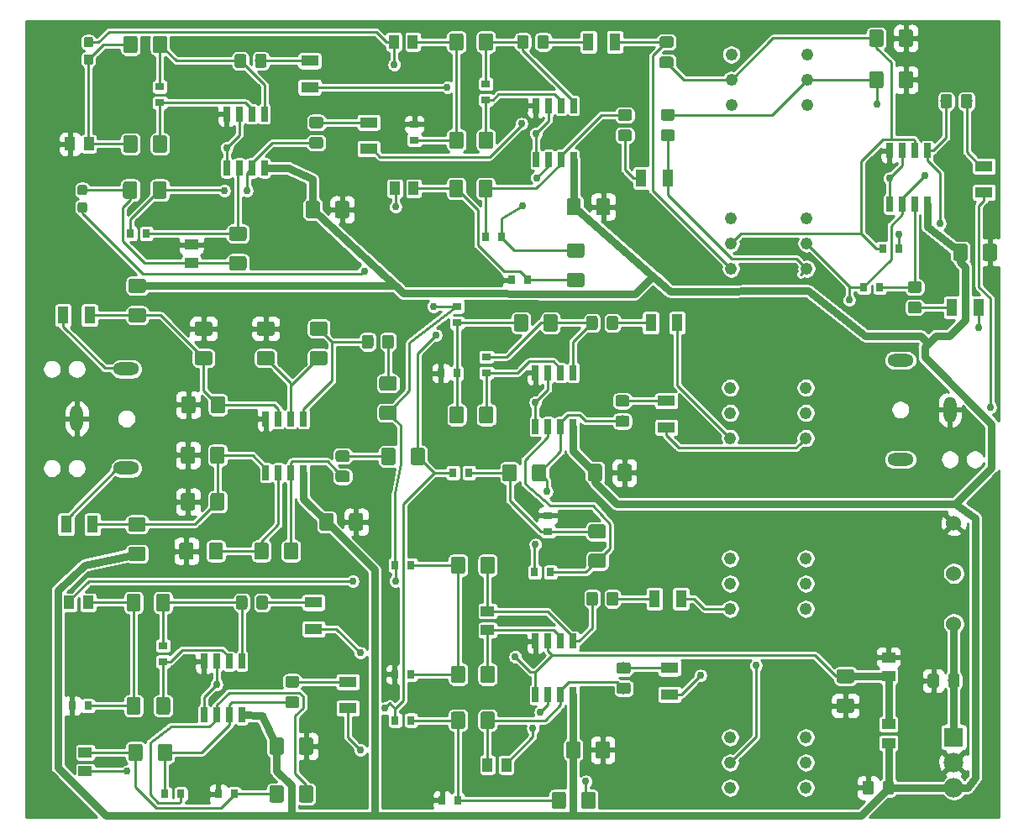
<source format=gtl>
G04 #@! TF.GenerationSoftware,KiCad,Pcbnew,(5.1.2)-2*
G04 #@! TF.CreationDate,2021-02-16T01:53:11-08:00*
G04 #@! TF.ProjectId,FiveStageStereoEQ,46697665-5374-4616-9765-53746572656f,v01*
G04 #@! TF.SameCoordinates,Original*
G04 #@! TF.FileFunction,Copper,L1,Top*
G04 #@! TF.FilePolarity,Positive*
%FSLAX46Y46*%
G04 Gerber Fmt 4.6, Leading zero omitted, Abs format (unit mm)*
G04 Created by KiCad (PCBNEW (5.1.2)-2) date 2021-02-16 01:53:11*
%MOMM*%
%LPD*%
G04 APERTURE LIST*
%ADD10O,1.308000X2.616000*%
%ADD11O,2.616000X1.308000*%
%ADD12C,1.217000*%
%ADD13R,0.650000X1.528000*%
%ADD14C,0.100000*%
%ADD15C,1.150000*%
%ADD16C,1.425000*%
%ADD17R,1.120000X1.780000*%
%ADD18R,1.780000X1.120000*%
%ADD19C,1.524000*%
%ADD20R,1.400000X1.050000*%
%ADD21C,0.950000*%
%ADD22R,1.050000X1.400000*%
%ADD23R,0.950000X0.800000*%
%ADD24R,0.800000X0.950000*%
%ADD25C,1.980000*%
%ADD26R,1.980000X1.980000*%
%ADD27C,0.762000*%
%ADD28C,0.762000*%
%ADD29C,0.254000*%
G04 APERTURE END LIST*
D10*
X176149000Y-93345000D03*
D11*
X171149000Y-88345000D03*
X171149000Y-98345000D03*
X93138000Y-89234000D03*
X93138000Y-99234000D03*
D10*
X88138000Y-94234000D03*
D12*
X153987500Y-96202500D03*
X153987500Y-93662500D03*
X153987500Y-91122500D03*
X161607500Y-96202500D03*
X161607500Y-91122500D03*
X161607500Y-93662500D03*
D13*
X173863000Y-72637200D03*
X172593000Y-72637200D03*
X171323000Y-72637200D03*
X170053000Y-72637200D03*
X170053000Y-67215200D03*
X171323000Y-67215200D03*
X172593000Y-67215200D03*
X173863000Y-67215200D03*
X104775000Y-124123000D03*
X103505000Y-124123000D03*
X102235000Y-124123000D03*
X100965000Y-124123000D03*
X100965000Y-118701000D03*
X102235000Y-118701000D03*
X103505000Y-118701000D03*
X104775000Y-118701000D03*
X138176000Y-122091000D03*
X136906000Y-122091000D03*
X135636000Y-122091000D03*
X134366000Y-122091000D03*
X134366000Y-116669000D03*
X135636000Y-116669000D03*
X136906000Y-116669000D03*
X138176000Y-116669000D03*
X138176000Y-95040000D03*
X136906000Y-95040000D03*
X135636000Y-95040000D03*
X134366000Y-95040000D03*
X134366000Y-89618000D03*
X135636000Y-89618000D03*
X136906000Y-89618000D03*
X138176000Y-89618000D03*
X138221720Y-68110920D03*
X136951720Y-68110920D03*
X135681720Y-68110920D03*
X134411720Y-68110920D03*
X134411720Y-62688920D03*
X135681720Y-62688920D03*
X136951720Y-62688920D03*
X138221720Y-62688920D03*
X107061000Y-68969440D03*
X105791000Y-68969440D03*
X104521000Y-68969440D03*
X103251000Y-68969440D03*
X103251000Y-63547440D03*
X104521000Y-63547440D03*
X105791000Y-63547440D03*
X107061000Y-63547440D03*
X110998000Y-99695000D03*
X109728000Y-99695000D03*
X108458000Y-99695000D03*
X107188000Y-99695000D03*
X107188000Y-94273000D03*
X108458000Y-94273000D03*
X109728000Y-94273000D03*
X110998000Y-94273000D03*
D12*
X153987500Y-131445000D03*
X153987500Y-128905000D03*
X153987500Y-126365000D03*
X161607500Y-131445000D03*
X161607500Y-126365000D03*
X161607500Y-128905000D03*
X161694500Y-76581000D03*
X161694500Y-74041000D03*
X161694500Y-79121000D03*
X154074500Y-74041000D03*
X154074500Y-76581000D03*
X154074500Y-79121000D03*
X154114500Y-62611000D03*
X154114500Y-60071000D03*
X154114500Y-57531000D03*
X161734500Y-62611000D03*
X161734500Y-57531000D03*
X161734500Y-60071000D03*
D14*
G36*
X174829505Y-119951204D02*
G01*
X174853773Y-119954804D01*
X174877572Y-119960765D01*
X174900671Y-119969030D01*
X174922850Y-119979520D01*
X174943893Y-119992132D01*
X174963599Y-120006747D01*
X174981777Y-120023223D01*
X174998253Y-120041401D01*
X175012868Y-120061107D01*
X175025480Y-120082150D01*
X175035970Y-120104329D01*
X175044235Y-120127428D01*
X175050196Y-120151227D01*
X175053796Y-120175495D01*
X175055000Y-120199999D01*
X175055000Y-121100001D01*
X175053796Y-121124505D01*
X175050196Y-121148773D01*
X175044235Y-121172572D01*
X175035970Y-121195671D01*
X175025480Y-121217850D01*
X175012868Y-121238893D01*
X174998253Y-121258599D01*
X174981777Y-121276777D01*
X174963599Y-121293253D01*
X174943893Y-121307868D01*
X174922850Y-121320480D01*
X174900671Y-121330970D01*
X174877572Y-121339235D01*
X174853773Y-121345196D01*
X174829505Y-121348796D01*
X174805001Y-121350000D01*
X174154999Y-121350000D01*
X174130495Y-121348796D01*
X174106227Y-121345196D01*
X174082428Y-121339235D01*
X174059329Y-121330970D01*
X174037150Y-121320480D01*
X174016107Y-121307868D01*
X173996401Y-121293253D01*
X173978223Y-121276777D01*
X173961747Y-121258599D01*
X173947132Y-121238893D01*
X173934520Y-121217850D01*
X173924030Y-121195671D01*
X173915765Y-121172572D01*
X173909804Y-121148773D01*
X173906204Y-121124505D01*
X173905000Y-121100001D01*
X173905000Y-120199999D01*
X173906204Y-120175495D01*
X173909804Y-120151227D01*
X173915765Y-120127428D01*
X173924030Y-120104329D01*
X173934520Y-120082150D01*
X173947132Y-120061107D01*
X173961747Y-120041401D01*
X173978223Y-120023223D01*
X173996401Y-120006747D01*
X174016107Y-119992132D01*
X174037150Y-119979520D01*
X174059329Y-119969030D01*
X174082428Y-119960765D01*
X174106227Y-119954804D01*
X174130495Y-119951204D01*
X174154999Y-119950000D01*
X174805001Y-119950000D01*
X174829505Y-119951204D01*
X174829505Y-119951204D01*
G37*
D15*
X174480000Y-120650000D03*
D14*
G36*
X176879505Y-119951204D02*
G01*
X176903773Y-119954804D01*
X176927572Y-119960765D01*
X176950671Y-119969030D01*
X176972850Y-119979520D01*
X176993893Y-119992132D01*
X177013599Y-120006747D01*
X177031777Y-120023223D01*
X177048253Y-120041401D01*
X177062868Y-120061107D01*
X177075480Y-120082150D01*
X177085970Y-120104329D01*
X177094235Y-120127428D01*
X177100196Y-120151227D01*
X177103796Y-120175495D01*
X177105000Y-120199999D01*
X177105000Y-121100001D01*
X177103796Y-121124505D01*
X177100196Y-121148773D01*
X177094235Y-121172572D01*
X177085970Y-121195671D01*
X177075480Y-121217850D01*
X177062868Y-121238893D01*
X177048253Y-121258599D01*
X177031777Y-121276777D01*
X177013599Y-121293253D01*
X176993893Y-121307868D01*
X176972850Y-121320480D01*
X176950671Y-121330970D01*
X176927572Y-121339235D01*
X176903773Y-121345196D01*
X176879505Y-121348796D01*
X176855001Y-121350000D01*
X176204999Y-121350000D01*
X176180495Y-121348796D01*
X176156227Y-121345196D01*
X176132428Y-121339235D01*
X176109329Y-121330970D01*
X176087150Y-121320480D01*
X176066107Y-121307868D01*
X176046401Y-121293253D01*
X176028223Y-121276777D01*
X176011747Y-121258599D01*
X175997132Y-121238893D01*
X175984520Y-121217850D01*
X175974030Y-121195671D01*
X175965765Y-121172572D01*
X175959804Y-121148773D01*
X175956204Y-121124505D01*
X175955000Y-121100001D01*
X175955000Y-120199999D01*
X175956204Y-120175495D01*
X175959804Y-120151227D01*
X175965765Y-120127428D01*
X175974030Y-120104329D01*
X175984520Y-120082150D01*
X175997132Y-120061107D01*
X176011747Y-120041401D01*
X176028223Y-120023223D01*
X176046401Y-120006747D01*
X176066107Y-119992132D01*
X176087150Y-119979520D01*
X176109329Y-119969030D01*
X176132428Y-119960765D01*
X176156227Y-119954804D01*
X176180495Y-119951204D01*
X176204999Y-119950000D01*
X176855001Y-119950000D01*
X176879505Y-119951204D01*
X176879505Y-119951204D01*
G37*
D15*
X176530000Y-120650000D03*
D14*
G36*
X170293505Y-130746204D02*
G01*
X170317773Y-130749804D01*
X170341572Y-130755765D01*
X170364671Y-130764030D01*
X170386850Y-130774520D01*
X170407893Y-130787132D01*
X170427599Y-130801747D01*
X170445777Y-130818223D01*
X170462253Y-130836401D01*
X170476868Y-130856107D01*
X170489480Y-130877150D01*
X170499970Y-130899329D01*
X170508235Y-130922428D01*
X170514196Y-130946227D01*
X170517796Y-130970495D01*
X170519000Y-130994999D01*
X170519000Y-131895001D01*
X170517796Y-131919505D01*
X170514196Y-131943773D01*
X170508235Y-131967572D01*
X170499970Y-131990671D01*
X170489480Y-132012850D01*
X170476868Y-132033893D01*
X170462253Y-132053599D01*
X170445777Y-132071777D01*
X170427599Y-132088253D01*
X170407893Y-132102868D01*
X170386850Y-132115480D01*
X170364671Y-132125970D01*
X170341572Y-132134235D01*
X170317773Y-132140196D01*
X170293505Y-132143796D01*
X170269001Y-132145000D01*
X169618999Y-132145000D01*
X169594495Y-132143796D01*
X169570227Y-132140196D01*
X169546428Y-132134235D01*
X169523329Y-132125970D01*
X169501150Y-132115480D01*
X169480107Y-132102868D01*
X169460401Y-132088253D01*
X169442223Y-132071777D01*
X169425747Y-132053599D01*
X169411132Y-132033893D01*
X169398520Y-132012850D01*
X169388030Y-131990671D01*
X169379765Y-131967572D01*
X169373804Y-131943773D01*
X169370204Y-131919505D01*
X169369000Y-131895001D01*
X169369000Y-130994999D01*
X169370204Y-130970495D01*
X169373804Y-130946227D01*
X169379765Y-130922428D01*
X169388030Y-130899329D01*
X169398520Y-130877150D01*
X169411132Y-130856107D01*
X169425747Y-130836401D01*
X169442223Y-130818223D01*
X169460401Y-130801747D01*
X169480107Y-130787132D01*
X169501150Y-130774520D01*
X169523329Y-130764030D01*
X169546428Y-130755765D01*
X169570227Y-130749804D01*
X169594495Y-130746204D01*
X169618999Y-130745000D01*
X170269001Y-130745000D01*
X170293505Y-130746204D01*
X170293505Y-130746204D01*
G37*
D15*
X169944000Y-131445000D03*
D14*
G36*
X168243505Y-130746204D02*
G01*
X168267773Y-130749804D01*
X168291572Y-130755765D01*
X168314671Y-130764030D01*
X168336850Y-130774520D01*
X168357893Y-130787132D01*
X168377599Y-130801747D01*
X168395777Y-130818223D01*
X168412253Y-130836401D01*
X168426868Y-130856107D01*
X168439480Y-130877150D01*
X168449970Y-130899329D01*
X168458235Y-130922428D01*
X168464196Y-130946227D01*
X168467796Y-130970495D01*
X168469000Y-130994999D01*
X168469000Y-131895001D01*
X168467796Y-131919505D01*
X168464196Y-131943773D01*
X168458235Y-131967572D01*
X168449970Y-131990671D01*
X168439480Y-132012850D01*
X168426868Y-132033893D01*
X168412253Y-132053599D01*
X168395777Y-132071777D01*
X168377599Y-132088253D01*
X168357893Y-132102868D01*
X168336850Y-132115480D01*
X168314671Y-132125970D01*
X168291572Y-132134235D01*
X168267773Y-132140196D01*
X168243505Y-132143796D01*
X168219001Y-132145000D01*
X167568999Y-132145000D01*
X167544495Y-132143796D01*
X167520227Y-132140196D01*
X167496428Y-132134235D01*
X167473329Y-132125970D01*
X167451150Y-132115480D01*
X167430107Y-132102868D01*
X167410401Y-132088253D01*
X167392223Y-132071777D01*
X167375747Y-132053599D01*
X167361132Y-132033893D01*
X167348520Y-132012850D01*
X167338030Y-131990671D01*
X167329765Y-131967572D01*
X167323804Y-131943773D01*
X167320204Y-131919505D01*
X167319000Y-131895001D01*
X167319000Y-130994999D01*
X167320204Y-130970495D01*
X167323804Y-130946227D01*
X167329765Y-130922428D01*
X167338030Y-130899329D01*
X167348520Y-130877150D01*
X167361132Y-130856107D01*
X167375747Y-130836401D01*
X167392223Y-130818223D01*
X167410401Y-130801747D01*
X167430107Y-130787132D01*
X167451150Y-130774520D01*
X167473329Y-130764030D01*
X167496428Y-130755765D01*
X167520227Y-130749804D01*
X167544495Y-130746204D01*
X167568999Y-130745000D01*
X168219001Y-130745000D01*
X168243505Y-130746204D01*
X168243505Y-130746204D01*
G37*
D15*
X167894000Y-131445000D03*
D14*
G36*
X166257504Y-122466664D02*
G01*
X166281773Y-122470264D01*
X166305571Y-122476225D01*
X166328671Y-122484490D01*
X166350849Y-122494980D01*
X166371893Y-122507593D01*
X166391598Y-122522207D01*
X166409777Y-122538683D01*
X166426253Y-122556862D01*
X166440867Y-122576567D01*
X166453480Y-122597611D01*
X166463970Y-122619789D01*
X166472235Y-122642889D01*
X166478196Y-122666687D01*
X166481796Y-122690956D01*
X166483000Y-122715460D01*
X166483000Y-123640460D01*
X166481796Y-123664964D01*
X166478196Y-123689233D01*
X166472235Y-123713031D01*
X166463970Y-123736131D01*
X166453480Y-123758309D01*
X166440867Y-123779353D01*
X166426253Y-123799058D01*
X166409777Y-123817237D01*
X166391598Y-123833713D01*
X166371893Y-123848327D01*
X166350849Y-123860940D01*
X166328671Y-123871430D01*
X166305571Y-123879695D01*
X166281773Y-123885656D01*
X166257504Y-123889256D01*
X166233000Y-123890460D01*
X164983000Y-123890460D01*
X164958496Y-123889256D01*
X164934227Y-123885656D01*
X164910429Y-123879695D01*
X164887329Y-123871430D01*
X164865151Y-123860940D01*
X164844107Y-123848327D01*
X164824402Y-123833713D01*
X164806223Y-123817237D01*
X164789747Y-123799058D01*
X164775133Y-123779353D01*
X164762520Y-123758309D01*
X164752030Y-123736131D01*
X164743765Y-123713031D01*
X164737804Y-123689233D01*
X164734204Y-123664964D01*
X164733000Y-123640460D01*
X164733000Y-122715460D01*
X164734204Y-122690956D01*
X164737804Y-122666687D01*
X164743765Y-122642889D01*
X164752030Y-122619789D01*
X164762520Y-122597611D01*
X164775133Y-122576567D01*
X164789747Y-122556862D01*
X164806223Y-122538683D01*
X164824402Y-122522207D01*
X164844107Y-122507593D01*
X164865151Y-122494980D01*
X164887329Y-122484490D01*
X164910429Y-122476225D01*
X164934227Y-122470264D01*
X164958496Y-122466664D01*
X164983000Y-122465460D01*
X166233000Y-122465460D01*
X166257504Y-122466664D01*
X166257504Y-122466664D01*
G37*
D16*
X165608000Y-123177960D03*
D14*
G36*
X166257504Y-119491664D02*
G01*
X166281773Y-119495264D01*
X166305571Y-119501225D01*
X166328671Y-119509490D01*
X166350849Y-119519980D01*
X166371893Y-119532593D01*
X166391598Y-119547207D01*
X166409777Y-119563683D01*
X166426253Y-119581862D01*
X166440867Y-119601567D01*
X166453480Y-119622611D01*
X166463970Y-119644789D01*
X166472235Y-119667889D01*
X166478196Y-119691687D01*
X166481796Y-119715956D01*
X166483000Y-119740460D01*
X166483000Y-120665460D01*
X166481796Y-120689964D01*
X166478196Y-120714233D01*
X166472235Y-120738031D01*
X166463970Y-120761131D01*
X166453480Y-120783309D01*
X166440867Y-120804353D01*
X166426253Y-120824058D01*
X166409777Y-120842237D01*
X166391598Y-120858713D01*
X166371893Y-120873327D01*
X166350849Y-120885940D01*
X166328671Y-120896430D01*
X166305571Y-120904695D01*
X166281773Y-120910656D01*
X166257504Y-120914256D01*
X166233000Y-120915460D01*
X164983000Y-120915460D01*
X164958496Y-120914256D01*
X164934227Y-120910656D01*
X164910429Y-120904695D01*
X164887329Y-120896430D01*
X164865151Y-120885940D01*
X164844107Y-120873327D01*
X164824402Y-120858713D01*
X164806223Y-120842237D01*
X164789747Y-120824058D01*
X164775133Y-120804353D01*
X164762520Y-120783309D01*
X164752030Y-120761131D01*
X164743765Y-120738031D01*
X164737804Y-120714233D01*
X164734204Y-120689964D01*
X164733000Y-120665460D01*
X164733000Y-119740460D01*
X164734204Y-119715956D01*
X164737804Y-119691687D01*
X164743765Y-119667889D01*
X164752030Y-119644789D01*
X164762520Y-119622611D01*
X164775133Y-119601567D01*
X164789747Y-119581862D01*
X164806223Y-119563683D01*
X164824402Y-119547207D01*
X164844107Y-119532593D01*
X164865151Y-119519980D01*
X164887329Y-119509490D01*
X164910429Y-119501225D01*
X164934227Y-119495264D01*
X164958496Y-119491664D01*
X164983000Y-119490460D01*
X166233000Y-119490460D01*
X166257504Y-119491664D01*
X166257504Y-119491664D01*
G37*
D16*
X165608000Y-120202960D03*
D17*
X89433400Y-83820000D03*
X86773400Y-83820000D03*
D14*
G36*
X113807504Y-103774204D02*
G01*
X113831773Y-103777804D01*
X113855571Y-103783765D01*
X113878671Y-103792030D01*
X113900849Y-103802520D01*
X113921893Y-103815133D01*
X113941598Y-103829747D01*
X113959777Y-103846223D01*
X113976253Y-103864402D01*
X113990867Y-103884107D01*
X114003480Y-103905151D01*
X114013970Y-103927329D01*
X114022235Y-103950429D01*
X114028196Y-103974227D01*
X114031796Y-103998496D01*
X114033000Y-104023000D01*
X114033000Y-105273000D01*
X114031796Y-105297504D01*
X114028196Y-105321773D01*
X114022235Y-105345571D01*
X114013970Y-105368671D01*
X114003480Y-105390849D01*
X113990867Y-105411893D01*
X113976253Y-105431598D01*
X113959777Y-105449777D01*
X113941598Y-105466253D01*
X113921893Y-105480867D01*
X113900849Y-105493480D01*
X113878671Y-105503970D01*
X113855571Y-105512235D01*
X113831773Y-105518196D01*
X113807504Y-105521796D01*
X113783000Y-105523000D01*
X112858000Y-105523000D01*
X112833496Y-105521796D01*
X112809227Y-105518196D01*
X112785429Y-105512235D01*
X112762329Y-105503970D01*
X112740151Y-105493480D01*
X112719107Y-105480867D01*
X112699402Y-105466253D01*
X112681223Y-105449777D01*
X112664747Y-105431598D01*
X112650133Y-105411893D01*
X112637520Y-105390849D01*
X112627030Y-105368671D01*
X112618765Y-105345571D01*
X112612804Y-105321773D01*
X112609204Y-105297504D01*
X112608000Y-105273000D01*
X112608000Y-104023000D01*
X112609204Y-103998496D01*
X112612804Y-103974227D01*
X112618765Y-103950429D01*
X112627030Y-103927329D01*
X112637520Y-103905151D01*
X112650133Y-103884107D01*
X112664747Y-103864402D01*
X112681223Y-103846223D01*
X112699402Y-103829747D01*
X112719107Y-103815133D01*
X112740151Y-103802520D01*
X112762329Y-103792030D01*
X112785429Y-103783765D01*
X112809227Y-103777804D01*
X112833496Y-103774204D01*
X112858000Y-103773000D01*
X113783000Y-103773000D01*
X113807504Y-103774204D01*
X113807504Y-103774204D01*
G37*
D16*
X113320500Y-104648000D03*
D14*
G36*
X116782504Y-103774204D02*
G01*
X116806773Y-103777804D01*
X116830571Y-103783765D01*
X116853671Y-103792030D01*
X116875849Y-103802520D01*
X116896893Y-103815133D01*
X116916598Y-103829747D01*
X116934777Y-103846223D01*
X116951253Y-103864402D01*
X116965867Y-103884107D01*
X116978480Y-103905151D01*
X116988970Y-103927329D01*
X116997235Y-103950429D01*
X117003196Y-103974227D01*
X117006796Y-103998496D01*
X117008000Y-104023000D01*
X117008000Y-105273000D01*
X117006796Y-105297504D01*
X117003196Y-105321773D01*
X116997235Y-105345571D01*
X116988970Y-105368671D01*
X116978480Y-105390849D01*
X116965867Y-105411893D01*
X116951253Y-105431598D01*
X116934777Y-105449777D01*
X116916598Y-105466253D01*
X116896893Y-105480867D01*
X116875849Y-105493480D01*
X116853671Y-105503970D01*
X116830571Y-105512235D01*
X116806773Y-105518196D01*
X116782504Y-105521796D01*
X116758000Y-105523000D01*
X115833000Y-105523000D01*
X115808496Y-105521796D01*
X115784227Y-105518196D01*
X115760429Y-105512235D01*
X115737329Y-105503970D01*
X115715151Y-105493480D01*
X115694107Y-105480867D01*
X115674402Y-105466253D01*
X115656223Y-105449777D01*
X115639747Y-105431598D01*
X115625133Y-105411893D01*
X115612520Y-105390849D01*
X115602030Y-105368671D01*
X115593765Y-105345571D01*
X115587804Y-105321773D01*
X115584204Y-105297504D01*
X115583000Y-105273000D01*
X115583000Y-104023000D01*
X115584204Y-103998496D01*
X115587804Y-103974227D01*
X115593765Y-103950429D01*
X115602030Y-103927329D01*
X115612520Y-103905151D01*
X115625133Y-103884107D01*
X115639747Y-103864402D01*
X115656223Y-103846223D01*
X115674402Y-103829747D01*
X115694107Y-103815133D01*
X115715151Y-103802520D01*
X115737329Y-103792030D01*
X115760429Y-103783765D01*
X115784227Y-103777804D01*
X115808496Y-103774204D01*
X115833000Y-103773000D01*
X116758000Y-103773000D01*
X116782504Y-103774204D01*
X116782504Y-103774204D01*
G37*
D16*
X116295500Y-104648000D03*
D14*
G36*
X120156504Y-89966704D02*
G01*
X120180773Y-89970304D01*
X120204571Y-89976265D01*
X120227671Y-89984530D01*
X120249849Y-89995020D01*
X120270893Y-90007633D01*
X120290598Y-90022247D01*
X120308777Y-90038723D01*
X120325253Y-90056902D01*
X120339867Y-90076607D01*
X120352480Y-90097651D01*
X120362970Y-90119829D01*
X120371235Y-90142929D01*
X120377196Y-90166727D01*
X120380796Y-90190996D01*
X120382000Y-90215500D01*
X120382000Y-91140500D01*
X120380796Y-91165004D01*
X120377196Y-91189273D01*
X120371235Y-91213071D01*
X120362970Y-91236171D01*
X120352480Y-91258349D01*
X120339867Y-91279393D01*
X120325253Y-91299098D01*
X120308777Y-91317277D01*
X120290598Y-91333753D01*
X120270893Y-91348367D01*
X120249849Y-91360980D01*
X120227671Y-91371470D01*
X120204571Y-91379735D01*
X120180773Y-91385696D01*
X120156504Y-91389296D01*
X120132000Y-91390500D01*
X118882000Y-91390500D01*
X118857496Y-91389296D01*
X118833227Y-91385696D01*
X118809429Y-91379735D01*
X118786329Y-91371470D01*
X118764151Y-91360980D01*
X118743107Y-91348367D01*
X118723402Y-91333753D01*
X118705223Y-91317277D01*
X118688747Y-91299098D01*
X118674133Y-91279393D01*
X118661520Y-91258349D01*
X118651030Y-91236171D01*
X118642765Y-91213071D01*
X118636804Y-91189273D01*
X118633204Y-91165004D01*
X118632000Y-91140500D01*
X118632000Y-90215500D01*
X118633204Y-90190996D01*
X118636804Y-90166727D01*
X118642765Y-90142929D01*
X118651030Y-90119829D01*
X118661520Y-90097651D01*
X118674133Y-90076607D01*
X118688747Y-90056902D01*
X118705223Y-90038723D01*
X118723402Y-90022247D01*
X118743107Y-90007633D01*
X118764151Y-89995020D01*
X118786329Y-89984530D01*
X118809429Y-89976265D01*
X118833227Y-89970304D01*
X118857496Y-89966704D01*
X118882000Y-89965500D01*
X120132000Y-89965500D01*
X120156504Y-89966704D01*
X120156504Y-89966704D01*
G37*
D16*
X119507000Y-90678000D03*
D14*
G36*
X120156504Y-92941704D02*
G01*
X120180773Y-92945304D01*
X120204571Y-92951265D01*
X120227671Y-92959530D01*
X120249849Y-92970020D01*
X120270893Y-92982633D01*
X120290598Y-92997247D01*
X120308777Y-93013723D01*
X120325253Y-93031902D01*
X120339867Y-93051607D01*
X120352480Y-93072651D01*
X120362970Y-93094829D01*
X120371235Y-93117929D01*
X120377196Y-93141727D01*
X120380796Y-93165996D01*
X120382000Y-93190500D01*
X120382000Y-94115500D01*
X120380796Y-94140004D01*
X120377196Y-94164273D01*
X120371235Y-94188071D01*
X120362970Y-94211171D01*
X120352480Y-94233349D01*
X120339867Y-94254393D01*
X120325253Y-94274098D01*
X120308777Y-94292277D01*
X120290598Y-94308753D01*
X120270893Y-94323367D01*
X120249849Y-94335980D01*
X120227671Y-94346470D01*
X120204571Y-94354735D01*
X120180773Y-94360696D01*
X120156504Y-94364296D01*
X120132000Y-94365500D01*
X118882000Y-94365500D01*
X118857496Y-94364296D01*
X118833227Y-94360696D01*
X118809429Y-94354735D01*
X118786329Y-94346470D01*
X118764151Y-94335980D01*
X118743107Y-94323367D01*
X118723402Y-94308753D01*
X118705223Y-94292277D01*
X118688747Y-94274098D01*
X118674133Y-94254393D01*
X118661520Y-94233349D01*
X118651030Y-94211171D01*
X118642765Y-94188071D01*
X118636804Y-94164273D01*
X118633204Y-94140004D01*
X118632000Y-94115500D01*
X118632000Y-93190500D01*
X118633204Y-93165996D01*
X118636804Y-93141727D01*
X118642765Y-93117929D01*
X118651030Y-93094829D01*
X118661520Y-93072651D01*
X118674133Y-93051607D01*
X118688747Y-93031902D01*
X118705223Y-93013723D01*
X118723402Y-92997247D01*
X118743107Y-92982633D01*
X118764151Y-92970020D01*
X118786329Y-92959530D01*
X118809429Y-92951265D01*
X118833227Y-92945304D01*
X118857496Y-92941704D01*
X118882000Y-92940500D01*
X120132000Y-92940500D01*
X120156504Y-92941704D01*
X120156504Y-92941704D01*
G37*
D16*
X119507000Y-93653000D03*
D14*
G36*
X94032004Y-55641204D02*
G01*
X94056273Y-55644804D01*
X94080071Y-55650765D01*
X94103171Y-55659030D01*
X94125349Y-55669520D01*
X94146393Y-55682133D01*
X94166098Y-55696747D01*
X94184277Y-55713223D01*
X94200753Y-55731402D01*
X94215367Y-55751107D01*
X94227980Y-55772151D01*
X94238470Y-55794329D01*
X94246735Y-55817429D01*
X94252696Y-55841227D01*
X94256296Y-55865496D01*
X94257500Y-55890000D01*
X94257500Y-57140000D01*
X94256296Y-57164504D01*
X94252696Y-57188773D01*
X94246735Y-57212571D01*
X94238470Y-57235671D01*
X94227980Y-57257849D01*
X94215367Y-57278893D01*
X94200753Y-57298598D01*
X94184277Y-57316777D01*
X94166098Y-57333253D01*
X94146393Y-57347867D01*
X94125349Y-57360480D01*
X94103171Y-57370970D01*
X94080071Y-57379235D01*
X94056273Y-57385196D01*
X94032004Y-57388796D01*
X94007500Y-57390000D01*
X93082500Y-57390000D01*
X93057996Y-57388796D01*
X93033727Y-57385196D01*
X93009929Y-57379235D01*
X92986829Y-57370970D01*
X92964651Y-57360480D01*
X92943607Y-57347867D01*
X92923902Y-57333253D01*
X92905723Y-57316777D01*
X92889247Y-57298598D01*
X92874633Y-57278893D01*
X92862020Y-57257849D01*
X92851530Y-57235671D01*
X92843265Y-57212571D01*
X92837304Y-57188773D01*
X92833704Y-57164504D01*
X92832500Y-57140000D01*
X92832500Y-55890000D01*
X92833704Y-55865496D01*
X92837304Y-55841227D01*
X92843265Y-55817429D01*
X92851530Y-55794329D01*
X92862020Y-55772151D01*
X92874633Y-55751107D01*
X92889247Y-55731402D01*
X92905723Y-55713223D01*
X92923902Y-55696747D01*
X92943607Y-55682133D01*
X92964651Y-55669520D01*
X92986829Y-55659030D01*
X93009929Y-55650765D01*
X93033727Y-55644804D01*
X93057996Y-55641204D01*
X93082500Y-55640000D01*
X94007500Y-55640000D01*
X94032004Y-55641204D01*
X94032004Y-55641204D01*
G37*
D16*
X93545000Y-56515000D03*
D14*
G36*
X97007004Y-55641204D02*
G01*
X97031273Y-55644804D01*
X97055071Y-55650765D01*
X97078171Y-55659030D01*
X97100349Y-55669520D01*
X97121393Y-55682133D01*
X97141098Y-55696747D01*
X97159277Y-55713223D01*
X97175753Y-55731402D01*
X97190367Y-55751107D01*
X97202980Y-55772151D01*
X97213470Y-55794329D01*
X97221735Y-55817429D01*
X97227696Y-55841227D01*
X97231296Y-55865496D01*
X97232500Y-55890000D01*
X97232500Y-57140000D01*
X97231296Y-57164504D01*
X97227696Y-57188773D01*
X97221735Y-57212571D01*
X97213470Y-57235671D01*
X97202980Y-57257849D01*
X97190367Y-57278893D01*
X97175753Y-57298598D01*
X97159277Y-57316777D01*
X97141098Y-57333253D01*
X97121393Y-57347867D01*
X97100349Y-57360480D01*
X97078171Y-57370970D01*
X97055071Y-57379235D01*
X97031273Y-57385196D01*
X97007004Y-57388796D01*
X96982500Y-57390000D01*
X96057500Y-57390000D01*
X96032996Y-57388796D01*
X96008727Y-57385196D01*
X95984929Y-57379235D01*
X95961829Y-57370970D01*
X95939651Y-57360480D01*
X95918607Y-57347867D01*
X95898902Y-57333253D01*
X95880723Y-57316777D01*
X95864247Y-57298598D01*
X95849633Y-57278893D01*
X95837020Y-57257849D01*
X95826530Y-57235671D01*
X95818265Y-57212571D01*
X95812304Y-57188773D01*
X95808704Y-57164504D01*
X95807500Y-57140000D01*
X95807500Y-55890000D01*
X95808704Y-55865496D01*
X95812304Y-55841227D01*
X95818265Y-55817429D01*
X95826530Y-55794329D01*
X95837020Y-55772151D01*
X95849633Y-55751107D01*
X95864247Y-55731402D01*
X95880723Y-55713223D01*
X95898902Y-55696747D01*
X95918607Y-55682133D01*
X95939651Y-55669520D01*
X95961829Y-55659030D01*
X95984929Y-55650765D01*
X96008727Y-55644804D01*
X96032996Y-55641204D01*
X96057500Y-55640000D01*
X96982500Y-55640000D01*
X97007004Y-55641204D01*
X97007004Y-55641204D01*
G37*
D16*
X96520000Y-56515000D03*
D14*
G36*
X97007004Y-65674204D02*
G01*
X97031273Y-65677804D01*
X97055071Y-65683765D01*
X97078171Y-65692030D01*
X97100349Y-65702520D01*
X97121393Y-65715133D01*
X97141098Y-65729747D01*
X97159277Y-65746223D01*
X97175753Y-65764402D01*
X97190367Y-65784107D01*
X97202980Y-65805151D01*
X97213470Y-65827329D01*
X97221735Y-65850429D01*
X97227696Y-65874227D01*
X97231296Y-65898496D01*
X97232500Y-65923000D01*
X97232500Y-67173000D01*
X97231296Y-67197504D01*
X97227696Y-67221773D01*
X97221735Y-67245571D01*
X97213470Y-67268671D01*
X97202980Y-67290849D01*
X97190367Y-67311893D01*
X97175753Y-67331598D01*
X97159277Y-67349777D01*
X97141098Y-67366253D01*
X97121393Y-67380867D01*
X97100349Y-67393480D01*
X97078171Y-67403970D01*
X97055071Y-67412235D01*
X97031273Y-67418196D01*
X97007004Y-67421796D01*
X96982500Y-67423000D01*
X96057500Y-67423000D01*
X96032996Y-67421796D01*
X96008727Y-67418196D01*
X95984929Y-67412235D01*
X95961829Y-67403970D01*
X95939651Y-67393480D01*
X95918607Y-67380867D01*
X95898902Y-67366253D01*
X95880723Y-67349777D01*
X95864247Y-67331598D01*
X95849633Y-67311893D01*
X95837020Y-67290849D01*
X95826530Y-67268671D01*
X95818265Y-67245571D01*
X95812304Y-67221773D01*
X95808704Y-67197504D01*
X95807500Y-67173000D01*
X95807500Y-65923000D01*
X95808704Y-65898496D01*
X95812304Y-65874227D01*
X95818265Y-65850429D01*
X95826530Y-65827329D01*
X95837020Y-65805151D01*
X95849633Y-65784107D01*
X95864247Y-65764402D01*
X95880723Y-65746223D01*
X95898902Y-65729747D01*
X95918607Y-65715133D01*
X95939651Y-65702520D01*
X95961829Y-65692030D01*
X95984929Y-65683765D01*
X96008727Y-65677804D01*
X96032996Y-65674204D01*
X96057500Y-65673000D01*
X96982500Y-65673000D01*
X97007004Y-65674204D01*
X97007004Y-65674204D01*
G37*
D16*
X96520000Y-66548000D03*
D14*
G36*
X94032004Y-65674204D02*
G01*
X94056273Y-65677804D01*
X94080071Y-65683765D01*
X94103171Y-65692030D01*
X94125349Y-65702520D01*
X94146393Y-65715133D01*
X94166098Y-65729747D01*
X94184277Y-65746223D01*
X94200753Y-65764402D01*
X94215367Y-65784107D01*
X94227980Y-65805151D01*
X94238470Y-65827329D01*
X94246735Y-65850429D01*
X94252696Y-65874227D01*
X94256296Y-65898496D01*
X94257500Y-65923000D01*
X94257500Y-67173000D01*
X94256296Y-67197504D01*
X94252696Y-67221773D01*
X94246735Y-67245571D01*
X94238470Y-67268671D01*
X94227980Y-67290849D01*
X94215367Y-67311893D01*
X94200753Y-67331598D01*
X94184277Y-67349777D01*
X94166098Y-67366253D01*
X94146393Y-67380867D01*
X94125349Y-67393480D01*
X94103171Y-67403970D01*
X94080071Y-67412235D01*
X94056273Y-67418196D01*
X94032004Y-67421796D01*
X94007500Y-67423000D01*
X93082500Y-67423000D01*
X93057996Y-67421796D01*
X93033727Y-67418196D01*
X93009929Y-67412235D01*
X92986829Y-67403970D01*
X92964651Y-67393480D01*
X92943607Y-67380867D01*
X92923902Y-67366253D01*
X92905723Y-67349777D01*
X92889247Y-67331598D01*
X92874633Y-67311893D01*
X92862020Y-67290849D01*
X92851530Y-67268671D01*
X92843265Y-67245571D01*
X92837304Y-67221773D01*
X92833704Y-67197504D01*
X92832500Y-67173000D01*
X92832500Y-65923000D01*
X92833704Y-65898496D01*
X92837304Y-65874227D01*
X92843265Y-65850429D01*
X92851530Y-65827329D01*
X92862020Y-65805151D01*
X92874633Y-65784107D01*
X92889247Y-65764402D01*
X92905723Y-65746223D01*
X92923902Y-65729747D01*
X92943607Y-65715133D01*
X92964651Y-65702520D01*
X92986829Y-65692030D01*
X93009929Y-65683765D01*
X93033727Y-65677804D01*
X93057996Y-65674204D01*
X93082500Y-65673000D01*
X94007500Y-65673000D01*
X94032004Y-65674204D01*
X94032004Y-65674204D01*
G37*
D16*
X93545000Y-66548000D03*
D14*
G36*
X126888504Y-55387204D02*
G01*
X126912773Y-55390804D01*
X126936571Y-55396765D01*
X126959671Y-55405030D01*
X126981849Y-55415520D01*
X127002893Y-55428133D01*
X127022598Y-55442747D01*
X127040777Y-55459223D01*
X127057253Y-55477402D01*
X127071867Y-55497107D01*
X127084480Y-55518151D01*
X127094970Y-55540329D01*
X127103235Y-55563429D01*
X127109196Y-55587227D01*
X127112796Y-55611496D01*
X127114000Y-55636000D01*
X127114000Y-56886000D01*
X127112796Y-56910504D01*
X127109196Y-56934773D01*
X127103235Y-56958571D01*
X127094970Y-56981671D01*
X127084480Y-57003849D01*
X127071867Y-57024893D01*
X127057253Y-57044598D01*
X127040777Y-57062777D01*
X127022598Y-57079253D01*
X127002893Y-57093867D01*
X126981849Y-57106480D01*
X126959671Y-57116970D01*
X126936571Y-57125235D01*
X126912773Y-57131196D01*
X126888504Y-57134796D01*
X126864000Y-57136000D01*
X125939000Y-57136000D01*
X125914496Y-57134796D01*
X125890227Y-57131196D01*
X125866429Y-57125235D01*
X125843329Y-57116970D01*
X125821151Y-57106480D01*
X125800107Y-57093867D01*
X125780402Y-57079253D01*
X125762223Y-57062777D01*
X125745747Y-57044598D01*
X125731133Y-57024893D01*
X125718520Y-57003849D01*
X125708030Y-56981671D01*
X125699765Y-56958571D01*
X125693804Y-56934773D01*
X125690204Y-56910504D01*
X125689000Y-56886000D01*
X125689000Y-55636000D01*
X125690204Y-55611496D01*
X125693804Y-55587227D01*
X125699765Y-55563429D01*
X125708030Y-55540329D01*
X125718520Y-55518151D01*
X125731133Y-55497107D01*
X125745747Y-55477402D01*
X125762223Y-55459223D01*
X125780402Y-55442747D01*
X125800107Y-55428133D01*
X125821151Y-55415520D01*
X125843329Y-55405030D01*
X125866429Y-55396765D01*
X125890227Y-55390804D01*
X125914496Y-55387204D01*
X125939000Y-55386000D01*
X126864000Y-55386000D01*
X126888504Y-55387204D01*
X126888504Y-55387204D01*
G37*
D16*
X126401500Y-56261000D03*
D14*
G36*
X129863504Y-55387204D02*
G01*
X129887773Y-55390804D01*
X129911571Y-55396765D01*
X129934671Y-55405030D01*
X129956849Y-55415520D01*
X129977893Y-55428133D01*
X129997598Y-55442747D01*
X130015777Y-55459223D01*
X130032253Y-55477402D01*
X130046867Y-55497107D01*
X130059480Y-55518151D01*
X130069970Y-55540329D01*
X130078235Y-55563429D01*
X130084196Y-55587227D01*
X130087796Y-55611496D01*
X130089000Y-55636000D01*
X130089000Y-56886000D01*
X130087796Y-56910504D01*
X130084196Y-56934773D01*
X130078235Y-56958571D01*
X130069970Y-56981671D01*
X130059480Y-57003849D01*
X130046867Y-57024893D01*
X130032253Y-57044598D01*
X130015777Y-57062777D01*
X129997598Y-57079253D01*
X129977893Y-57093867D01*
X129956849Y-57106480D01*
X129934671Y-57116970D01*
X129911571Y-57125235D01*
X129887773Y-57131196D01*
X129863504Y-57134796D01*
X129839000Y-57136000D01*
X128914000Y-57136000D01*
X128889496Y-57134796D01*
X128865227Y-57131196D01*
X128841429Y-57125235D01*
X128818329Y-57116970D01*
X128796151Y-57106480D01*
X128775107Y-57093867D01*
X128755402Y-57079253D01*
X128737223Y-57062777D01*
X128720747Y-57044598D01*
X128706133Y-57024893D01*
X128693520Y-57003849D01*
X128683030Y-56981671D01*
X128674765Y-56958571D01*
X128668804Y-56934773D01*
X128665204Y-56910504D01*
X128664000Y-56886000D01*
X128664000Y-55636000D01*
X128665204Y-55611496D01*
X128668804Y-55587227D01*
X128674765Y-55563429D01*
X128683030Y-55540329D01*
X128693520Y-55518151D01*
X128706133Y-55497107D01*
X128720747Y-55477402D01*
X128737223Y-55459223D01*
X128755402Y-55442747D01*
X128775107Y-55428133D01*
X128796151Y-55415520D01*
X128818329Y-55405030D01*
X128841429Y-55396765D01*
X128865227Y-55390804D01*
X128889496Y-55387204D01*
X128914000Y-55386000D01*
X129839000Y-55386000D01*
X129863504Y-55387204D01*
X129863504Y-55387204D01*
G37*
D16*
X129376500Y-56261000D03*
D14*
G36*
X129863504Y-65293204D02*
G01*
X129887773Y-65296804D01*
X129911571Y-65302765D01*
X129934671Y-65311030D01*
X129956849Y-65321520D01*
X129977893Y-65334133D01*
X129997598Y-65348747D01*
X130015777Y-65365223D01*
X130032253Y-65383402D01*
X130046867Y-65403107D01*
X130059480Y-65424151D01*
X130069970Y-65446329D01*
X130078235Y-65469429D01*
X130084196Y-65493227D01*
X130087796Y-65517496D01*
X130089000Y-65542000D01*
X130089000Y-66792000D01*
X130087796Y-66816504D01*
X130084196Y-66840773D01*
X130078235Y-66864571D01*
X130069970Y-66887671D01*
X130059480Y-66909849D01*
X130046867Y-66930893D01*
X130032253Y-66950598D01*
X130015777Y-66968777D01*
X129997598Y-66985253D01*
X129977893Y-66999867D01*
X129956849Y-67012480D01*
X129934671Y-67022970D01*
X129911571Y-67031235D01*
X129887773Y-67037196D01*
X129863504Y-67040796D01*
X129839000Y-67042000D01*
X128914000Y-67042000D01*
X128889496Y-67040796D01*
X128865227Y-67037196D01*
X128841429Y-67031235D01*
X128818329Y-67022970D01*
X128796151Y-67012480D01*
X128775107Y-66999867D01*
X128755402Y-66985253D01*
X128737223Y-66968777D01*
X128720747Y-66950598D01*
X128706133Y-66930893D01*
X128693520Y-66909849D01*
X128683030Y-66887671D01*
X128674765Y-66864571D01*
X128668804Y-66840773D01*
X128665204Y-66816504D01*
X128664000Y-66792000D01*
X128664000Y-65542000D01*
X128665204Y-65517496D01*
X128668804Y-65493227D01*
X128674765Y-65469429D01*
X128683030Y-65446329D01*
X128693520Y-65424151D01*
X128706133Y-65403107D01*
X128720747Y-65383402D01*
X128737223Y-65365223D01*
X128755402Y-65348747D01*
X128775107Y-65334133D01*
X128796151Y-65321520D01*
X128818329Y-65311030D01*
X128841429Y-65302765D01*
X128865227Y-65296804D01*
X128889496Y-65293204D01*
X128914000Y-65292000D01*
X129839000Y-65292000D01*
X129863504Y-65293204D01*
X129863504Y-65293204D01*
G37*
D16*
X129376500Y-66167000D03*
D14*
G36*
X126888504Y-65293204D02*
G01*
X126912773Y-65296804D01*
X126936571Y-65302765D01*
X126959671Y-65311030D01*
X126981849Y-65321520D01*
X127002893Y-65334133D01*
X127022598Y-65348747D01*
X127040777Y-65365223D01*
X127057253Y-65383402D01*
X127071867Y-65403107D01*
X127084480Y-65424151D01*
X127094970Y-65446329D01*
X127103235Y-65469429D01*
X127109196Y-65493227D01*
X127112796Y-65517496D01*
X127114000Y-65542000D01*
X127114000Y-66792000D01*
X127112796Y-66816504D01*
X127109196Y-66840773D01*
X127103235Y-66864571D01*
X127094970Y-66887671D01*
X127084480Y-66909849D01*
X127071867Y-66930893D01*
X127057253Y-66950598D01*
X127040777Y-66968777D01*
X127022598Y-66985253D01*
X127002893Y-66999867D01*
X126981849Y-67012480D01*
X126959671Y-67022970D01*
X126936571Y-67031235D01*
X126912773Y-67037196D01*
X126888504Y-67040796D01*
X126864000Y-67042000D01*
X125939000Y-67042000D01*
X125914496Y-67040796D01*
X125890227Y-67037196D01*
X125866429Y-67031235D01*
X125843329Y-67022970D01*
X125821151Y-67012480D01*
X125800107Y-66999867D01*
X125780402Y-66985253D01*
X125762223Y-66968777D01*
X125745747Y-66950598D01*
X125731133Y-66930893D01*
X125718520Y-66909849D01*
X125708030Y-66887671D01*
X125699765Y-66864571D01*
X125693804Y-66840773D01*
X125690204Y-66816504D01*
X125689000Y-66792000D01*
X125689000Y-65542000D01*
X125690204Y-65517496D01*
X125693804Y-65493227D01*
X125699765Y-65469429D01*
X125708030Y-65446329D01*
X125718520Y-65424151D01*
X125731133Y-65403107D01*
X125745747Y-65383402D01*
X125762223Y-65365223D01*
X125780402Y-65348747D01*
X125800107Y-65334133D01*
X125821151Y-65321520D01*
X125843329Y-65311030D01*
X125866429Y-65302765D01*
X125890227Y-65296804D01*
X125914496Y-65293204D01*
X125939000Y-65292000D01*
X126864000Y-65292000D01*
X126888504Y-65293204D01*
X126888504Y-65293204D01*
G37*
D16*
X126401500Y-66167000D03*
D14*
G36*
X136377004Y-83708204D02*
G01*
X136401273Y-83711804D01*
X136425071Y-83717765D01*
X136448171Y-83726030D01*
X136470349Y-83736520D01*
X136491393Y-83749133D01*
X136511098Y-83763747D01*
X136529277Y-83780223D01*
X136545753Y-83798402D01*
X136560367Y-83818107D01*
X136572980Y-83839151D01*
X136583470Y-83861329D01*
X136591735Y-83884429D01*
X136597696Y-83908227D01*
X136601296Y-83932496D01*
X136602500Y-83957000D01*
X136602500Y-85207000D01*
X136601296Y-85231504D01*
X136597696Y-85255773D01*
X136591735Y-85279571D01*
X136583470Y-85302671D01*
X136572980Y-85324849D01*
X136560367Y-85345893D01*
X136545753Y-85365598D01*
X136529277Y-85383777D01*
X136511098Y-85400253D01*
X136491393Y-85414867D01*
X136470349Y-85427480D01*
X136448171Y-85437970D01*
X136425071Y-85446235D01*
X136401273Y-85452196D01*
X136377004Y-85455796D01*
X136352500Y-85457000D01*
X135427500Y-85457000D01*
X135402996Y-85455796D01*
X135378727Y-85452196D01*
X135354929Y-85446235D01*
X135331829Y-85437970D01*
X135309651Y-85427480D01*
X135288607Y-85414867D01*
X135268902Y-85400253D01*
X135250723Y-85383777D01*
X135234247Y-85365598D01*
X135219633Y-85345893D01*
X135207020Y-85324849D01*
X135196530Y-85302671D01*
X135188265Y-85279571D01*
X135182304Y-85255773D01*
X135178704Y-85231504D01*
X135177500Y-85207000D01*
X135177500Y-83957000D01*
X135178704Y-83932496D01*
X135182304Y-83908227D01*
X135188265Y-83884429D01*
X135196530Y-83861329D01*
X135207020Y-83839151D01*
X135219633Y-83818107D01*
X135234247Y-83798402D01*
X135250723Y-83780223D01*
X135268902Y-83763747D01*
X135288607Y-83749133D01*
X135309651Y-83736520D01*
X135331829Y-83726030D01*
X135354929Y-83717765D01*
X135378727Y-83711804D01*
X135402996Y-83708204D01*
X135427500Y-83707000D01*
X136352500Y-83707000D01*
X136377004Y-83708204D01*
X136377004Y-83708204D01*
G37*
D16*
X135890000Y-84582000D03*
D14*
G36*
X133402004Y-83708204D02*
G01*
X133426273Y-83711804D01*
X133450071Y-83717765D01*
X133473171Y-83726030D01*
X133495349Y-83736520D01*
X133516393Y-83749133D01*
X133536098Y-83763747D01*
X133554277Y-83780223D01*
X133570753Y-83798402D01*
X133585367Y-83818107D01*
X133597980Y-83839151D01*
X133608470Y-83861329D01*
X133616735Y-83884429D01*
X133622696Y-83908227D01*
X133626296Y-83932496D01*
X133627500Y-83957000D01*
X133627500Y-85207000D01*
X133626296Y-85231504D01*
X133622696Y-85255773D01*
X133616735Y-85279571D01*
X133608470Y-85302671D01*
X133597980Y-85324849D01*
X133585367Y-85345893D01*
X133570753Y-85365598D01*
X133554277Y-85383777D01*
X133536098Y-85400253D01*
X133516393Y-85414867D01*
X133495349Y-85427480D01*
X133473171Y-85437970D01*
X133450071Y-85446235D01*
X133426273Y-85452196D01*
X133402004Y-85455796D01*
X133377500Y-85457000D01*
X132452500Y-85457000D01*
X132427996Y-85455796D01*
X132403727Y-85452196D01*
X132379929Y-85446235D01*
X132356829Y-85437970D01*
X132334651Y-85427480D01*
X132313607Y-85414867D01*
X132293902Y-85400253D01*
X132275723Y-85383777D01*
X132259247Y-85365598D01*
X132244633Y-85345893D01*
X132232020Y-85324849D01*
X132221530Y-85302671D01*
X132213265Y-85279571D01*
X132207304Y-85255773D01*
X132203704Y-85231504D01*
X132202500Y-85207000D01*
X132202500Y-83957000D01*
X132203704Y-83932496D01*
X132207304Y-83908227D01*
X132213265Y-83884429D01*
X132221530Y-83861329D01*
X132232020Y-83839151D01*
X132244633Y-83818107D01*
X132259247Y-83798402D01*
X132275723Y-83780223D01*
X132293902Y-83763747D01*
X132313607Y-83749133D01*
X132334651Y-83736520D01*
X132356829Y-83726030D01*
X132379929Y-83717765D01*
X132403727Y-83711804D01*
X132427996Y-83708204D01*
X132452500Y-83707000D01*
X133377500Y-83707000D01*
X133402004Y-83708204D01*
X133402004Y-83708204D01*
G37*
D16*
X132915000Y-84582000D03*
D14*
G36*
X126925004Y-92979204D02*
G01*
X126949273Y-92982804D01*
X126973071Y-92988765D01*
X126996171Y-92997030D01*
X127018349Y-93007520D01*
X127039393Y-93020133D01*
X127059098Y-93034747D01*
X127077277Y-93051223D01*
X127093753Y-93069402D01*
X127108367Y-93089107D01*
X127120980Y-93110151D01*
X127131470Y-93132329D01*
X127139735Y-93155429D01*
X127145696Y-93179227D01*
X127149296Y-93203496D01*
X127150500Y-93228000D01*
X127150500Y-94478000D01*
X127149296Y-94502504D01*
X127145696Y-94526773D01*
X127139735Y-94550571D01*
X127131470Y-94573671D01*
X127120980Y-94595849D01*
X127108367Y-94616893D01*
X127093753Y-94636598D01*
X127077277Y-94654777D01*
X127059098Y-94671253D01*
X127039393Y-94685867D01*
X127018349Y-94698480D01*
X126996171Y-94708970D01*
X126973071Y-94717235D01*
X126949273Y-94723196D01*
X126925004Y-94726796D01*
X126900500Y-94728000D01*
X125975500Y-94728000D01*
X125950996Y-94726796D01*
X125926727Y-94723196D01*
X125902929Y-94717235D01*
X125879829Y-94708970D01*
X125857651Y-94698480D01*
X125836607Y-94685867D01*
X125816902Y-94671253D01*
X125798723Y-94654777D01*
X125782247Y-94636598D01*
X125767633Y-94616893D01*
X125755020Y-94595849D01*
X125744530Y-94573671D01*
X125736265Y-94550571D01*
X125730304Y-94526773D01*
X125726704Y-94502504D01*
X125725500Y-94478000D01*
X125725500Y-93228000D01*
X125726704Y-93203496D01*
X125730304Y-93179227D01*
X125736265Y-93155429D01*
X125744530Y-93132329D01*
X125755020Y-93110151D01*
X125767633Y-93089107D01*
X125782247Y-93069402D01*
X125798723Y-93051223D01*
X125816902Y-93034747D01*
X125836607Y-93020133D01*
X125857651Y-93007520D01*
X125879829Y-92997030D01*
X125902929Y-92988765D01*
X125926727Y-92982804D01*
X125950996Y-92979204D01*
X125975500Y-92978000D01*
X126900500Y-92978000D01*
X126925004Y-92979204D01*
X126925004Y-92979204D01*
G37*
D16*
X126438000Y-93853000D03*
D14*
G36*
X129900004Y-92979204D02*
G01*
X129924273Y-92982804D01*
X129948071Y-92988765D01*
X129971171Y-92997030D01*
X129993349Y-93007520D01*
X130014393Y-93020133D01*
X130034098Y-93034747D01*
X130052277Y-93051223D01*
X130068753Y-93069402D01*
X130083367Y-93089107D01*
X130095980Y-93110151D01*
X130106470Y-93132329D01*
X130114735Y-93155429D01*
X130120696Y-93179227D01*
X130124296Y-93203496D01*
X130125500Y-93228000D01*
X130125500Y-94478000D01*
X130124296Y-94502504D01*
X130120696Y-94526773D01*
X130114735Y-94550571D01*
X130106470Y-94573671D01*
X130095980Y-94595849D01*
X130083367Y-94616893D01*
X130068753Y-94636598D01*
X130052277Y-94654777D01*
X130034098Y-94671253D01*
X130014393Y-94685867D01*
X129993349Y-94698480D01*
X129971171Y-94708970D01*
X129948071Y-94717235D01*
X129924273Y-94723196D01*
X129900004Y-94726796D01*
X129875500Y-94728000D01*
X128950500Y-94728000D01*
X128925996Y-94726796D01*
X128901727Y-94723196D01*
X128877929Y-94717235D01*
X128854829Y-94708970D01*
X128832651Y-94698480D01*
X128811607Y-94685867D01*
X128791902Y-94671253D01*
X128773723Y-94654777D01*
X128757247Y-94636598D01*
X128742633Y-94616893D01*
X128730020Y-94595849D01*
X128719530Y-94573671D01*
X128711265Y-94550571D01*
X128705304Y-94526773D01*
X128701704Y-94502504D01*
X128700500Y-94478000D01*
X128700500Y-93228000D01*
X128701704Y-93203496D01*
X128705304Y-93179227D01*
X128711265Y-93155429D01*
X128719530Y-93132329D01*
X128730020Y-93110151D01*
X128742633Y-93089107D01*
X128757247Y-93069402D01*
X128773723Y-93051223D01*
X128791902Y-93034747D01*
X128811607Y-93020133D01*
X128832651Y-93007520D01*
X128854829Y-92997030D01*
X128877929Y-92988765D01*
X128901727Y-92982804D01*
X128925996Y-92979204D01*
X128950500Y-92978000D01*
X129875500Y-92978000D01*
X129900004Y-92979204D01*
X129900004Y-92979204D01*
G37*
D16*
X129413000Y-93853000D03*
D14*
G36*
X130027004Y-108143004D02*
G01*
X130051273Y-108146604D01*
X130075071Y-108152565D01*
X130098171Y-108160830D01*
X130120349Y-108171320D01*
X130141393Y-108183933D01*
X130161098Y-108198547D01*
X130179277Y-108215023D01*
X130195753Y-108233202D01*
X130210367Y-108252907D01*
X130222980Y-108273951D01*
X130233470Y-108296129D01*
X130241735Y-108319229D01*
X130247696Y-108343027D01*
X130251296Y-108367296D01*
X130252500Y-108391800D01*
X130252500Y-109641800D01*
X130251296Y-109666304D01*
X130247696Y-109690573D01*
X130241735Y-109714371D01*
X130233470Y-109737471D01*
X130222980Y-109759649D01*
X130210367Y-109780693D01*
X130195753Y-109800398D01*
X130179277Y-109818577D01*
X130161098Y-109835053D01*
X130141393Y-109849667D01*
X130120349Y-109862280D01*
X130098171Y-109872770D01*
X130075071Y-109881035D01*
X130051273Y-109886996D01*
X130027004Y-109890596D01*
X130002500Y-109891800D01*
X129077500Y-109891800D01*
X129052996Y-109890596D01*
X129028727Y-109886996D01*
X129004929Y-109881035D01*
X128981829Y-109872770D01*
X128959651Y-109862280D01*
X128938607Y-109849667D01*
X128918902Y-109835053D01*
X128900723Y-109818577D01*
X128884247Y-109800398D01*
X128869633Y-109780693D01*
X128857020Y-109759649D01*
X128846530Y-109737471D01*
X128838265Y-109714371D01*
X128832304Y-109690573D01*
X128828704Y-109666304D01*
X128827500Y-109641800D01*
X128827500Y-108391800D01*
X128828704Y-108367296D01*
X128832304Y-108343027D01*
X128838265Y-108319229D01*
X128846530Y-108296129D01*
X128857020Y-108273951D01*
X128869633Y-108252907D01*
X128884247Y-108233202D01*
X128900723Y-108215023D01*
X128918902Y-108198547D01*
X128938607Y-108183933D01*
X128959651Y-108171320D01*
X128981829Y-108160830D01*
X129004929Y-108152565D01*
X129028727Y-108146604D01*
X129052996Y-108143004D01*
X129077500Y-108141800D01*
X130002500Y-108141800D01*
X130027004Y-108143004D01*
X130027004Y-108143004D01*
G37*
D16*
X129540000Y-109016800D03*
D14*
G36*
X127052004Y-108143004D02*
G01*
X127076273Y-108146604D01*
X127100071Y-108152565D01*
X127123171Y-108160830D01*
X127145349Y-108171320D01*
X127166393Y-108183933D01*
X127186098Y-108198547D01*
X127204277Y-108215023D01*
X127220753Y-108233202D01*
X127235367Y-108252907D01*
X127247980Y-108273951D01*
X127258470Y-108296129D01*
X127266735Y-108319229D01*
X127272696Y-108343027D01*
X127276296Y-108367296D01*
X127277500Y-108391800D01*
X127277500Y-109641800D01*
X127276296Y-109666304D01*
X127272696Y-109690573D01*
X127266735Y-109714371D01*
X127258470Y-109737471D01*
X127247980Y-109759649D01*
X127235367Y-109780693D01*
X127220753Y-109800398D01*
X127204277Y-109818577D01*
X127186098Y-109835053D01*
X127166393Y-109849667D01*
X127145349Y-109862280D01*
X127123171Y-109872770D01*
X127100071Y-109881035D01*
X127076273Y-109886996D01*
X127052004Y-109890596D01*
X127027500Y-109891800D01*
X126102500Y-109891800D01*
X126077996Y-109890596D01*
X126053727Y-109886996D01*
X126029929Y-109881035D01*
X126006829Y-109872770D01*
X125984651Y-109862280D01*
X125963607Y-109849667D01*
X125943902Y-109835053D01*
X125925723Y-109818577D01*
X125909247Y-109800398D01*
X125894633Y-109780693D01*
X125882020Y-109759649D01*
X125871530Y-109737471D01*
X125863265Y-109714371D01*
X125857304Y-109690573D01*
X125853704Y-109666304D01*
X125852500Y-109641800D01*
X125852500Y-108391800D01*
X125853704Y-108367296D01*
X125857304Y-108343027D01*
X125863265Y-108319229D01*
X125871530Y-108296129D01*
X125882020Y-108273951D01*
X125894633Y-108252907D01*
X125909247Y-108233202D01*
X125925723Y-108215023D01*
X125943902Y-108198547D01*
X125963607Y-108183933D01*
X125984651Y-108171320D01*
X126006829Y-108160830D01*
X126029929Y-108152565D01*
X126053727Y-108146604D01*
X126077996Y-108143004D01*
X126102500Y-108141800D01*
X127027500Y-108141800D01*
X127052004Y-108143004D01*
X127052004Y-108143004D01*
G37*
D16*
X126565000Y-109016800D03*
D14*
G36*
X127052004Y-119141204D02*
G01*
X127076273Y-119144804D01*
X127100071Y-119150765D01*
X127123171Y-119159030D01*
X127145349Y-119169520D01*
X127166393Y-119182133D01*
X127186098Y-119196747D01*
X127204277Y-119213223D01*
X127220753Y-119231402D01*
X127235367Y-119251107D01*
X127247980Y-119272151D01*
X127258470Y-119294329D01*
X127266735Y-119317429D01*
X127272696Y-119341227D01*
X127276296Y-119365496D01*
X127277500Y-119390000D01*
X127277500Y-120640000D01*
X127276296Y-120664504D01*
X127272696Y-120688773D01*
X127266735Y-120712571D01*
X127258470Y-120735671D01*
X127247980Y-120757849D01*
X127235367Y-120778893D01*
X127220753Y-120798598D01*
X127204277Y-120816777D01*
X127186098Y-120833253D01*
X127166393Y-120847867D01*
X127145349Y-120860480D01*
X127123171Y-120870970D01*
X127100071Y-120879235D01*
X127076273Y-120885196D01*
X127052004Y-120888796D01*
X127027500Y-120890000D01*
X126102500Y-120890000D01*
X126077996Y-120888796D01*
X126053727Y-120885196D01*
X126029929Y-120879235D01*
X126006829Y-120870970D01*
X125984651Y-120860480D01*
X125963607Y-120847867D01*
X125943902Y-120833253D01*
X125925723Y-120816777D01*
X125909247Y-120798598D01*
X125894633Y-120778893D01*
X125882020Y-120757849D01*
X125871530Y-120735671D01*
X125863265Y-120712571D01*
X125857304Y-120688773D01*
X125853704Y-120664504D01*
X125852500Y-120640000D01*
X125852500Y-119390000D01*
X125853704Y-119365496D01*
X125857304Y-119341227D01*
X125863265Y-119317429D01*
X125871530Y-119294329D01*
X125882020Y-119272151D01*
X125894633Y-119251107D01*
X125909247Y-119231402D01*
X125925723Y-119213223D01*
X125943902Y-119196747D01*
X125963607Y-119182133D01*
X125984651Y-119169520D01*
X126006829Y-119159030D01*
X126029929Y-119150765D01*
X126053727Y-119144804D01*
X126077996Y-119141204D01*
X126102500Y-119140000D01*
X127027500Y-119140000D01*
X127052004Y-119141204D01*
X127052004Y-119141204D01*
G37*
D16*
X126565000Y-120015000D03*
D14*
G36*
X130027004Y-119141204D02*
G01*
X130051273Y-119144804D01*
X130075071Y-119150765D01*
X130098171Y-119159030D01*
X130120349Y-119169520D01*
X130141393Y-119182133D01*
X130161098Y-119196747D01*
X130179277Y-119213223D01*
X130195753Y-119231402D01*
X130210367Y-119251107D01*
X130222980Y-119272151D01*
X130233470Y-119294329D01*
X130241735Y-119317429D01*
X130247696Y-119341227D01*
X130251296Y-119365496D01*
X130252500Y-119390000D01*
X130252500Y-120640000D01*
X130251296Y-120664504D01*
X130247696Y-120688773D01*
X130241735Y-120712571D01*
X130233470Y-120735671D01*
X130222980Y-120757849D01*
X130210367Y-120778893D01*
X130195753Y-120798598D01*
X130179277Y-120816777D01*
X130161098Y-120833253D01*
X130141393Y-120847867D01*
X130120349Y-120860480D01*
X130098171Y-120870970D01*
X130075071Y-120879235D01*
X130051273Y-120885196D01*
X130027004Y-120888796D01*
X130002500Y-120890000D01*
X129077500Y-120890000D01*
X129052996Y-120888796D01*
X129028727Y-120885196D01*
X129004929Y-120879235D01*
X128981829Y-120870970D01*
X128959651Y-120860480D01*
X128938607Y-120847867D01*
X128918902Y-120833253D01*
X128900723Y-120816777D01*
X128884247Y-120798598D01*
X128869633Y-120778893D01*
X128857020Y-120757849D01*
X128846530Y-120735671D01*
X128838265Y-120712571D01*
X128832304Y-120688773D01*
X128828704Y-120664504D01*
X128827500Y-120640000D01*
X128827500Y-119390000D01*
X128828704Y-119365496D01*
X128832304Y-119341227D01*
X128838265Y-119317429D01*
X128846530Y-119294329D01*
X128857020Y-119272151D01*
X128869633Y-119251107D01*
X128884247Y-119231402D01*
X128900723Y-119213223D01*
X128918902Y-119196747D01*
X128938607Y-119182133D01*
X128959651Y-119169520D01*
X128981829Y-119159030D01*
X129004929Y-119150765D01*
X129028727Y-119144804D01*
X129052996Y-119141204D01*
X129077500Y-119140000D01*
X130002500Y-119140000D01*
X130027004Y-119141204D01*
X130027004Y-119141204D01*
G37*
D16*
X129540000Y-120015000D03*
D14*
G36*
X94349504Y-111902204D02*
G01*
X94373773Y-111905804D01*
X94397571Y-111911765D01*
X94420671Y-111920030D01*
X94442849Y-111930520D01*
X94463893Y-111943133D01*
X94483598Y-111957747D01*
X94501777Y-111974223D01*
X94518253Y-111992402D01*
X94532867Y-112012107D01*
X94545480Y-112033151D01*
X94555970Y-112055329D01*
X94564235Y-112078429D01*
X94570196Y-112102227D01*
X94573796Y-112126496D01*
X94575000Y-112151000D01*
X94575000Y-113401000D01*
X94573796Y-113425504D01*
X94570196Y-113449773D01*
X94564235Y-113473571D01*
X94555970Y-113496671D01*
X94545480Y-113518849D01*
X94532867Y-113539893D01*
X94518253Y-113559598D01*
X94501777Y-113577777D01*
X94483598Y-113594253D01*
X94463893Y-113608867D01*
X94442849Y-113621480D01*
X94420671Y-113631970D01*
X94397571Y-113640235D01*
X94373773Y-113646196D01*
X94349504Y-113649796D01*
X94325000Y-113651000D01*
X93400000Y-113651000D01*
X93375496Y-113649796D01*
X93351227Y-113646196D01*
X93327429Y-113640235D01*
X93304329Y-113631970D01*
X93282151Y-113621480D01*
X93261107Y-113608867D01*
X93241402Y-113594253D01*
X93223223Y-113577777D01*
X93206747Y-113559598D01*
X93192133Y-113539893D01*
X93179520Y-113518849D01*
X93169030Y-113496671D01*
X93160765Y-113473571D01*
X93154804Y-113449773D01*
X93151204Y-113425504D01*
X93150000Y-113401000D01*
X93150000Y-112151000D01*
X93151204Y-112126496D01*
X93154804Y-112102227D01*
X93160765Y-112078429D01*
X93169030Y-112055329D01*
X93179520Y-112033151D01*
X93192133Y-112012107D01*
X93206747Y-111992402D01*
X93223223Y-111974223D01*
X93241402Y-111957747D01*
X93261107Y-111943133D01*
X93282151Y-111930520D01*
X93304329Y-111920030D01*
X93327429Y-111911765D01*
X93351227Y-111905804D01*
X93375496Y-111902204D01*
X93400000Y-111901000D01*
X94325000Y-111901000D01*
X94349504Y-111902204D01*
X94349504Y-111902204D01*
G37*
D16*
X93862500Y-112776000D03*
D14*
G36*
X97324504Y-111902204D02*
G01*
X97348773Y-111905804D01*
X97372571Y-111911765D01*
X97395671Y-111920030D01*
X97417849Y-111930520D01*
X97438893Y-111943133D01*
X97458598Y-111957747D01*
X97476777Y-111974223D01*
X97493253Y-111992402D01*
X97507867Y-112012107D01*
X97520480Y-112033151D01*
X97530970Y-112055329D01*
X97539235Y-112078429D01*
X97545196Y-112102227D01*
X97548796Y-112126496D01*
X97550000Y-112151000D01*
X97550000Y-113401000D01*
X97548796Y-113425504D01*
X97545196Y-113449773D01*
X97539235Y-113473571D01*
X97530970Y-113496671D01*
X97520480Y-113518849D01*
X97507867Y-113539893D01*
X97493253Y-113559598D01*
X97476777Y-113577777D01*
X97458598Y-113594253D01*
X97438893Y-113608867D01*
X97417849Y-113621480D01*
X97395671Y-113631970D01*
X97372571Y-113640235D01*
X97348773Y-113646196D01*
X97324504Y-113649796D01*
X97300000Y-113651000D01*
X96375000Y-113651000D01*
X96350496Y-113649796D01*
X96326227Y-113646196D01*
X96302429Y-113640235D01*
X96279329Y-113631970D01*
X96257151Y-113621480D01*
X96236107Y-113608867D01*
X96216402Y-113594253D01*
X96198223Y-113577777D01*
X96181747Y-113559598D01*
X96167133Y-113539893D01*
X96154520Y-113518849D01*
X96144030Y-113496671D01*
X96135765Y-113473571D01*
X96129804Y-113449773D01*
X96126204Y-113425504D01*
X96125000Y-113401000D01*
X96125000Y-112151000D01*
X96126204Y-112126496D01*
X96129804Y-112102227D01*
X96135765Y-112078429D01*
X96144030Y-112055329D01*
X96154520Y-112033151D01*
X96167133Y-112012107D01*
X96181747Y-111992402D01*
X96198223Y-111974223D01*
X96216402Y-111957747D01*
X96236107Y-111943133D01*
X96257151Y-111930520D01*
X96279329Y-111920030D01*
X96302429Y-111911765D01*
X96326227Y-111905804D01*
X96350496Y-111902204D01*
X96375000Y-111901000D01*
X97300000Y-111901000D01*
X97324504Y-111902204D01*
X97324504Y-111902204D01*
G37*
D16*
X96837500Y-112776000D03*
D14*
G36*
X94354584Y-122313664D02*
G01*
X94378853Y-122317264D01*
X94402651Y-122323225D01*
X94425751Y-122331490D01*
X94447929Y-122341980D01*
X94468973Y-122354593D01*
X94488678Y-122369207D01*
X94506857Y-122385683D01*
X94523333Y-122403862D01*
X94537947Y-122423567D01*
X94550560Y-122444611D01*
X94561050Y-122466789D01*
X94569315Y-122489889D01*
X94575276Y-122513687D01*
X94578876Y-122537956D01*
X94580080Y-122562460D01*
X94580080Y-123812460D01*
X94578876Y-123836964D01*
X94575276Y-123861233D01*
X94569315Y-123885031D01*
X94561050Y-123908131D01*
X94550560Y-123930309D01*
X94537947Y-123951353D01*
X94523333Y-123971058D01*
X94506857Y-123989237D01*
X94488678Y-124005713D01*
X94468973Y-124020327D01*
X94447929Y-124032940D01*
X94425751Y-124043430D01*
X94402651Y-124051695D01*
X94378853Y-124057656D01*
X94354584Y-124061256D01*
X94330080Y-124062460D01*
X93405080Y-124062460D01*
X93380576Y-124061256D01*
X93356307Y-124057656D01*
X93332509Y-124051695D01*
X93309409Y-124043430D01*
X93287231Y-124032940D01*
X93266187Y-124020327D01*
X93246482Y-124005713D01*
X93228303Y-123989237D01*
X93211827Y-123971058D01*
X93197213Y-123951353D01*
X93184600Y-123930309D01*
X93174110Y-123908131D01*
X93165845Y-123885031D01*
X93159884Y-123861233D01*
X93156284Y-123836964D01*
X93155080Y-123812460D01*
X93155080Y-122562460D01*
X93156284Y-122537956D01*
X93159884Y-122513687D01*
X93165845Y-122489889D01*
X93174110Y-122466789D01*
X93184600Y-122444611D01*
X93197213Y-122423567D01*
X93211827Y-122403862D01*
X93228303Y-122385683D01*
X93246482Y-122369207D01*
X93266187Y-122354593D01*
X93287231Y-122341980D01*
X93309409Y-122331490D01*
X93332509Y-122323225D01*
X93356307Y-122317264D01*
X93380576Y-122313664D01*
X93405080Y-122312460D01*
X94330080Y-122312460D01*
X94354584Y-122313664D01*
X94354584Y-122313664D01*
G37*
D16*
X93867580Y-123187460D03*
D14*
G36*
X97329584Y-122313664D02*
G01*
X97353853Y-122317264D01*
X97377651Y-122323225D01*
X97400751Y-122331490D01*
X97422929Y-122341980D01*
X97443973Y-122354593D01*
X97463678Y-122369207D01*
X97481857Y-122385683D01*
X97498333Y-122403862D01*
X97512947Y-122423567D01*
X97525560Y-122444611D01*
X97536050Y-122466789D01*
X97544315Y-122489889D01*
X97550276Y-122513687D01*
X97553876Y-122537956D01*
X97555080Y-122562460D01*
X97555080Y-123812460D01*
X97553876Y-123836964D01*
X97550276Y-123861233D01*
X97544315Y-123885031D01*
X97536050Y-123908131D01*
X97525560Y-123930309D01*
X97512947Y-123951353D01*
X97498333Y-123971058D01*
X97481857Y-123989237D01*
X97463678Y-124005713D01*
X97443973Y-124020327D01*
X97422929Y-124032940D01*
X97400751Y-124043430D01*
X97377651Y-124051695D01*
X97353853Y-124057656D01*
X97329584Y-124061256D01*
X97305080Y-124062460D01*
X96380080Y-124062460D01*
X96355576Y-124061256D01*
X96331307Y-124057656D01*
X96307509Y-124051695D01*
X96284409Y-124043430D01*
X96262231Y-124032940D01*
X96241187Y-124020327D01*
X96221482Y-124005713D01*
X96203303Y-123989237D01*
X96186827Y-123971058D01*
X96172213Y-123951353D01*
X96159600Y-123930309D01*
X96149110Y-123908131D01*
X96140845Y-123885031D01*
X96134884Y-123861233D01*
X96131284Y-123836964D01*
X96130080Y-123812460D01*
X96130080Y-122562460D01*
X96131284Y-122537956D01*
X96134884Y-122513687D01*
X96140845Y-122489889D01*
X96149110Y-122466789D01*
X96159600Y-122444611D01*
X96172213Y-122423567D01*
X96186827Y-122403862D01*
X96203303Y-122385683D01*
X96221482Y-122369207D01*
X96241187Y-122354593D01*
X96262231Y-122341980D01*
X96284409Y-122331490D01*
X96307509Y-122323225D01*
X96331307Y-122317264D01*
X96355576Y-122313664D01*
X96380080Y-122312460D01*
X97305080Y-122312460D01*
X97329584Y-122313664D01*
X97329584Y-122313664D01*
G37*
D16*
X96842580Y-123187460D03*
D14*
G36*
X112410504Y-72278204D02*
G01*
X112434773Y-72281804D01*
X112458571Y-72287765D01*
X112481671Y-72296030D01*
X112503849Y-72306520D01*
X112524893Y-72319133D01*
X112544598Y-72333747D01*
X112562777Y-72350223D01*
X112579253Y-72368402D01*
X112593867Y-72388107D01*
X112606480Y-72409151D01*
X112616970Y-72431329D01*
X112625235Y-72454429D01*
X112631196Y-72478227D01*
X112634796Y-72502496D01*
X112636000Y-72527000D01*
X112636000Y-73777000D01*
X112634796Y-73801504D01*
X112631196Y-73825773D01*
X112625235Y-73849571D01*
X112616970Y-73872671D01*
X112606480Y-73894849D01*
X112593867Y-73915893D01*
X112579253Y-73935598D01*
X112562777Y-73953777D01*
X112544598Y-73970253D01*
X112524893Y-73984867D01*
X112503849Y-73997480D01*
X112481671Y-74007970D01*
X112458571Y-74016235D01*
X112434773Y-74022196D01*
X112410504Y-74025796D01*
X112386000Y-74027000D01*
X111461000Y-74027000D01*
X111436496Y-74025796D01*
X111412227Y-74022196D01*
X111388429Y-74016235D01*
X111365329Y-74007970D01*
X111343151Y-73997480D01*
X111322107Y-73984867D01*
X111302402Y-73970253D01*
X111284223Y-73953777D01*
X111267747Y-73935598D01*
X111253133Y-73915893D01*
X111240520Y-73894849D01*
X111230030Y-73872671D01*
X111221765Y-73849571D01*
X111215804Y-73825773D01*
X111212204Y-73801504D01*
X111211000Y-73777000D01*
X111211000Y-72527000D01*
X111212204Y-72502496D01*
X111215804Y-72478227D01*
X111221765Y-72454429D01*
X111230030Y-72431329D01*
X111240520Y-72409151D01*
X111253133Y-72388107D01*
X111267747Y-72368402D01*
X111284223Y-72350223D01*
X111302402Y-72333747D01*
X111322107Y-72319133D01*
X111343151Y-72306520D01*
X111365329Y-72296030D01*
X111388429Y-72287765D01*
X111412227Y-72281804D01*
X111436496Y-72278204D01*
X111461000Y-72277000D01*
X112386000Y-72277000D01*
X112410504Y-72278204D01*
X112410504Y-72278204D01*
G37*
D16*
X111923500Y-73152000D03*
D14*
G36*
X115385504Y-72278204D02*
G01*
X115409773Y-72281804D01*
X115433571Y-72287765D01*
X115456671Y-72296030D01*
X115478849Y-72306520D01*
X115499893Y-72319133D01*
X115519598Y-72333747D01*
X115537777Y-72350223D01*
X115554253Y-72368402D01*
X115568867Y-72388107D01*
X115581480Y-72409151D01*
X115591970Y-72431329D01*
X115600235Y-72454429D01*
X115606196Y-72478227D01*
X115609796Y-72502496D01*
X115611000Y-72527000D01*
X115611000Y-73777000D01*
X115609796Y-73801504D01*
X115606196Y-73825773D01*
X115600235Y-73849571D01*
X115591970Y-73872671D01*
X115581480Y-73894849D01*
X115568867Y-73915893D01*
X115554253Y-73935598D01*
X115537777Y-73953777D01*
X115519598Y-73970253D01*
X115499893Y-73984867D01*
X115478849Y-73997480D01*
X115456671Y-74007970D01*
X115433571Y-74016235D01*
X115409773Y-74022196D01*
X115385504Y-74025796D01*
X115361000Y-74027000D01*
X114436000Y-74027000D01*
X114411496Y-74025796D01*
X114387227Y-74022196D01*
X114363429Y-74016235D01*
X114340329Y-74007970D01*
X114318151Y-73997480D01*
X114297107Y-73984867D01*
X114277402Y-73970253D01*
X114259223Y-73953777D01*
X114242747Y-73935598D01*
X114228133Y-73915893D01*
X114215520Y-73894849D01*
X114205030Y-73872671D01*
X114196765Y-73849571D01*
X114190804Y-73825773D01*
X114187204Y-73801504D01*
X114186000Y-73777000D01*
X114186000Y-72527000D01*
X114187204Y-72502496D01*
X114190804Y-72478227D01*
X114196765Y-72454429D01*
X114205030Y-72431329D01*
X114215520Y-72409151D01*
X114228133Y-72388107D01*
X114242747Y-72368402D01*
X114259223Y-72350223D01*
X114277402Y-72333747D01*
X114297107Y-72319133D01*
X114318151Y-72306520D01*
X114340329Y-72296030D01*
X114363429Y-72287765D01*
X114387227Y-72281804D01*
X114411496Y-72278204D01*
X114436000Y-72277000D01*
X115361000Y-72277000D01*
X115385504Y-72278204D01*
X115385504Y-72278204D01*
G37*
D16*
X114898500Y-73152000D03*
D14*
G36*
X138713804Y-72003884D02*
G01*
X138738073Y-72007484D01*
X138761871Y-72013445D01*
X138784971Y-72021710D01*
X138807149Y-72032200D01*
X138828193Y-72044813D01*
X138847898Y-72059427D01*
X138866077Y-72075903D01*
X138882553Y-72094082D01*
X138897167Y-72113787D01*
X138909780Y-72134831D01*
X138920270Y-72157009D01*
X138928535Y-72180109D01*
X138934496Y-72203907D01*
X138938096Y-72228176D01*
X138939300Y-72252680D01*
X138939300Y-73502680D01*
X138938096Y-73527184D01*
X138934496Y-73551453D01*
X138928535Y-73575251D01*
X138920270Y-73598351D01*
X138909780Y-73620529D01*
X138897167Y-73641573D01*
X138882553Y-73661278D01*
X138866077Y-73679457D01*
X138847898Y-73695933D01*
X138828193Y-73710547D01*
X138807149Y-73723160D01*
X138784971Y-73733650D01*
X138761871Y-73741915D01*
X138738073Y-73747876D01*
X138713804Y-73751476D01*
X138689300Y-73752680D01*
X137764300Y-73752680D01*
X137739796Y-73751476D01*
X137715527Y-73747876D01*
X137691729Y-73741915D01*
X137668629Y-73733650D01*
X137646451Y-73723160D01*
X137625407Y-73710547D01*
X137605702Y-73695933D01*
X137587523Y-73679457D01*
X137571047Y-73661278D01*
X137556433Y-73641573D01*
X137543820Y-73620529D01*
X137533330Y-73598351D01*
X137525065Y-73575251D01*
X137519104Y-73551453D01*
X137515504Y-73527184D01*
X137514300Y-73502680D01*
X137514300Y-72252680D01*
X137515504Y-72228176D01*
X137519104Y-72203907D01*
X137525065Y-72180109D01*
X137533330Y-72157009D01*
X137543820Y-72134831D01*
X137556433Y-72113787D01*
X137571047Y-72094082D01*
X137587523Y-72075903D01*
X137605702Y-72059427D01*
X137625407Y-72044813D01*
X137646451Y-72032200D01*
X137668629Y-72021710D01*
X137691729Y-72013445D01*
X137715527Y-72007484D01*
X137739796Y-72003884D01*
X137764300Y-72002680D01*
X138689300Y-72002680D01*
X138713804Y-72003884D01*
X138713804Y-72003884D01*
G37*
D16*
X138226800Y-72877680D03*
D14*
G36*
X141688804Y-72003884D02*
G01*
X141713073Y-72007484D01*
X141736871Y-72013445D01*
X141759971Y-72021710D01*
X141782149Y-72032200D01*
X141803193Y-72044813D01*
X141822898Y-72059427D01*
X141841077Y-72075903D01*
X141857553Y-72094082D01*
X141872167Y-72113787D01*
X141884780Y-72134831D01*
X141895270Y-72157009D01*
X141903535Y-72180109D01*
X141909496Y-72203907D01*
X141913096Y-72228176D01*
X141914300Y-72252680D01*
X141914300Y-73502680D01*
X141913096Y-73527184D01*
X141909496Y-73551453D01*
X141903535Y-73575251D01*
X141895270Y-73598351D01*
X141884780Y-73620529D01*
X141872167Y-73641573D01*
X141857553Y-73661278D01*
X141841077Y-73679457D01*
X141822898Y-73695933D01*
X141803193Y-73710547D01*
X141782149Y-73723160D01*
X141759971Y-73733650D01*
X141736871Y-73741915D01*
X141713073Y-73747876D01*
X141688804Y-73751476D01*
X141664300Y-73752680D01*
X140739300Y-73752680D01*
X140714796Y-73751476D01*
X140690527Y-73747876D01*
X140666729Y-73741915D01*
X140643629Y-73733650D01*
X140621451Y-73723160D01*
X140600407Y-73710547D01*
X140580702Y-73695933D01*
X140562523Y-73679457D01*
X140546047Y-73661278D01*
X140531433Y-73641573D01*
X140518820Y-73620529D01*
X140508330Y-73598351D01*
X140500065Y-73575251D01*
X140494104Y-73551453D01*
X140490504Y-73527184D01*
X140489300Y-73502680D01*
X140489300Y-72252680D01*
X140490504Y-72228176D01*
X140494104Y-72203907D01*
X140500065Y-72180109D01*
X140508330Y-72157009D01*
X140518820Y-72134831D01*
X140531433Y-72113787D01*
X140546047Y-72094082D01*
X140562523Y-72075903D01*
X140580702Y-72059427D01*
X140600407Y-72044813D01*
X140621451Y-72032200D01*
X140643629Y-72021710D01*
X140666729Y-72013445D01*
X140690527Y-72007484D01*
X140714796Y-72003884D01*
X140739300Y-72002680D01*
X141664300Y-72002680D01*
X141688804Y-72003884D01*
X141688804Y-72003884D01*
G37*
D16*
X141201800Y-72877680D03*
D14*
G36*
X143833504Y-98813584D02*
G01*
X143857773Y-98817184D01*
X143881571Y-98823145D01*
X143904671Y-98831410D01*
X143926849Y-98841900D01*
X143947893Y-98854513D01*
X143967598Y-98869127D01*
X143985777Y-98885603D01*
X144002253Y-98903782D01*
X144016867Y-98923487D01*
X144029480Y-98944531D01*
X144039970Y-98966709D01*
X144048235Y-98989809D01*
X144054196Y-99013607D01*
X144057796Y-99037876D01*
X144059000Y-99062380D01*
X144059000Y-100312380D01*
X144057796Y-100336884D01*
X144054196Y-100361153D01*
X144048235Y-100384951D01*
X144039970Y-100408051D01*
X144029480Y-100430229D01*
X144016867Y-100451273D01*
X144002253Y-100470978D01*
X143985777Y-100489157D01*
X143967598Y-100505633D01*
X143947893Y-100520247D01*
X143926849Y-100532860D01*
X143904671Y-100543350D01*
X143881571Y-100551615D01*
X143857773Y-100557576D01*
X143833504Y-100561176D01*
X143809000Y-100562380D01*
X142884000Y-100562380D01*
X142859496Y-100561176D01*
X142835227Y-100557576D01*
X142811429Y-100551615D01*
X142788329Y-100543350D01*
X142766151Y-100532860D01*
X142745107Y-100520247D01*
X142725402Y-100505633D01*
X142707223Y-100489157D01*
X142690747Y-100470978D01*
X142676133Y-100451273D01*
X142663520Y-100430229D01*
X142653030Y-100408051D01*
X142644765Y-100384951D01*
X142638804Y-100361153D01*
X142635204Y-100336884D01*
X142634000Y-100312380D01*
X142634000Y-99062380D01*
X142635204Y-99037876D01*
X142638804Y-99013607D01*
X142644765Y-98989809D01*
X142653030Y-98966709D01*
X142663520Y-98944531D01*
X142676133Y-98923487D01*
X142690747Y-98903782D01*
X142707223Y-98885603D01*
X142725402Y-98869127D01*
X142745107Y-98854513D01*
X142766151Y-98841900D01*
X142788329Y-98831410D01*
X142811429Y-98823145D01*
X142835227Y-98817184D01*
X142859496Y-98813584D01*
X142884000Y-98812380D01*
X143809000Y-98812380D01*
X143833504Y-98813584D01*
X143833504Y-98813584D01*
G37*
D16*
X143346500Y-99687380D03*
D14*
G36*
X140858504Y-98813584D02*
G01*
X140882773Y-98817184D01*
X140906571Y-98823145D01*
X140929671Y-98831410D01*
X140951849Y-98841900D01*
X140972893Y-98854513D01*
X140992598Y-98869127D01*
X141010777Y-98885603D01*
X141027253Y-98903782D01*
X141041867Y-98923487D01*
X141054480Y-98944531D01*
X141064970Y-98966709D01*
X141073235Y-98989809D01*
X141079196Y-99013607D01*
X141082796Y-99037876D01*
X141084000Y-99062380D01*
X141084000Y-100312380D01*
X141082796Y-100336884D01*
X141079196Y-100361153D01*
X141073235Y-100384951D01*
X141064970Y-100408051D01*
X141054480Y-100430229D01*
X141041867Y-100451273D01*
X141027253Y-100470978D01*
X141010777Y-100489157D01*
X140992598Y-100505633D01*
X140972893Y-100520247D01*
X140951849Y-100532860D01*
X140929671Y-100543350D01*
X140906571Y-100551615D01*
X140882773Y-100557576D01*
X140858504Y-100561176D01*
X140834000Y-100562380D01*
X139909000Y-100562380D01*
X139884496Y-100561176D01*
X139860227Y-100557576D01*
X139836429Y-100551615D01*
X139813329Y-100543350D01*
X139791151Y-100532860D01*
X139770107Y-100520247D01*
X139750402Y-100505633D01*
X139732223Y-100489157D01*
X139715747Y-100470978D01*
X139701133Y-100451273D01*
X139688520Y-100430229D01*
X139678030Y-100408051D01*
X139669765Y-100384951D01*
X139663804Y-100361153D01*
X139660204Y-100336884D01*
X139659000Y-100312380D01*
X139659000Y-99062380D01*
X139660204Y-99037876D01*
X139663804Y-99013607D01*
X139669765Y-98989809D01*
X139678030Y-98966709D01*
X139688520Y-98944531D01*
X139701133Y-98923487D01*
X139715747Y-98903782D01*
X139732223Y-98885603D01*
X139750402Y-98869127D01*
X139770107Y-98854513D01*
X139791151Y-98841900D01*
X139813329Y-98831410D01*
X139836429Y-98823145D01*
X139860227Y-98817184D01*
X139884496Y-98813584D01*
X139909000Y-98812380D01*
X140834000Y-98812380D01*
X140858504Y-98813584D01*
X140858504Y-98813584D01*
G37*
D16*
X140371500Y-99687380D03*
D14*
G36*
X141638004Y-126761204D02*
G01*
X141662273Y-126764804D01*
X141686071Y-126770765D01*
X141709171Y-126779030D01*
X141731349Y-126789520D01*
X141752393Y-126802133D01*
X141772098Y-126816747D01*
X141790277Y-126833223D01*
X141806753Y-126851402D01*
X141821367Y-126871107D01*
X141833980Y-126892151D01*
X141844470Y-126914329D01*
X141852735Y-126937429D01*
X141858696Y-126961227D01*
X141862296Y-126985496D01*
X141863500Y-127010000D01*
X141863500Y-128260000D01*
X141862296Y-128284504D01*
X141858696Y-128308773D01*
X141852735Y-128332571D01*
X141844470Y-128355671D01*
X141833980Y-128377849D01*
X141821367Y-128398893D01*
X141806753Y-128418598D01*
X141790277Y-128436777D01*
X141772098Y-128453253D01*
X141752393Y-128467867D01*
X141731349Y-128480480D01*
X141709171Y-128490970D01*
X141686071Y-128499235D01*
X141662273Y-128505196D01*
X141638004Y-128508796D01*
X141613500Y-128510000D01*
X140688500Y-128510000D01*
X140663996Y-128508796D01*
X140639727Y-128505196D01*
X140615929Y-128499235D01*
X140592829Y-128490970D01*
X140570651Y-128480480D01*
X140549607Y-128467867D01*
X140529902Y-128453253D01*
X140511723Y-128436777D01*
X140495247Y-128418598D01*
X140480633Y-128398893D01*
X140468020Y-128377849D01*
X140457530Y-128355671D01*
X140449265Y-128332571D01*
X140443304Y-128308773D01*
X140439704Y-128284504D01*
X140438500Y-128260000D01*
X140438500Y-127010000D01*
X140439704Y-126985496D01*
X140443304Y-126961227D01*
X140449265Y-126937429D01*
X140457530Y-126914329D01*
X140468020Y-126892151D01*
X140480633Y-126871107D01*
X140495247Y-126851402D01*
X140511723Y-126833223D01*
X140529902Y-126816747D01*
X140549607Y-126802133D01*
X140570651Y-126789520D01*
X140592829Y-126779030D01*
X140615929Y-126770765D01*
X140639727Y-126764804D01*
X140663996Y-126761204D01*
X140688500Y-126760000D01*
X141613500Y-126760000D01*
X141638004Y-126761204D01*
X141638004Y-126761204D01*
G37*
D16*
X141151000Y-127635000D03*
D14*
G36*
X138663004Y-126761204D02*
G01*
X138687273Y-126764804D01*
X138711071Y-126770765D01*
X138734171Y-126779030D01*
X138756349Y-126789520D01*
X138777393Y-126802133D01*
X138797098Y-126816747D01*
X138815277Y-126833223D01*
X138831753Y-126851402D01*
X138846367Y-126871107D01*
X138858980Y-126892151D01*
X138869470Y-126914329D01*
X138877735Y-126937429D01*
X138883696Y-126961227D01*
X138887296Y-126985496D01*
X138888500Y-127010000D01*
X138888500Y-128260000D01*
X138887296Y-128284504D01*
X138883696Y-128308773D01*
X138877735Y-128332571D01*
X138869470Y-128355671D01*
X138858980Y-128377849D01*
X138846367Y-128398893D01*
X138831753Y-128418598D01*
X138815277Y-128436777D01*
X138797098Y-128453253D01*
X138777393Y-128467867D01*
X138756349Y-128480480D01*
X138734171Y-128490970D01*
X138711071Y-128499235D01*
X138687273Y-128505196D01*
X138663004Y-128508796D01*
X138638500Y-128510000D01*
X137713500Y-128510000D01*
X137688996Y-128508796D01*
X137664727Y-128505196D01*
X137640929Y-128499235D01*
X137617829Y-128490970D01*
X137595651Y-128480480D01*
X137574607Y-128467867D01*
X137554902Y-128453253D01*
X137536723Y-128436777D01*
X137520247Y-128418598D01*
X137505633Y-128398893D01*
X137493020Y-128377849D01*
X137482530Y-128355671D01*
X137474265Y-128332571D01*
X137468304Y-128308773D01*
X137464704Y-128284504D01*
X137463500Y-128260000D01*
X137463500Y-127010000D01*
X137464704Y-126985496D01*
X137468304Y-126961227D01*
X137474265Y-126937429D01*
X137482530Y-126914329D01*
X137493020Y-126892151D01*
X137505633Y-126871107D01*
X137520247Y-126851402D01*
X137536723Y-126833223D01*
X137554902Y-126816747D01*
X137574607Y-126802133D01*
X137595651Y-126789520D01*
X137617829Y-126779030D01*
X137640929Y-126770765D01*
X137664727Y-126764804D01*
X137688996Y-126761204D01*
X137713500Y-126760000D01*
X138638500Y-126760000D01*
X138663004Y-126761204D01*
X138663004Y-126761204D01*
G37*
D16*
X138176000Y-127635000D03*
D14*
G36*
X108764004Y-126380204D02*
G01*
X108788273Y-126383804D01*
X108812071Y-126389765D01*
X108835171Y-126398030D01*
X108857349Y-126408520D01*
X108878393Y-126421133D01*
X108898098Y-126435747D01*
X108916277Y-126452223D01*
X108932753Y-126470402D01*
X108947367Y-126490107D01*
X108959980Y-126511151D01*
X108970470Y-126533329D01*
X108978735Y-126556429D01*
X108984696Y-126580227D01*
X108988296Y-126604496D01*
X108989500Y-126629000D01*
X108989500Y-127879000D01*
X108988296Y-127903504D01*
X108984696Y-127927773D01*
X108978735Y-127951571D01*
X108970470Y-127974671D01*
X108959980Y-127996849D01*
X108947367Y-128017893D01*
X108932753Y-128037598D01*
X108916277Y-128055777D01*
X108898098Y-128072253D01*
X108878393Y-128086867D01*
X108857349Y-128099480D01*
X108835171Y-128109970D01*
X108812071Y-128118235D01*
X108788273Y-128124196D01*
X108764004Y-128127796D01*
X108739500Y-128129000D01*
X107814500Y-128129000D01*
X107789996Y-128127796D01*
X107765727Y-128124196D01*
X107741929Y-128118235D01*
X107718829Y-128109970D01*
X107696651Y-128099480D01*
X107675607Y-128086867D01*
X107655902Y-128072253D01*
X107637723Y-128055777D01*
X107621247Y-128037598D01*
X107606633Y-128017893D01*
X107594020Y-127996849D01*
X107583530Y-127974671D01*
X107575265Y-127951571D01*
X107569304Y-127927773D01*
X107565704Y-127903504D01*
X107564500Y-127879000D01*
X107564500Y-126629000D01*
X107565704Y-126604496D01*
X107569304Y-126580227D01*
X107575265Y-126556429D01*
X107583530Y-126533329D01*
X107594020Y-126511151D01*
X107606633Y-126490107D01*
X107621247Y-126470402D01*
X107637723Y-126452223D01*
X107655902Y-126435747D01*
X107675607Y-126421133D01*
X107696651Y-126408520D01*
X107718829Y-126398030D01*
X107741929Y-126389765D01*
X107765727Y-126383804D01*
X107789996Y-126380204D01*
X107814500Y-126379000D01*
X108739500Y-126379000D01*
X108764004Y-126380204D01*
X108764004Y-126380204D01*
G37*
D16*
X108277000Y-127254000D03*
D14*
G36*
X111739004Y-126380204D02*
G01*
X111763273Y-126383804D01*
X111787071Y-126389765D01*
X111810171Y-126398030D01*
X111832349Y-126408520D01*
X111853393Y-126421133D01*
X111873098Y-126435747D01*
X111891277Y-126452223D01*
X111907753Y-126470402D01*
X111922367Y-126490107D01*
X111934980Y-126511151D01*
X111945470Y-126533329D01*
X111953735Y-126556429D01*
X111959696Y-126580227D01*
X111963296Y-126604496D01*
X111964500Y-126629000D01*
X111964500Y-127879000D01*
X111963296Y-127903504D01*
X111959696Y-127927773D01*
X111953735Y-127951571D01*
X111945470Y-127974671D01*
X111934980Y-127996849D01*
X111922367Y-128017893D01*
X111907753Y-128037598D01*
X111891277Y-128055777D01*
X111873098Y-128072253D01*
X111853393Y-128086867D01*
X111832349Y-128099480D01*
X111810171Y-128109970D01*
X111787071Y-128118235D01*
X111763273Y-128124196D01*
X111739004Y-128127796D01*
X111714500Y-128129000D01*
X110789500Y-128129000D01*
X110764996Y-128127796D01*
X110740727Y-128124196D01*
X110716929Y-128118235D01*
X110693829Y-128109970D01*
X110671651Y-128099480D01*
X110650607Y-128086867D01*
X110630902Y-128072253D01*
X110612723Y-128055777D01*
X110596247Y-128037598D01*
X110581633Y-128017893D01*
X110569020Y-127996849D01*
X110558530Y-127974671D01*
X110550265Y-127951571D01*
X110544304Y-127927773D01*
X110540704Y-127903504D01*
X110539500Y-127879000D01*
X110539500Y-126629000D01*
X110540704Y-126604496D01*
X110544304Y-126580227D01*
X110550265Y-126556429D01*
X110558530Y-126533329D01*
X110569020Y-126511151D01*
X110581633Y-126490107D01*
X110596247Y-126470402D01*
X110612723Y-126452223D01*
X110630902Y-126435747D01*
X110650607Y-126421133D01*
X110671651Y-126408520D01*
X110693829Y-126398030D01*
X110716929Y-126389765D01*
X110740727Y-126383804D01*
X110764996Y-126380204D01*
X110789500Y-126379000D01*
X111714500Y-126379000D01*
X111739004Y-126380204D01*
X111739004Y-126380204D01*
G37*
D16*
X111252000Y-127254000D03*
D18*
X111607600Y-60826000D03*
X111607600Y-58166000D03*
D17*
X139707000Y-56261000D03*
X142367000Y-56261000D03*
X145990000Y-84582000D03*
X148650000Y-84582000D03*
X149031000Y-112395000D03*
X146371000Y-112395000D03*
D18*
X112014000Y-115436000D03*
X112014000Y-112776000D03*
D14*
G36*
X172191004Y-55006204D02*
G01*
X172215273Y-55009804D01*
X172239071Y-55015765D01*
X172262171Y-55024030D01*
X172284349Y-55034520D01*
X172305393Y-55047133D01*
X172325098Y-55061747D01*
X172343277Y-55078223D01*
X172359753Y-55096402D01*
X172374367Y-55116107D01*
X172386980Y-55137151D01*
X172397470Y-55159329D01*
X172405735Y-55182429D01*
X172411696Y-55206227D01*
X172415296Y-55230496D01*
X172416500Y-55255000D01*
X172416500Y-56505000D01*
X172415296Y-56529504D01*
X172411696Y-56553773D01*
X172405735Y-56577571D01*
X172397470Y-56600671D01*
X172386980Y-56622849D01*
X172374367Y-56643893D01*
X172359753Y-56663598D01*
X172343277Y-56681777D01*
X172325098Y-56698253D01*
X172305393Y-56712867D01*
X172284349Y-56725480D01*
X172262171Y-56735970D01*
X172239071Y-56744235D01*
X172215273Y-56750196D01*
X172191004Y-56753796D01*
X172166500Y-56755000D01*
X171241500Y-56755000D01*
X171216996Y-56753796D01*
X171192727Y-56750196D01*
X171168929Y-56744235D01*
X171145829Y-56735970D01*
X171123651Y-56725480D01*
X171102607Y-56712867D01*
X171082902Y-56698253D01*
X171064723Y-56681777D01*
X171048247Y-56663598D01*
X171033633Y-56643893D01*
X171021020Y-56622849D01*
X171010530Y-56600671D01*
X171002265Y-56577571D01*
X170996304Y-56553773D01*
X170992704Y-56529504D01*
X170991500Y-56505000D01*
X170991500Y-55255000D01*
X170992704Y-55230496D01*
X170996304Y-55206227D01*
X171002265Y-55182429D01*
X171010530Y-55159329D01*
X171021020Y-55137151D01*
X171033633Y-55116107D01*
X171048247Y-55096402D01*
X171064723Y-55078223D01*
X171082902Y-55061747D01*
X171102607Y-55047133D01*
X171123651Y-55034520D01*
X171145829Y-55024030D01*
X171168929Y-55015765D01*
X171192727Y-55009804D01*
X171216996Y-55006204D01*
X171241500Y-55005000D01*
X172166500Y-55005000D01*
X172191004Y-55006204D01*
X172191004Y-55006204D01*
G37*
D16*
X171704000Y-55880000D03*
D14*
G36*
X169216004Y-55006204D02*
G01*
X169240273Y-55009804D01*
X169264071Y-55015765D01*
X169287171Y-55024030D01*
X169309349Y-55034520D01*
X169330393Y-55047133D01*
X169350098Y-55061747D01*
X169368277Y-55078223D01*
X169384753Y-55096402D01*
X169399367Y-55116107D01*
X169411980Y-55137151D01*
X169422470Y-55159329D01*
X169430735Y-55182429D01*
X169436696Y-55206227D01*
X169440296Y-55230496D01*
X169441500Y-55255000D01*
X169441500Y-56505000D01*
X169440296Y-56529504D01*
X169436696Y-56553773D01*
X169430735Y-56577571D01*
X169422470Y-56600671D01*
X169411980Y-56622849D01*
X169399367Y-56643893D01*
X169384753Y-56663598D01*
X169368277Y-56681777D01*
X169350098Y-56698253D01*
X169330393Y-56712867D01*
X169309349Y-56725480D01*
X169287171Y-56735970D01*
X169264071Y-56744235D01*
X169240273Y-56750196D01*
X169216004Y-56753796D01*
X169191500Y-56755000D01*
X168266500Y-56755000D01*
X168241996Y-56753796D01*
X168217727Y-56750196D01*
X168193929Y-56744235D01*
X168170829Y-56735970D01*
X168148651Y-56725480D01*
X168127607Y-56712867D01*
X168107902Y-56698253D01*
X168089723Y-56681777D01*
X168073247Y-56663598D01*
X168058633Y-56643893D01*
X168046020Y-56622849D01*
X168035530Y-56600671D01*
X168027265Y-56577571D01*
X168021304Y-56553773D01*
X168017704Y-56529504D01*
X168016500Y-56505000D01*
X168016500Y-55255000D01*
X168017704Y-55230496D01*
X168021304Y-55206227D01*
X168027265Y-55182429D01*
X168035530Y-55159329D01*
X168046020Y-55137151D01*
X168058633Y-55116107D01*
X168073247Y-55096402D01*
X168089723Y-55078223D01*
X168107902Y-55061747D01*
X168127607Y-55047133D01*
X168148651Y-55034520D01*
X168170829Y-55024030D01*
X168193929Y-55015765D01*
X168217727Y-55009804D01*
X168241996Y-55006204D01*
X168266500Y-55005000D01*
X169191500Y-55005000D01*
X169216004Y-55006204D01*
X169216004Y-55006204D01*
G37*
D16*
X168729000Y-55880000D03*
D14*
G36*
X177688504Y-76596204D02*
G01*
X177712773Y-76599804D01*
X177736571Y-76605765D01*
X177759671Y-76614030D01*
X177781849Y-76624520D01*
X177802893Y-76637133D01*
X177822598Y-76651747D01*
X177840777Y-76668223D01*
X177857253Y-76686402D01*
X177871867Y-76706107D01*
X177884480Y-76727151D01*
X177894970Y-76749329D01*
X177903235Y-76772429D01*
X177909196Y-76796227D01*
X177912796Y-76820496D01*
X177914000Y-76845000D01*
X177914000Y-78095000D01*
X177912796Y-78119504D01*
X177909196Y-78143773D01*
X177903235Y-78167571D01*
X177894970Y-78190671D01*
X177884480Y-78212849D01*
X177871867Y-78233893D01*
X177857253Y-78253598D01*
X177840777Y-78271777D01*
X177822598Y-78288253D01*
X177802893Y-78302867D01*
X177781849Y-78315480D01*
X177759671Y-78325970D01*
X177736571Y-78334235D01*
X177712773Y-78340196D01*
X177688504Y-78343796D01*
X177664000Y-78345000D01*
X176739000Y-78345000D01*
X176714496Y-78343796D01*
X176690227Y-78340196D01*
X176666429Y-78334235D01*
X176643329Y-78325970D01*
X176621151Y-78315480D01*
X176600107Y-78302867D01*
X176580402Y-78288253D01*
X176562223Y-78271777D01*
X176545747Y-78253598D01*
X176531133Y-78233893D01*
X176518520Y-78212849D01*
X176508030Y-78190671D01*
X176499765Y-78167571D01*
X176493804Y-78143773D01*
X176490204Y-78119504D01*
X176489000Y-78095000D01*
X176489000Y-76845000D01*
X176490204Y-76820496D01*
X176493804Y-76796227D01*
X176499765Y-76772429D01*
X176508030Y-76749329D01*
X176518520Y-76727151D01*
X176531133Y-76706107D01*
X176545747Y-76686402D01*
X176562223Y-76668223D01*
X176580402Y-76651747D01*
X176600107Y-76637133D01*
X176621151Y-76624520D01*
X176643329Y-76614030D01*
X176666429Y-76605765D01*
X176690227Y-76599804D01*
X176714496Y-76596204D01*
X176739000Y-76595000D01*
X177664000Y-76595000D01*
X177688504Y-76596204D01*
X177688504Y-76596204D01*
G37*
D16*
X177201500Y-77470000D03*
D14*
G36*
X180663504Y-76596204D02*
G01*
X180687773Y-76599804D01*
X180711571Y-76605765D01*
X180734671Y-76614030D01*
X180756849Y-76624520D01*
X180777893Y-76637133D01*
X180797598Y-76651747D01*
X180815777Y-76668223D01*
X180832253Y-76686402D01*
X180846867Y-76706107D01*
X180859480Y-76727151D01*
X180869970Y-76749329D01*
X180878235Y-76772429D01*
X180884196Y-76796227D01*
X180887796Y-76820496D01*
X180889000Y-76845000D01*
X180889000Y-78095000D01*
X180887796Y-78119504D01*
X180884196Y-78143773D01*
X180878235Y-78167571D01*
X180869970Y-78190671D01*
X180859480Y-78212849D01*
X180846867Y-78233893D01*
X180832253Y-78253598D01*
X180815777Y-78271777D01*
X180797598Y-78288253D01*
X180777893Y-78302867D01*
X180756849Y-78315480D01*
X180734671Y-78325970D01*
X180711571Y-78334235D01*
X180687773Y-78340196D01*
X180663504Y-78343796D01*
X180639000Y-78345000D01*
X179714000Y-78345000D01*
X179689496Y-78343796D01*
X179665227Y-78340196D01*
X179641429Y-78334235D01*
X179618329Y-78325970D01*
X179596151Y-78315480D01*
X179575107Y-78302867D01*
X179555402Y-78288253D01*
X179537223Y-78271777D01*
X179520747Y-78253598D01*
X179506133Y-78233893D01*
X179493520Y-78212849D01*
X179483030Y-78190671D01*
X179474765Y-78167571D01*
X179468804Y-78143773D01*
X179465204Y-78119504D01*
X179464000Y-78095000D01*
X179464000Y-76845000D01*
X179465204Y-76820496D01*
X179468804Y-76796227D01*
X179474765Y-76772429D01*
X179483030Y-76749329D01*
X179493520Y-76727151D01*
X179506133Y-76706107D01*
X179520747Y-76686402D01*
X179537223Y-76668223D01*
X179555402Y-76651747D01*
X179575107Y-76637133D01*
X179596151Y-76624520D01*
X179618329Y-76614030D01*
X179641429Y-76605765D01*
X179665227Y-76599804D01*
X179689496Y-76596204D01*
X179714000Y-76595000D01*
X180639000Y-76595000D01*
X180663504Y-76596204D01*
X180663504Y-76596204D01*
G37*
D16*
X180176500Y-77470000D03*
D18*
X179578000Y-71439080D03*
X179578000Y-68779080D03*
D17*
X89722000Y-104902000D03*
X87062000Y-104902000D03*
D14*
G36*
X123005504Y-97170204D02*
G01*
X123029773Y-97173804D01*
X123053571Y-97179765D01*
X123076671Y-97188030D01*
X123098849Y-97198520D01*
X123119893Y-97211133D01*
X123139598Y-97225747D01*
X123157777Y-97242223D01*
X123174253Y-97260402D01*
X123188867Y-97280107D01*
X123201480Y-97301151D01*
X123211970Y-97323329D01*
X123220235Y-97346429D01*
X123226196Y-97370227D01*
X123229796Y-97394496D01*
X123231000Y-97419000D01*
X123231000Y-98669000D01*
X123229796Y-98693504D01*
X123226196Y-98717773D01*
X123220235Y-98741571D01*
X123211970Y-98764671D01*
X123201480Y-98786849D01*
X123188867Y-98807893D01*
X123174253Y-98827598D01*
X123157777Y-98845777D01*
X123139598Y-98862253D01*
X123119893Y-98876867D01*
X123098849Y-98889480D01*
X123076671Y-98899970D01*
X123053571Y-98908235D01*
X123029773Y-98914196D01*
X123005504Y-98917796D01*
X122981000Y-98919000D01*
X122056000Y-98919000D01*
X122031496Y-98917796D01*
X122007227Y-98914196D01*
X121983429Y-98908235D01*
X121960329Y-98899970D01*
X121938151Y-98889480D01*
X121917107Y-98876867D01*
X121897402Y-98862253D01*
X121879223Y-98845777D01*
X121862747Y-98827598D01*
X121848133Y-98807893D01*
X121835520Y-98786849D01*
X121825030Y-98764671D01*
X121816765Y-98741571D01*
X121810804Y-98717773D01*
X121807204Y-98693504D01*
X121806000Y-98669000D01*
X121806000Y-97419000D01*
X121807204Y-97394496D01*
X121810804Y-97370227D01*
X121816765Y-97346429D01*
X121825030Y-97323329D01*
X121835520Y-97301151D01*
X121848133Y-97280107D01*
X121862747Y-97260402D01*
X121879223Y-97242223D01*
X121897402Y-97225747D01*
X121917107Y-97211133D01*
X121938151Y-97198520D01*
X121960329Y-97188030D01*
X121983429Y-97179765D01*
X122007227Y-97173804D01*
X122031496Y-97170204D01*
X122056000Y-97169000D01*
X122981000Y-97169000D01*
X123005504Y-97170204D01*
X123005504Y-97170204D01*
G37*
D16*
X122518500Y-98044000D03*
D14*
G36*
X120030504Y-97170204D02*
G01*
X120054773Y-97173804D01*
X120078571Y-97179765D01*
X120101671Y-97188030D01*
X120123849Y-97198520D01*
X120144893Y-97211133D01*
X120164598Y-97225747D01*
X120182777Y-97242223D01*
X120199253Y-97260402D01*
X120213867Y-97280107D01*
X120226480Y-97301151D01*
X120236970Y-97323329D01*
X120245235Y-97346429D01*
X120251196Y-97370227D01*
X120254796Y-97394496D01*
X120256000Y-97419000D01*
X120256000Y-98669000D01*
X120254796Y-98693504D01*
X120251196Y-98717773D01*
X120245235Y-98741571D01*
X120236970Y-98764671D01*
X120226480Y-98786849D01*
X120213867Y-98807893D01*
X120199253Y-98827598D01*
X120182777Y-98845777D01*
X120164598Y-98862253D01*
X120144893Y-98876867D01*
X120123849Y-98889480D01*
X120101671Y-98899970D01*
X120078571Y-98908235D01*
X120054773Y-98914196D01*
X120030504Y-98917796D01*
X120006000Y-98919000D01*
X119081000Y-98919000D01*
X119056496Y-98917796D01*
X119032227Y-98914196D01*
X119008429Y-98908235D01*
X118985329Y-98899970D01*
X118963151Y-98889480D01*
X118942107Y-98876867D01*
X118922402Y-98862253D01*
X118904223Y-98845777D01*
X118887747Y-98827598D01*
X118873133Y-98807893D01*
X118860520Y-98786849D01*
X118850030Y-98764671D01*
X118841765Y-98741571D01*
X118835804Y-98717773D01*
X118832204Y-98693504D01*
X118831000Y-98669000D01*
X118831000Y-97419000D01*
X118832204Y-97394496D01*
X118835804Y-97370227D01*
X118841765Y-97346429D01*
X118850030Y-97323329D01*
X118860520Y-97301151D01*
X118873133Y-97280107D01*
X118887747Y-97260402D01*
X118904223Y-97242223D01*
X118922402Y-97225747D01*
X118942107Y-97211133D01*
X118963151Y-97198520D01*
X118985329Y-97188030D01*
X119008429Y-97179765D01*
X119032227Y-97173804D01*
X119056496Y-97170204D01*
X119081000Y-97169000D01*
X120006000Y-97169000D01*
X120030504Y-97170204D01*
X120030504Y-97170204D01*
G37*
D16*
X119543500Y-98044000D03*
D14*
G36*
X96981604Y-70322404D02*
G01*
X97005873Y-70326004D01*
X97029671Y-70331965D01*
X97052771Y-70340230D01*
X97074949Y-70350720D01*
X97095993Y-70363333D01*
X97115698Y-70377947D01*
X97133877Y-70394423D01*
X97150353Y-70412602D01*
X97164967Y-70432307D01*
X97177580Y-70453351D01*
X97188070Y-70475529D01*
X97196335Y-70498629D01*
X97202296Y-70522427D01*
X97205896Y-70546696D01*
X97207100Y-70571200D01*
X97207100Y-71821200D01*
X97205896Y-71845704D01*
X97202296Y-71869973D01*
X97196335Y-71893771D01*
X97188070Y-71916871D01*
X97177580Y-71939049D01*
X97164967Y-71960093D01*
X97150353Y-71979798D01*
X97133877Y-71997977D01*
X97115698Y-72014453D01*
X97095993Y-72029067D01*
X97074949Y-72041680D01*
X97052771Y-72052170D01*
X97029671Y-72060435D01*
X97005873Y-72066396D01*
X96981604Y-72069996D01*
X96957100Y-72071200D01*
X96032100Y-72071200D01*
X96007596Y-72069996D01*
X95983327Y-72066396D01*
X95959529Y-72060435D01*
X95936429Y-72052170D01*
X95914251Y-72041680D01*
X95893207Y-72029067D01*
X95873502Y-72014453D01*
X95855323Y-71997977D01*
X95838847Y-71979798D01*
X95824233Y-71960093D01*
X95811620Y-71939049D01*
X95801130Y-71916871D01*
X95792865Y-71893771D01*
X95786904Y-71869973D01*
X95783304Y-71845704D01*
X95782100Y-71821200D01*
X95782100Y-70571200D01*
X95783304Y-70546696D01*
X95786904Y-70522427D01*
X95792865Y-70498629D01*
X95801130Y-70475529D01*
X95811620Y-70453351D01*
X95824233Y-70432307D01*
X95838847Y-70412602D01*
X95855323Y-70394423D01*
X95873502Y-70377947D01*
X95893207Y-70363333D01*
X95914251Y-70350720D01*
X95936429Y-70340230D01*
X95959529Y-70331965D01*
X95983327Y-70326004D01*
X96007596Y-70322404D01*
X96032100Y-70321200D01*
X96957100Y-70321200D01*
X96981604Y-70322404D01*
X96981604Y-70322404D01*
G37*
D16*
X96494600Y-71196200D03*
D14*
G36*
X94006604Y-70322404D02*
G01*
X94030873Y-70326004D01*
X94054671Y-70331965D01*
X94077771Y-70340230D01*
X94099949Y-70350720D01*
X94120993Y-70363333D01*
X94140698Y-70377947D01*
X94158877Y-70394423D01*
X94175353Y-70412602D01*
X94189967Y-70432307D01*
X94202580Y-70453351D01*
X94213070Y-70475529D01*
X94221335Y-70498629D01*
X94227296Y-70522427D01*
X94230896Y-70546696D01*
X94232100Y-70571200D01*
X94232100Y-71821200D01*
X94230896Y-71845704D01*
X94227296Y-71869973D01*
X94221335Y-71893771D01*
X94213070Y-71916871D01*
X94202580Y-71939049D01*
X94189967Y-71960093D01*
X94175353Y-71979798D01*
X94158877Y-71997977D01*
X94140698Y-72014453D01*
X94120993Y-72029067D01*
X94099949Y-72041680D01*
X94077771Y-72052170D01*
X94054671Y-72060435D01*
X94030873Y-72066396D01*
X94006604Y-72069996D01*
X93982100Y-72071200D01*
X93057100Y-72071200D01*
X93032596Y-72069996D01*
X93008327Y-72066396D01*
X92984529Y-72060435D01*
X92961429Y-72052170D01*
X92939251Y-72041680D01*
X92918207Y-72029067D01*
X92898502Y-72014453D01*
X92880323Y-71997977D01*
X92863847Y-71979798D01*
X92849233Y-71960093D01*
X92836620Y-71939049D01*
X92826130Y-71916871D01*
X92817865Y-71893771D01*
X92811904Y-71869973D01*
X92808304Y-71845704D01*
X92807100Y-71821200D01*
X92807100Y-70571200D01*
X92808304Y-70546696D01*
X92811904Y-70522427D01*
X92817865Y-70498629D01*
X92826130Y-70475529D01*
X92836620Y-70453351D01*
X92849233Y-70432307D01*
X92863847Y-70412602D01*
X92880323Y-70394423D01*
X92898502Y-70377947D01*
X92918207Y-70363333D01*
X92939251Y-70350720D01*
X92961429Y-70340230D01*
X92984529Y-70331965D01*
X93008327Y-70326004D01*
X93032596Y-70322404D01*
X93057100Y-70321200D01*
X93982100Y-70321200D01*
X94006604Y-70322404D01*
X94006604Y-70322404D01*
G37*
D16*
X93519600Y-71196200D03*
D14*
G36*
X105033344Y-77859184D02*
G01*
X105057613Y-77862784D01*
X105081411Y-77868745D01*
X105104511Y-77877010D01*
X105126689Y-77887500D01*
X105147733Y-77900113D01*
X105167438Y-77914727D01*
X105185617Y-77931203D01*
X105202093Y-77949382D01*
X105216707Y-77969087D01*
X105229320Y-77990131D01*
X105239810Y-78012309D01*
X105248075Y-78035409D01*
X105254036Y-78059207D01*
X105257636Y-78083476D01*
X105258840Y-78107980D01*
X105258840Y-79032980D01*
X105257636Y-79057484D01*
X105254036Y-79081753D01*
X105248075Y-79105551D01*
X105239810Y-79128651D01*
X105229320Y-79150829D01*
X105216707Y-79171873D01*
X105202093Y-79191578D01*
X105185617Y-79209757D01*
X105167438Y-79226233D01*
X105147733Y-79240847D01*
X105126689Y-79253460D01*
X105104511Y-79263950D01*
X105081411Y-79272215D01*
X105057613Y-79278176D01*
X105033344Y-79281776D01*
X105008840Y-79282980D01*
X103758840Y-79282980D01*
X103734336Y-79281776D01*
X103710067Y-79278176D01*
X103686269Y-79272215D01*
X103663169Y-79263950D01*
X103640991Y-79253460D01*
X103619947Y-79240847D01*
X103600242Y-79226233D01*
X103582063Y-79209757D01*
X103565587Y-79191578D01*
X103550973Y-79171873D01*
X103538360Y-79150829D01*
X103527870Y-79128651D01*
X103519605Y-79105551D01*
X103513644Y-79081753D01*
X103510044Y-79057484D01*
X103508840Y-79032980D01*
X103508840Y-78107980D01*
X103510044Y-78083476D01*
X103513644Y-78059207D01*
X103519605Y-78035409D01*
X103527870Y-78012309D01*
X103538360Y-77990131D01*
X103550973Y-77969087D01*
X103565587Y-77949382D01*
X103582063Y-77931203D01*
X103600242Y-77914727D01*
X103619947Y-77900113D01*
X103640991Y-77887500D01*
X103663169Y-77877010D01*
X103686269Y-77868745D01*
X103710067Y-77862784D01*
X103734336Y-77859184D01*
X103758840Y-77857980D01*
X105008840Y-77857980D01*
X105033344Y-77859184D01*
X105033344Y-77859184D01*
G37*
D16*
X104383840Y-78570480D03*
D14*
G36*
X105033344Y-74884184D02*
G01*
X105057613Y-74887784D01*
X105081411Y-74893745D01*
X105104511Y-74902010D01*
X105126689Y-74912500D01*
X105147733Y-74925113D01*
X105167438Y-74939727D01*
X105185617Y-74956203D01*
X105202093Y-74974382D01*
X105216707Y-74994087D01*
X105229320Y-75015131D01*
X105239810Y-75037309D01*
X105248075Y-75060409D01*
X105254036Y-75084207D01*
X105257636Y-75108476D01*
X105258840Y-75132980D01*
X105258840Y-76057980D01*
X105257636Y-76082484D01*
X105254036Y-76106753D01*
X105248075Y-76130551D01*
X105239810Y-76153651D01*
X105229320Y-76175829D01*
X105216707Y-76196873D01*
X105202093Y-76216578D01*
X105185617Y-76234757D01*
X105167438Y-76251233D01*
X105147733Y-76265847D01*
X105126689Y-76278460D01*
X105104511Y-76288950D01*
X105081411Y-76297215D01*
X105057613Y-76303176D01*
X105033344Y-76306776D01*
X105008840Y-76307980D01*
X103758840Y-76307980D01*
X103734336Y-76306776D01*
X103710067Y-76303176D01*
X103686269Y-76297215D01*
X103663169Y-76288950D01*
X103640991Y-76278460D01*
X103619947Y-76265847D01*
X103600242Y-76251233D01*
X103582063Y-76234757D01*
X103565587Y-76216578D01*
X103550973Y-76196873D01*
X103538360Y-76175829D01*
X103527870Y-76153651D01*
X103519605Y-76130551D01*
X103513644Y-76106753D01*
X103510044Y-76082484D01*
X103508840Y-76057980D01*
X103508840Y-75132980D01*
X103510044Y-75108476D01*
X103513644Y-75084207D01*
X103519605Y-75060409D01*
X103527870Y-75037309D01*
X103538360Y-75015131D01*
X103550973Y-74994087D01*
X103565587Y-74974382D01*
X103582063Y-74956203D01*
X103600242Y-74939727D01*
X103619947Y-74925113D01*
X103640991Y-74912500D01*
X103663169Y-74902010D01*
X103686269Y-74893745D01*
X103710067Y-74887784D01*
X103734336Y-74884184D01*
X103758840Y-74882980D01*
X105008840Y-74882980D01*
X105033344Y-74884184D01*
X105033344Y-74884184D01*
G37*
D16*
X104383840Y-75595480D03*
D14*
G36*
X126861504Y-70170004D02*
G01*
X126885773Y-70173604D01*
X126909571Y-70179565D01*
X126932671Y-70187830D01*
X126954849Y-70198320D01*
X126975893Y-70210933D01*
X126995598Y-70225547D01*
X127013777Y-70242023D01*
X127030253Y-70260202D01*
X127044867Y-70279907D01*
X127057480Y-70300951D01*
X127067970Y-70323129D01*
X127076235Y-70346229D01*
X127082196Y-70370027D01*
X127085796Y-70394296D01*
X127087000Y-70418800D01*
X127087000Y-71668800D01*
X127085796Y-71693304D01*
X127082196Y-71717573D01*
X127076235Y-71741371D01*
X127067970Y-71764471D01*
X127057480Y-71786649D01*
X127044867Y-71807693D01*
X127030253Y-71827398D01*
X127013777Y-71845577D01*
X126995598Y-71862053D01*
X126975893Y-71876667D01*
X126954849Y-71889280D01*
X126932671Y-71899770D01*
X126909571Y-71908035D01*
X126885773Y-71913996D01*
X126861504Y-71917596D01*
X126837000Y-71918800D01*
X125912000Y-71918800D01*
X125887496Y-71917596D01*
X125863227Y-71913996D01*
X125839429Y-71908035D01*
X125816329Y-71899770D01*
X125794151Y-71889280D01*
X125773107Y-71876667D01*
X125753402Y-71862053D01*
X125735223Y-71845577D01*
X125718747Y-71827398D01*
X125704133Y-71807693D01*
X125691520Y-71786649D01*
X125681030Y-71764471D01*
X125672765Y-71741371D01*
X125666804Y-71717573D01*
X125663204Y-71693304D01*
X125662000Y-71668800D01*
X125662000Y-70418800D01*
X125663204Y-70394296D01*
X125666804Y-70370027D01*
X125672765Y-70346229D01*
X125681030Y-70323129D01*
X125691520Y-70300951D01*
X125704133Y-70279907D01*
X125718747Y-70260202D01*
X125735223Y-70242023D01*
X125753402Y-70225547D01*
X125773107Y-70210933D01*
X125794151Y-70198320D01*
X125816329Y-70187830D01*
X125839429Y-70179565D01*
X125863227Y-70173604D01*
X125887496Y-70170004D01*
X125912000Y-70168800D01*
X126837000Y-70168800D01*
X126861504Y-70170004D01*
X126861504Y-70170004D01*
G37*
D16*
X126374500Y-71043800D03*
D14*
G36*
X129836504Y-70170004D02*
G01*
X129860773Y-70173604D01*
X129884571Y-70179565D01*
X129907671Y-70187830D01*
X129929849Y-70198320D01*
X129950893Y-70210933D01*
X129970598Y-70225547D01*
X129988777Y-70242023D01*
X130005253Y-70260202D01*
X130019867Y-70279907D01*
X130032480Y-70300951D01*
X130042970Y-70323129D01*
X130051235Y-70346229D01*
X130057196Y-70370027D01*
X130060796Y-70394296D01*
X130062000Y-70418800D01*
X130062000Y-71668800D01*
X130060796Y-71693304D01*
X130057196Y-71717573D01*
X130051235Y-71741371D01*
X130042970Y-71764471D01*
X130032480Y-71786649D01*
X130019867Y-71807693D01*
X130005253Y-71827398D01*
X129988777Y-71845577D01*
X129970598Y-71862053D01*
X129950893Y-71876667D01*
X129929849Y-71889280D01*
X129907671Y-71899770D01*
X129884571Y-71908035D01*
X129860773Y-71913996D01*
X129836504Y-71917596D01*
X129812000Y-71918800D01*
X128887000Y-71918800D01*
X128862496Y-71917596D01*
X128838227Y-71913996D01*
X128814429Y-71908035D01*
X128791329Y-71899770D01*
X128769151Y-71889280D01*
X128748107Y-71876667D01*
X128728402Y-71862053D01*
X128710223Y-71845577D01*
X128693747Y-71827398D01*
X128679133Y-71807693D01*
X128666520Y-71786649D01*
X128656030Y-71764471D01*
X128647765Y-71741371D01*
X128641804Y-71717573D01*
X128638204Y-71693304D01*
X128637000Y-71668800D01*
X128637000Y-70418800D01*
X128638204Y-70394296D01*
X128641804Y-70370027D01*
X128647765Y-70346229D01*
X128656030Y-70323129D01*
X128666520Y-70300951D01*
X128679133Y-70279907D01*
X128693747Y-70260202D01*
X128710223Y-70242023D01*
X128728402Y-70225547D01*
X128748107Y-70210933D01*
X128769151Y-70198320D01*
X128791329Y-70187830D01*
X128814429Y-70179565D01*
X128838227Y-70173604D01*
X128862496Y-70170004D01*
X128887000Y-70168800D01*
X129812000Y-70168800D01*
X129836504Y-70170004D01*
X129836504Y-70170004D01*
G37*
D16*
X129349500Y-71043800D03*
D14*
G36*
X139074424Y-76571684D02*
G01*
X139098693Y-76575284D01*
X139122491Y-76581245D01*
X139145591Y-76589510D01*
X139167769Y-76600000D01*
X139188813Y-76612613D01*
X139208518Y-76627227D01*
X139226697Y-76643703D01*
X139243173Y-76661882D01*
X139257787Y-76681587D01*
X139270400Y-76702631D01*
X139280890Y-76724809D01*
X139289155Y-76747909D01*
X139295116Y-76771707D01*
X139298716Y-76795976D01*
X139299920Y-76820480D01*
X139299920Y-77745480D01*
X139298716Y-77769984D01*
X139295116Y-77794253D01*
X139289155Y-77818051D01*
X139280890Y-77841151D01*
X139270400Y-77863329D01*
X139257787Y-77884373D01*
X139243173Y-77904078D01*
X139226697Y-77922257D01*
X139208518Y-77938733D01*
X139188813Y-77953347D01*
X139167769Y-77965960D01*
X139145591Y-77976450D01*
X139122491Y-77984715D01*
X139098693Y-77990676D01*
X139074424Y-77994276D01*
X139049920Y-77995480D01*
X137799920Y-77995480D01*
X137775416Y-77994276D01*
X137751147Y-77990676D01*
X137727349Y-77984715D01*
X137704249Y-77976450D01*
X137682071Y-77965960D01*
X137661027Y-77953347D01*
X137641322Y-77938733D01*
X137623143Y-77922257D01*
X137606667Y-77904078D01*
X137592053Y-77884373D01*
X137579440Y-77863329D01*
X137568950Y-77841151D01*
X137560685Y-77818051D01*
X137554724Y-77794253D01*
X137551124Y-77769984D01*
X137549920Y-77745480D01*
X137549920Y-76820480D01*
X137551124Y-76795976D01*
X137554724Y-76771707D01*
X137560685Y-76747909D01*
X137568950Y-76724809D01*
X137579440Y-76702631D01*
X137592053Y-76681587D01*
X137606667Y-76661882D01*
X137623143Y-76643703D01*
X137641322Y-76627227D01*
X137661027Y-76612613D01*
X137682071Y-76600000D01*
X137704249Y-76589510D01*
X137727349Y-76581245D01*
X137751147Y-76575284D01*
X137775416Y-76571684D01*
X137799920Y-76570480D01*
X139049920Y-76570480D01*
X139074424Y-76571684D01*
X139074424Y-76571684D01*
G37*
D16*
X138424920Y-77282980D03*
D14*
G36*
X139074424Y-79546684D02*
G01*
X139098693Y-79550284D01*
X139122491Y-79556245D01*
X139145591Y-79564510D01*
X139167769Y-79575000D01*
X139188813Y-79587613D01*
X139208518Y-79602227D01*
X139226697Y-79618703D01*
X139243173Y-79636882D01*
X139257787Y-79656587D01*
X139270400Y-79677631D01*
X139280890Y-79699809D01*
X139289155Y-79722909D01*
X139295116Y-79746707D01*
X139298716Y-79770976D01*
X139299920Y-79795480D01*
X139299920Y-80720480D01*
X139298716Y-80744984D01*
X139295116Y-80769253D01*
X139289155Y-80793051D01*
X139280890Y-80816151D01*
X139270400Y-80838329D01*
X139257787Y-80859373D01*
X139243173Y-80879078D01*
X139226697Y-80897257D01*
X139208518Y-80913733D01*
X139188813Y-80928347D01*
X139167769Y-80940960D01*
X139145591Y-80951450D01*
X139122491Y-80959715D01*
X139098693Y-80965676D01*
X139074424Y-80969276D01*
X139049920Y-80970480D01*
X137799920Y-80970480D01*
X137775416Y-80969276D01*
X137751147Y-80965676D01*
X137727349Y-80959715D01*
X137704249Y-80951450D01*
X137682071Y-80940960D01*
X137661027Y-80928347D01*
X137641322Y-80913733D01*
X137623143Y-80897257D01*
X137606667Y-80879078D01*
X137592053Y-80859373D01*
X137579440Y-80838329D01*
X137568950Y-80816151D01*
X137560685Y-80793051D01*
X137554724Y-80769253D01*
X137551124Y-80744984D01*
X137549920Y-80720480D01*
X137549920Y-79795480D01*
X137551124Y-79770976D01*
X137554724Y-79746707D01*
X137560685Y-79722909D01*
X137568950Y-79699809D01*
X137579440Y-79677631D01*
X137592053Y-79656587D01*
X137606667Y-79636882D01*
X137623143Y-79618703D01*
X137641322Y-79602227D01*
X137661027Y-79587613D01*
X137682071Y-79575000D01*
X137704249Y-79564510D01*
X137727349Y-79556245D01*
X137751147Y-79550284D01*
X137775416Y-79546684D01*
X137799920Y-79545480D01*
X139049920Y-79545480D01*
X139074424Y-79546684D01*
X139074424Y-79546684D01*
G37*
D16*
X138424920Y-80257980D03*
D14*
G36*
X132259004Y-98821204D02*
G01*
X132283273Y-98824804D01*
X132307071Y-98830765D01*
X132330171Y-98839030D01*
X132352349Y-98849520D01*
X132373393Y-98862133D01*
X132393098Y-98876747D01*
X132411277Y-98893223D01*
X132427753Y-98911402D01*
X132442367Y-98931107D01*
X132454980Y-98952151D01*
X132465470Y-98974329D01*
X132473735Y-98997429D01*
X132479696Y-99021227D01*
X132483296Y-99045496D01*
X132484500Y-99070000D01*
X132484500Y-100320000D01*
X132483296Y-100344504D01*
X132479696Y-100368773D01*
X132473735Y-100392571D01*
X132465470Y-100415671D01*
X132454980Y-100437849D01*
X132442367Y-100458893D01*
X132427753Y-100478598D01*
X132411277Y-100496777D01*
X132393098Y-100513253D01*
X132373393Y-100527867D01*
X132352349Y-100540480D01*
X132330171Y-100550970D01*
X132307071Y-100559235D01*
X132283273Y-100565196D01*
X132259004Y-100568796D01*
X132234500Y-100570000D01*
X131309500Y-100570000D01*
X131284996Y-100568796D01*
X131260727Y-100565196D01*
X131236929Y-100559235D01*
X131213829Y-100550970D01*
X131191651Y-100540480D01*
X131170607Y-100527867D01*
X131150902Y-100513253D01*
X131132723Y-100496777D01*
X131116247Y-100478598D01*
X131101633Y-100458893D01*
X131089020Y-100437849D01*
X131078530Y-100415671D01*
X131070265Y-100392571D01*
X131064304Y-100368773D01*
X131060704Y-100344504D01*
X131059500Y-100320000D01*
X131059500Y-99070000D01*
X131060704Y-99045496D01*
X131064304Y-99021227D01*
X131070265Y-98997429D01*
X131078530Y-98974329D01*
X131089020Y-98952151D01*
X131101633Y-98931107D01*
X131116247Y-98911402D01*
X131132723Y-98893223D01*
X131150902Y-98876747D01*
X131170607Y-98862133D01*
X131191651Y-98849520D01*
X131213829Y-98839030D01*
X131236929Y-98830765D01*
X131260727Y-98824804D01*
X131284996Y-98821204D01*
X131309500Y-98820000D01*
X132234500Y-98820000D01*
X132259004Y-98821204D01*
X132259004Y-98821204D01*
G37*
D16*
X131772000Y-99695000D03*
D14*
G36*
X135234004Y-98821204D02*
G01*
X135258273Y-98824804D01*
X135282071Y-98830765D01*
X135305171Y-98839030D01*
X135327349Y-98849520D01*
X135348393Y-98862133D01*
X135368098Y-98876747D01*
X135386277Y-98893223D01*
X135402753Y-98911402D01*
X135417367Y-98931107D01*
X135429980Y-98952151D01*
X135440470Y-98974329D01*
X135448735Y-98997429D01*
X135454696Y-99021227D01*
X135458296Y-99045496D01*
X135459500Y-99070000D01*
X135459500Y-100320000D01*
X135458296Y-100344504D01*
X135454696Y-100368773D01*
X135448735Y-100392571D01*
X135440470Y-100415671D01*
X135429980Y-100437849D01*
X135417367Y-100458893D01*
X135402753Y-100478598D01*
X135386277Y-100496777D01*
X135368098Y-100513253D01*
X135348393Y-100527867D01*
X135327349Y-100540480D01*
X135305171Y-100550970D01*
X135282071Y-100559235D01*
X135258273Y-100565196D01*
X135234004Y-100568796D01*
X135209500Y-100570000D01*
X134284500Y-100570000D01*
X134259996Y-100568796D01*
X134235727Y-100565196D01*
X134211929Y-100559235D01*
X134188829Y-100550970D01*
X134166651Y-100540480D01*
X134145607Y-100527867D01*
X134125902Y-100513253D01*
X134107723Y-100496777D01*
X134091247Y-100478598D01*
X134076633Y-100458893D01*
X134064020Y-100437849D01*
X134053530Y-100415671D01*
X134045265Y-100392571D01*
X134039304Y-100368773D01*
X134035704Y-100344504D01*
X134034500Y-100320000D01*
X134034500Y-99070000D01*
X134035704Y-99045496D01*
X134039304Y-99021227D01*
X134045265Y-98997429D01*
X134053530Y-98974329D01*
X134064020Y-98952151D01*
X134076633Y-98931107D01*
X134091247Y-98911402D01*
X134107723Y-98893223D01*
X134125902Y-98876747D01*
X134145607Y-98862133D01*
X134166651Y-98849520D01*
X134188829Y-98839030D01*
X134211929Y-98830765D01*
X134235727Y-98824804D01*
X134259996Y-98821204D01*
X134284500Y-98820000D01*
X135209500Y-98820000D01*
X135234004Y-98821204D01*
X135234004Y-98821204D01*
G37*
D16*
X134747000Y-99695000D03*
D14*
G36*
X141238504Y-107873704D02*
G01*
X141262773Y-107877304D01*
X141286571Y-107883265D01*
X141309671Y-107891530D01*
X141331849Y-107902020D01*
X141352893Y-107914633D01*
X141372598Y-107929247D01*
X141390777Y-107945723D01*
X141407253Y-107963902D01*
X141421867Y-107983607D01*
X141434480Y-108004651D01*
X141444970Y-108026829D01*
X141453235Y-108049929D01*
X141459196Y-108073727D01*
X141462796Y-108097996D01*
X141464000Y-108122500D01*
X141464000Y-109047500D01*
X141462796Y-109072004D01*
X141459196Y-109096273D01*
X141453235Y-109120071D01*
X141444970Y-109143171D01*
X141434480Y-109165349D01*
X141421867Y-109186393D01*
X141407253Y-109206098D01*
X141390777Y-109224277D01*
X141372598Y-109240753D01*
X141352893Y-109255367D01*
X141331849Y-109267980D01*
X141309671Y-109278470D01*
X141286571Y-109286735D01*
X141262773Y-109292696D01*
X141238504Y-109296296D01*
X141214000Y-109297500D01*
X139964000Y-109297500D01*
X139939496Y-109296296D01*
X139915227Y-109292696D01*
X139891429Y-109286735D01*
X139868329Y-109278470D01*
X139846151Y-109267980D01*
X139825107Y-109255367D01*
X139805402Y-109240753D01*
X139787223Y-109224277D01*
X139770747Y-109206098D01*
X139756133Y-109186393D01*
X139743520Y-109165349D01*
X139733030Y-109143171D01*
X139724765Y-109120071D01*
X139718804Y-109096273D01*
X139715204Y-109072004D01*
X139714000Y-109047500D01*
X139714000Y-108122500D01*
X139715204Y-108097996D01*
X139718804Y-108073727D01*
X139724765Y-108049929D01*
X139733030Y-108026829D01*
X139743520Y-108004651D01*
X139756133Y-107983607D01*
X139770747Y-107963902D01*
X139787223Y-107945723D01*
X139805402Y-107929247D01*
X139825107Y-107914633D01*
X139846151Y-107902020D01*
X139868329Y-107891530D01*
X139891429Y-107883265D01*
X139915227Y-107877304D01*
X139939496Y-107873704D01*
X139964000Y-107872500D01*
X141214000Y-107872500D01*
X141238504Y-107873704D01*
X141238504Y-107873704D01*
G37*
D16*
X140589000Y-108585000D03*
D14*
G36*
X141238504Y-104898704D02*
G01*
X141262773Y-104902304D01*
X141286571Y-104908265D01*
X141309671Y-104916530D01*
X141331849Y-104927020D01*
X141352893Y-104939633D01*
X141372598Y-104954247D01*
X141390777Y-104970723D01*
X141407253Y-104988902D01*
X141421867Y-105008607D01*
X141434480Y-105029651D01*
X141444970Y-105051829D01*
X141453235Y-105074929D01*
X141459196Y-105098727D01*
X141462796Y-105122996D01*
X141464000Y-105147500D01*
X141464000Y-106072500D01*
X141462796Y-106097004D01*
X141459196Y-106121273D01*
X141453235Y-106145071D01*
X141444970Y-106168171D01*
X141434480Y-106190349D01*
X141421867Y-106211393D01*
X141407253Y-106231098D01*
X141390777Y-106249277D01*
X141372598Y-106265753D01*
X141352893Y-106280367D01*
X141331849Y-106292980D01*
X141309671Y-106303470D01*
X141286571Y-106311735D01*
X141262773Y-106317696D01*
X141238504Y-106321296D01*
X141214000Y-106322500D01*
X139964000Y-106322500D01*
X139939496Y-106321296D01*
X139915227Y-106317696D01*
X139891429Y-106311735D01*
X139868329Y-106303470D01*
X139846151Y-106292980D01*
X139825107Y-106280367D01*
X139805402Y-106265753D01*
X139787223Y-106249277D01*
X139770747Y-106231098D01*
X139756133Y-106211393D01*
X139743520Y-106190349D01*
X139733030Y-106168171D01*
X139724765Y-106145071D01*
X139718804Y-106121273D01*
X139715204Y-106097004D01*
X139714000Y-106072500D01*
X139714000Y-105147500D01*
X139715204Y-105122996D01*
X139718804Y-105098727D01*
X139724765Y-105074929D01*
X139733030Y-105051829D01*
X139743520Y-105029651D01*
X139756133Y-105008607D01*
X139770747Y-104988902D01*
X139787223Y-104970723D01*
X139805402Y-104954247D01*
X139825107Y-104939633D01*
X139846151Y-104927020D01*
X139868329Y-104916530D01*
X139891429Y-104908265D01*
X139915227Y-104902304D01*
X139939496Y-104898704D01*
X139964000Y-104897500D01*
X141214000Y-104897500D01*
X141238504Y-104898704D01*
X141238504Y-104898704D01*
G37*
D16*
X140589000Y-105610000D03*
D14*
G36*
X127052004Y-123776704D02*
G01*
X127076273Y-123780304D01*
X127100071Y-123786265D01*
X127123171Y-123794530D01*
X127145349Y-123805020D01*
X127166393Y-123817633D01*
X127186098Y-123832247D01*
X127204277Y-123848723D01*
X127220753Y-123866902D01*
X127235367Y-123886607D01*
X127247980Y-123907651D01*
X127258470Y-123929829D01*
X127266735Y-123952929D01*
X127272696Y-123976727D01*
X127276296Y-124000996D01*
X127277500Y-124025500D01*
X127277500Y-125275500D01*
X127276296Y-125300004D01*
X127272696Y-125324273D01*
X127266735Y-125348071D01*
X127258470Y-125371171D01*
X127247980Y-125393349D01*
X127235367Y-125414393D01*
X127220753Y-125434098D01*
X127204277Y-125452277D01*
X127186098Y-125468753D01*
X127166393Y-125483367D01*
X127145349Y-125495980D01*
X127123171Y-125506470D01*
X127100071Y-125514735D01*
X127076273Y-125520696D01*
X127052004Y-125524296D01*
X127027500Y-125525500D01*
X126102500Y-125525500D01*
X126077996Y-125524296D01*
X126053727Y-125520696D01*
X126029929Y-125514735D01*
X126006829Y-125506470D01*
X125984651Y-125495980D01*
X125963607Y-125483367D01*
X125943902Y-125468753D01*
X125925723Y-125452277D01*
X125909247Y-125434098D01*
X125894633Y-125414393D01*
X125882020Y-125393349D01*
X125871530Y-125371171D01*
X125863265Y-125348071D01*
X125857304Y-125324273D01*
X125853704Y-125300004D01*
X125852500Y-125275500D01*
X125852500Y-124025500D01*
X125853704Y-124000996D01*
X125857304Y-123976727D01*
X125863265Y-123952929D01*
X125871530Y-123929829D01*
X125882020Y-123907651D01*
X125894633Y-123886607D01*
X125909247Y-123866902D01*
X125925723Y-123848723D01*
X125943902Y-123832247D01*
X125963607Y-123817633D01*
X125984651Y-123805020D01*
X126006829Y-123794530D01*
X126029929Y-123786265D01*
X126053727Y-123780304D01*
X126077996Y-123776704D01*
X126102500Y-123775500D01*
X127027500Y-123775500D01*
X127052004Y-123776704D01*
X127052004Y-123776704D01*
G37*
D16*
X126565000Y-124650500D03*
D14*
G36*
X130027004Y-123776704D02*
G01*
X130051273Y-123780304D01*
X130075071Y-123786265D01*
X130098171Y-123794530D01*
X130120349Y-123805020D01*
X130141393Y-123817633D01*
X130161098Y-123832247D01*
X130179277Y-123848723D01*
X130195753Y-123866902D01*
X130210367Y-123886607D01*
X130222980Y-123907651D01*
X130233470Y-123929829D01*
X130241735Y-123952929D01*
X130247696Y-123976727D01*
X130251296Y-124000996D01*
X130252500Y-124025500D01*
X130252500Y-125275500D01*
X130251296Y-125300004D01*
X130247696Y-125324273D01*
X130241735Y-125348071D01*
X130233470Y-125371171D01*
X130222980Y-125393349D01*
X130210367Y-125414393D01*
X130195753Y-125434098D01*
X130179277Y-125452277D01*
X130161098Y-125468753D01*
X130141393Y-125483367D01*
X130120349Y-125495980D01*
X130098171Y-125506470D01*
X130075071Y-125514735D01*
X130051273Y-125520696D01*
X130027004Y-125524296D01*
X130002500Y-125525500D01*
X129077500Y-125525500D01*
X129052996Y-125524296D01*
X129028727Y-125520696D01*
X129004929Y-125514735D01*
X128981829Y-125506470D01*
X128959651Y-125495980D01*
X128938607Y-125483367D01*
X128918902Y-125468753D01*
X128900723Y-125452277D01*
X128884247Y-125434098D01*
X128869633Y-125414393D01*
X128857020Y-125393349D01*
X128846530Y-125371171D01*
X128838265Y-125348071D01*
X128832304Y-125324273D01*
X128828704Y-125300004D01*
X128827500Y-125275500D01*
X128827500Y-124025500D01*
X128828704Y-124000996D01*
X128832304Y-123976727D01*
X128838265Y-123952929D01*
X128846530Y-123929829D01*
X128857020Y-123907651D01*
X128869633Y-123886607D01*
X128884247Y-123866902D01*
X128900723Y-123848723D01*
X128918902Y-123832247D01*
X128938607Y-123817633D01*
X128959651Y-123805020D01*
X128981829Y-123794530D01*
X129004929Y-123786265D01*
X129028727Y-123780304D01*
X129052996Y-123776704D01*
X129077500Y-123775500D01*
X130002500Y-123775500D01*
X130027004Y-123776704D01*
X130027004Y-123776704D01*
G37*
D16*
X129540000Y-124650500D03*
D14*
G36*
X137212004Y-131841204D02*
G01*
X137236273Y-131844804D01*
X137260071Y-131850765D01*
X137283171Y-131859030D01*
X137305349Y-131869520D01*
X137326393Y-131882133D01*
X137346098Y-131896747D01*
X137364277Y-131913223D01*
X137380753Y-131931402D01*
X137395367Y-131951107D01*
X137407980Y-131972151D01*
X137418470Y-131994329D01*
X137426735Y-132017429D01*
X137432696Y-132041227D01*
X137436296Y-132065496D01*
X137437500Y-132090000D01*
X137437500Y-133340000D01*
X137436296Y-133364504D01*
X137432696Y-133388773D01*
X137426735Y-133412571D01*
X137418470Y-133435671D01*
X137407980Y-133457849D01*
X137395367Y-133478893D01*
X137380753Y-133498598D01*
X137364277Y-133516777D01*
X137346098Y-133533253D01*
X137326393Y-133547867D01*
X137305349Y-133560480D01*
X137283171Y-133570970D01*
X137260071Y-133579235D01*
X137236273Y-133585196D01*
X137212004Y-133588796D01*
X137187500Y-133590000D01*
X136262500Y-133590000D01*
X136237996Y-133588796D01*
X136213727Y-133585196D01*
X136189929Y-133579235D01*
X136166829Y-133570970D01*
X136144651Y-133560480D01*
X136123607Y-133547867D01*
X136103902Y-133533253D01*
X136085723Y-133516777D01*
X136069247Y-133498598D01*
X136054633Y-133478893D01*
X136042020Y-133457849D01*
X136031530Y-133435671D01*
X136023265Y-133412571D01*
X136017304Y-133388773D01*
X136013704Y-133364504D01*
X136012500Y-133340000D01*
X136012500Y-132090000D01*
X136013704Y-132065496D01*
X136017304Y-132041227D01*
X136023265Y-132017429D01*
X136031530Y-131994329D01*
X136042020Y-131972151D01*
X136054633Y-131951107D01*
X136069247Y-131931402D01*
X136085723Y-131913223D01*
X136103902Y-131896747D01*
X136123607Y-131882133D01*
X136144651Y-131869520D01*
X136166829Y-131859030D01*
X136189929Y-131850765D01*
X136213727Y-131844804D01*
X136237996Y-131841204D01*
X136262500Y-131840000D01*
X137187500Y-131840000D01*
X137212004Y-131841204D01*
X137212004Y-131841204D01*
G37*
D16*
X136725000Y-132715000D03*
D14*
G36*
X140187004Y-131841204D02*
G01*
X140211273Y-131844804D01*
X140235071Y-131850765D01*
X140258171Y-131859030D01*
X140280349Y-131869520D01*
X140301393Y-131882133D01*
X140321098Y-131896747D01*
X140339277Y-131913223D01*
X140355753Y-131931402D01*
X140370367Y-131951107D01*
X140382980Y-131972151D01*
X140393470Y-131994329D01*
X140401735Y-132017429D01*
X140407696Y-132041227D01*
X140411296Y-132065496D01*
X140412500Y-132090000D01*
X140412500Y-133340000D01*
X140411296Y-133364504D01*
X140407696Y-133388773D01*
X140401735Y-133412571D01*
X140393470Y-133435671D01*
X140382980Y-133457849D01*
X140370367Y-133478893D01*
X140355753Y-133498598D01*
X140339277Y-133516777D01*
X140321098Y-133533253D01*
X140301393Y-133547867D01*
X140280349Y-133560480D01*
X140258171Y-133570970D01*
X140235071Y-133579235D01*
X140211273Y-133585196D01*
X140187004Y-133588796D01*
X140162500Y-133590000D01*
X139237500Y-133590000D01*
X139212996Y-133588796D01*
X139188727Y-133585196D01*
X139164929Y-133579235D01*
X139141829Y-133570970D01*
X139119651Y-133560480D01*
X139098607Y-133547867D01*
X139078902Y-133533253D01*
X139060723Y-133516777D01*
X139044247Y-133498598D01*
X139029633Y-133478893D01*
X139017020Y-133457849D01*
X139006530Y-133435671D01*
X138998265Y-133412571D01*
X138992304Y-133388773D01*
X138988704Y-133364504D01*
X138987500Y-133340000D01*
X138987500Y-132090000D01*
X138988704Y-132065496D01*
X138992304Y-132041227D01*
X138998265Y-132017429D01*
X139006530Y-131994329D01*
X139017020Y-131972151D01*
X139029633Y-131951107D01*
X139044247Y-131931402D01*
X139060723Y-131913223D01*
X139078902Y-131896747D01*
X139098607Y-131882133D01*
X139119651Y-131869520D01*
X139141829Y-131859030D01*
X139164929Y-131850765D01*
X139188727Y-131844804D01*
X139212996Y-131841204D01*
X139237500Y-131840000D01*
X140162500Y-131840000D01*
X140187004Y-131841204D01*
X140187004Y-131841204D01*
G37*
D16*
X139700000Y-132715000D03*
D14*
G36*
X97515004Y-127015204D02*
G01*
X97539273Y-127018804D01*
X97563071Y-127024765D01*
X97586171Y-127033030D01*
X97608349Y-127043520D01*
X97629393Y-127056133D01*
X97649098Y-127070747D01*
X97667277Y-127087223D01*
X97683753Y-127105402D01*
X97698367Y-127125107D01*
X97710980Y-127146151D01*
X97721470Y-127168329D01*
X97729735Y-127191429D01*
X97735696Y-127215227D01*
X97739296Y-127239496D01*
X97740500Y-127264000D01*
X97740500Y-128514000D01*
X97739296Y-128538504D01*
X97735696Y-128562773D01*
X97729735Y-128586571D01*
X97721470Y-128609671D01*
X97710980Y-128631849D01*
X97698367Y-128652893D01*
X97683753Y-128672598D01*
X97667277Y-128690777D01*
X97649098Y-128707253D01*
X97629393Y-128721867D01*
X97608349Y-128734480D01*
X97586171Y-128744970D01*
X97563071Y-128753235D01*
X97539273Y-128759196D01*
X97515004Y-128762796D01*
X97490500Y-128764000D01*
X96565500Y-128764000D01*
X96540996Y-128762796D01*
X96516727Y-128759196D01*
X96492929Y-128753235D01*
X96469829Y-128744970D01*
X96447651Y-128734480D01*
X96426607Y-128721867D01*
X96406902Y-128707253D01*
X96388723Y-128690777D01*
X96372247Y-128672598D01*
X96357633Y-128652893D01*
X96345020Y-128631849D01*
X96334530Y-128609671D01*
X96326265Y-128586571D01*
X96320304Y-128562773D01*
X96316704Y-128538504D01*
X96315500Y-128514000D01*
X96315500Y-127264000D01*
X96316704Y-127239496D01*
X96320304Y-127215227D01*
X96326265Y-127191429D01*
X96334530Y-127168329D01*
X96345020Y-127146151D01*
X96357633Y-127125107D01*
X96372247Y-127105402D01*
X96388723Y-127087223D01*
X96406902Y-127070747D01*
X96426607Y-127056133D01*
X96447651Y-127043520D01*
X96469829Y-127033030D01*
X96492929Y-127024765D01*
X96516727Y-127018804D01*
X96540996Y-127015204D01*
X96565500Y-127014000D01*
X97490500Y-127014000D01*
X97515004Y-127015204D01*
X97515004Y-127015204D01*
G37*
D16*
X97028000Y-127889000D03*
D14*
G36*
X94540004Y-127015204D02*
G01*
X94564273Y-127018804D01*
X94588071Y-127024765D01*
X94611171Y-127033030D01*
X94633349Y-127043520D01*
X94654393Y-127056133D01*
X94674098Y-127070747D01*
X94692277Y-127087223D01*
X94708753Y-127105402D01*
X94723367Y-127125107D01*
X94735980Y-127146151D01*
X94746470Y-127168329D01*
X94754735Y-127191429D01*
X94760696Y-127215227D01*
X94764296Y-127239496D01*
X94765500Y-127264000D01*
X94765500Y-128514000D01*
X94764296Y-128538504D01*
X94760696Y-128562773D01*
X94754735Y-128586571D01*
X94746470Y-128609671D01*
X94735980Y-128631849D01*
X94723367Y-128652893D01*
X94708753Y-128672598D01*
X94692277Y-128690777D01*
X94674098Y-128707253D01*
X94654393Y-128721867D01*
X94633349Y-128734480D01*
X94611171Y-128744970D01*
X94588071Y-128753235D01*
X94564273Y-128759196D01*
X94540004Y-128762796D01*
X94515500Y-128764000D01*
X93590500Y-128764000D01*
X93565996Y-128762796D01*
X93541727Y-128759196D01*
X93517929Y-128753235D01*
X93494829Y-128744970D01*
X93472651Y-128734480D01*
X93451607Y-128721867D01*
X93431902Y-128707253D01*
X93413723Y-128690777D01*
X93397247Y-128672598D01*
X93382633Y-128652893D01*
X93370020Y-128631849D01*
X93359530Y-128609671D01*
X93351265Y-128586571D01*
X93345304Y-128562773D01*
X93341704Y-128538504D01*
X93340500Y-128514000D01*
X93340500Y-127264000D01*
X93341704Y-127239496D01*
X93345304Y-127215227D01*
X93351265Y-127191429D01*
X93359530Y-127168329D01*
X93370020Y-127146151D01*
X93382633Y-127125107D01*
X93397247Y-127105402D01*
X93413723Y-127087223D01*
X93431902Y-127070747D01*
X93451607Y-127056133D01*
X93472651Y-127043520D01*
X93494829Y-127033030D01*
X93517929Y-127024765D01*
X93541727Y-127018804D01*
X93565996Y-127015204D01*
X93590500Y-127014000D01*
X94515500Y-127014000D01*
X94540004Y-127015204D01*
X94540004Y-127015204D01*
G37*
D16*
X94053000Y-127889000D03*
D14*
G36*
X111739004Y-131206204D02*
G01*
X111763273Y-131209804D01*
X111787071Y-131215765D01*
X111810171Y-131224030D01*
X111832349Y-131234520D01*
X111853393Y-131247133D01*
X111873098Y-131261747D01*
X111891277Y-131278223D01*
X111907753Y-131296402D01*
X111922367Y-131316107D01*
X111934980Y-131337151D01*
X111945470Y-131359329D01*
X111953735Y-131382429D01*
X111959696Y-131406227D01*
X111963296Y-131430496D01*
X111964500Y-131455000D01*
X111964500Y-132705000D01*
X111963296Y-132729504D01*
X111959696Y-132753773D01*
X111953735Y-132777571D01*
X111945470Y-132800671D01*
X111934980Y-132822849D01*
X111922367Y-132843893D01*
X111907753Y-132863598D01*
X111891277Y-132881777D01*
X111873098Y-132898253D01*
X111853393Y-132912867D01*
X111832349Y-132925480D01*
X111810171Y-132935970D01*
X111787071Y-132944235D01*
X111763273Y-132950196D01*
X111739004Y-132953796D01*
X111714500Y-132955000D01*
X110789500Y-132955000D01*
X110764996Y-132953796D01*
X110740727Y-132950196D01*
X110716929Y-132944235D01*
X110693829Y-132935970D01*
X110671651Y-132925480D01*
X110650607Y-132912867D01*
X110630902Y-132898253D01*
X110612723Y-132881777D01*
X110596247Y-132863598D01*
X110581633Y-132843893D01*
X110569020Y-132822849D01*
X110558530Y-132800671D01*
X110550265Y-132777571D01*
X110544304Y-132753773D01*
X110540704Y-132729504D01*
X110539500Y-132705000D01*
X110539500Y-131455000D01*
X110540704Y-131430496D01*
X110544304Y-131406227D01*
X110550265Y-131382429D01*
X110558530Y-131359329D01*
X110569020Y-131337151D01*
X110581633Y-131316107D01*
X110596247Y-131296402D01*
X110612723Y-131278223D01*
X110630902Y-131261747D01*
X110650607Y-131247133D01*
X110671651Y-131234520D01*
X110693829Y-131224030D01*
X110716929Y-131215765D01*
X110740727Y-131209804D01*
X110764996Y-131206204D01*
X110789500Y-131205000D01*
X111714500Y-131205000D01*
X111739004Y-131206204D01*
X111739004Y-131206204D01*
G37*
D16*
X111252000Y-132080000D03*
D14*
G36*
X108764004Y-131206204D02*
G01*
X108788273Y-131209804D01*
X108812071Y-131215765D01*
X108835171Y-131224030D01*
X108857349Y-131234520D01*
X108878393Y-131247133D01*
X108898098Y-131261747D01*
X108916277Y-131278223D01*
X108932753Y-131296402D01*
X108947367Y-131316107D01*
X108959980Y-131337151D01*
X108970470Y-131359329D01*
X108978735Y-131382429D01*
X108984696Y-131406227D01*
X108988296Y-131430496D01*
X108989500Y-131455000D01*
X108989500Y-132705000D01*
X108988296Y-132729504D01*
X108984696Y-132753773D01*
X108978735Y-132777571D01*
X108970470Y-132800671D01*
X108959980Y-132822849D01*
X108947367Y-132843893D01*
X108932753Y-132863598D01*
X108916277Y-132881777D01*
X108898098Y-132898253D01*
X108878393Y-132912867D01*
X108857349Y-132925480D01*
X108835171Y-132935970D01*
X108812071Y-132944235D01*
X108788273Y-132950196D01*
X108764004Y-132953796D01*
X108739500Y-132955000D01*
X107814500Y-132955000D01*
X107789996Y-132953796D01*
X107765727Y-132950196D01*
X107741929Y-132944235D01*
X107718829Y-132935970D01*
X107696651Y-132925480D01*
X107675607Y-132912867D01*
X107655902Y-132898253D01*
X107637723Y-132881777D01*
X107621247Y-132863598D01*
X107606633Y-132843893D01*
X107594020Y-132822849D01*
X107583530Y-132800671D01*
X107575265Y-132777571D01*
X107569304Y-132753773D01*
X107565704Y-132729504D01*
X107564500Y-132705000D01*
X107564500Y-131455000D01*
X107565704Y-131430496D01*
X107569304Y-131406227D01*
X107575265Y-131382429D01*
X107583530Y-131359329D01*
X107594020Y-131337151D01*
X107606633Y-131316107D01*
X107621247Y-131296402D01*
X107637723Y-131278223D01*
X107655902Y-131261747D01*
X107675607Y-131247133D01*
X107696651Y-131234520D01*
X107718829Y-131224030D01*
X107741929Y-131215765D01*
X107765727Y-131209804D01*
X107789996Y-131206204D01*
X107814500Y-131205000D01*
X108739500Y-131205000D01*
X108764004Y-131206204D01*
X108764004Y-131206204D01*
G37*
D16*
X108277000Y-132080000D03*
D18*
X117548660Y-64371220D03*
X117548660Y-67031220D03*
D17*
X147701000Y-69977000D03*
X145041000Y-69977000D03*
D18*
X147574000Y-92450920D03*
X147574000Y-95110920D03*
X147878800Y-122046040D03*
X147878800Y-119386040D03*
X115443000Y-123429380D03*
X115443000Y-120769380D03*
D14*
G36*
X172191004Y-59197204D02*
G01*
X172215273Y-59200804D01*
X172239071Y-59206765D01*
X172262171Y-59215030D01*
X172284349Y-59225520D01*
X172305393Y-59238133D01*
X172325098Y-59252747D01*
X172343277Y-59269223D01*
X172359753Y-59287402D01*
X172374367Y-59307107D01*
X172386980Y-59328151D01*
X172397470Y-59350329D01*
X172405735Y-59373429D01*
X172411696Y-59397227D01*
X172415296Y-59421496D01*
X172416500Y-59446000D01*
X172416500Y-60696000D01*
X172415296Y-60720504D01*
X172411696Y-60744773D01*
X172405735Y-60768571D01*
X172397470Y-60791671D01*
X172386980Y-60813849D01*
X172374367Y-60834893D01*
X172359753Y-60854598D01*
X172343277Y-60872777D01*
X172325098Y-60889253D01*
X172305393Y-60903867D01*
X172284349Y-60916480D01*
X172262171Y-60926970D01*
X172239071Y-60935235D01*
X172215273Y-60941196D01*
X172191004Y-60944796D01*
X172166500Y-60946000D01*
X171241500Y-60946000D01*
X171216996Y-60944796D01*
X171192727Y-60941196D01*
X171168929Y-60935235D01*
X171145829Y-60926970D01*
X171123651Y-60916480D01*
X171102607Y-60903867D01*
X171082902Y-60889253D01*
X171064723Y-60872777D01*
X171048247Y-60854598D01*
X171033633Y-60834893D01*
X171021020Y-60813849D01*
X171010530Y-60791671D01*
X171002265Y-60768571D01*
X170996304Y-60744773D01*
X170992704Y-60720504D01*
X170991500Y-60696000D01*
X170991500Y-59446000D01*
X170992704Y-59421496D01*
X170996304Y-59397227D01*
X171002265Y-59373429D01*
X171010530Y-59350329D01*
X171021020Y-59328151D01*
X171033633Y-59307107D01*
X171048247Y-59287402D01*
X171064723Y-59269223D01*
X171082902Y-59252747D01*
X171102607Y-59238133D01*
X171123651Y-59225520D01*
X171145829Y-59215030D01*
X171168929Y-59206765D01*
X171192727Y-59200804D01*
X171216996Y-59197204D01*
X171241500Y-59196000D01*
X172166500Y-59196000D01*
X172191004Y-59197204D01*
X172191004Y-59197204D01*
G37*
D16*
X171704000Y-60071000D03*
D14*
G36*
X169216004Y-59197204D02*
G01*
X169240273Y-59200804D01*
X169264071Y-59206765D01*
X169287171Y-59215030D01*
X169309349Y-59225520D01*
X169330393Y-59238133D01*
X169350098Y-59252747D01*
X169368277Y-59269223D01*
X169384753Y-59287402D01*
X169399367Y-59307107D01*
X169411980Y-59328151D01*
X169422470Y-59350329D01*
X169430735Y-59373429D01*
X169436696Y-59397227D01*
X169440296Y-59421496D01*
X169441500Y-59446000D01*
X169441500Y-60696000D01*
X169440296Y-60720504D01*
X169436696Y-60744773D01*
X169430735Y-60768571D01*
X169422470Y-60791671D01*
X169411980Y-60813849D01*
X169399367Y-60834893D01*
X169384753Y-60854598D01*
X169368277Y-60872777D01*
X169350098Y-60889253D01*
X169330393Y-60903867D01*
X169309349Y-60916480D01*
X169287171Y-60926970D01*
X169264071Y-60935235D01*
X169240273Y-60941196D01*
X169216004Y-60944796D01*
X169191500Y-60946000D01*
X168266500Y-60946000D01*
X168241996Y-60944796D01*
X168217727Y-60941196D01*
X168193929Y-60935235D01*
X168170829Y-60926970D01*
X168148651Y-60916480D01*
X168127607Y-60903867D01*
X168107902Y-60889253D01*
X168089723Y-60872777D01*
X168073247Y-60854598D01*
X168058633Y-60834893D01*
X168046020Y-60813849D01*
X168035530Y-60791671D01*
X168027265Y-60768571D01*
X168021304Y-60744773D01*
X168017704Y-60720504D01*
X168016500Y-60696000D01*
X168016500Y-59446000D01*
X168017704Y-59421496D01*
X168021304Y-59397227D01*
X168027265Y-59373429D01*
X168035530Y-59350329D01*
X168046020Y-59328151D01*
X168058633Y-59307107D01*
X168073247Y-59287402D01*
X168089723Y-59269223D01*
X168107902Y-59252747D01*
X168127607Y-59238133D01*
X168148651Y-59225520D01*
X168170829Y-59215030D01*
X168193929Y-59206765D01*
X168217727Y-59200804D01*
X168241996Y-59197204D01*
X168266500Y-59196000D01*
X169191500Y-59196000D01*
X169216004Y-59197204D01*
X169216004Y-59197204D01*
G37*
D16*
X168729000Y-60071000D03*
D17*
X179009660Y-83027520D03*
X176349660Y-83027520D03*
D19*
X176530000Y-104775000D03*
X176530000Y-114935000D03*
X176530000Y-109855000D03*
D20*
X169956480Y-126934000D03*
X169956480Y-125034000D03*
X169956480Y-118303040D03*
X169956480Y-120203040D03*
D14*
G36*
X101568784Y-87431784D02*
G01*
X101593053Y-87435384D01*
X101616851Y-87441345D01*
X101639951Y-87449610D01*
X101662129Y-87460100D01*
X101683173Y-87472713D01*
X101702878Y-87487327D01*
X101721057Y-87503803D01*
X101737533Y-87521982D01*
X101752147Y-87541687D01*
X101764760Y-87562731D01*
X101775250Y-87584909D01*
X101783515Y-87608009D01*
X101789476Y-87631807D01*
X101793076Y-87656076D01*
X101794280Y-87680580D01*
X101794280Y-88605580D01*
X101793076Y-88630084D01*
X101789476Y-88654353D01*
X101783515Y-88678151D01*
X101775250Y-88701251D01*
X101764760Y-88723429D01*
X101752147Y-88744473D01*
X101737533Y-88764178D01*
X101721057Y-88782357D01*
X101702878Y-88798833D01*
X101683173Y-88813447D01*
X101662129Y-88826060D01*
X101639951Y-88836550D01*
X101616851Y-88844815D01*
X101593053Y-88850776D01*
X101568784Y-88854376D01*
X101544280Y-88855580D01*
X100294280Y-88855580D01*
X100269776Y-88854376D01*
X100245507Y-88850776D01*
X100221709Y-88844815D01*
X100198609Y-88836550D01*
X100176431Y-88826060D01*
X100155387Y-88813447D01*
X100135682Y-88798833D01*
X100117503Y-88782357D01*
X100101027Y-88764178D01*
X100086413Y-88744473D01*
X100073800Y-88723429D01*
X100063310Y-88701251D01*
X100055045Y-88678151D01*
X100049084Y-88654353D01*
X100045484Y-88630084D01*
X100044280Y-88605580D01*
X100044280Y-87680580D01*
X100045484Y-87656076D01*
X100049084Y-87631807D01*
X100055045Y-87608009D01*
X100063310Y-87584909D01*
X100073800Y-87562731D01*
X100086413Y-87541687D01*
X100101027Y-87521982D01*
X100117503Y-87503803D01*
X100135682Y-87487327D01*
X100155387Y-87472713D01*
X100176431Y-87460100D01*
X100198609Y-87449610D01*
X100221709Y-87441345D01*
X100245507Y-87435384D01*
X100269776Y-87431784D01*
X100294280Y-87430580D01*
X101544280Y-87430580D01*
X101568784Y-87431784D01*
X101568784Y-87431784D01*
G37*
D16*
X100919280Y-88143080D03*
D14*
G36*
X101568784Y-84456784D02*
G01*
X101593053Y-84460384D01*
X101616851Y-84466345D01*
X101639951Y-84474610D01*
X101662129Y-84485100D01*
X101683173Y-84497713D01*
X101702878Y-84512327D01*
X101721057Y-84528803D01*
X101737533Y-84546982D01*
X101752147Y-84566687D01*
X101764760Y-84587731D01*
X101775250Y-84609909D01*
X101783515Y-84633009D01*
X101789476Y-84656807D01*
X101793076Y-84681076D01*
X101794280Y-84705580D01*
X101794280Y-85630580D01*
X101793076Y-85655084D01*
X101789476Y-85679353D01*
X101783515Y-85703151D01*
X101775250Y-85726251D01*
X101764760Y-85748429D01*
X101752147Y-85769473D01*
X101737533Y-85789178D01*
X101721057Y-85807357D01*
X101702878Y-85823833D01*
X101683173Y-85838447D01*
X101662129Y-85851060D01*
X101639951Y-85861550D01*
X101616851Y-85869815D01*
X101593053Y-85875776D01*
X101568784Y-85879376D01*
X101544280Y-85880580D01*
X100294280Y-85880580D01*
X100269776Y-85879376D01*
X100245507Y-85875776D01*
X100221709Y-85869815D01*
X100198609Y-85861550D01*
X100176431Y-85851060D01*
X100155387Y-85838447D01*
X100135682Y-85823833D01*
X100117503Y-85807357D01*
X100101027Y-85789178D01*
X100086413Y-85769473D01*
X100073800Y-85748429D01*
X100063310Y-85726251D01*
X100055045Y-85703151D01*
X100049084Y-85679353D01*
X100045484Y-85655084D01*
X100044280Y-85630580D01*
X100044280Y-84705580D01*
X100045484Y-84681076D01*
X100049084Y-84656807D01*
X100055045Y-84633009D01*
X100063310Y-84609909D01*
X100073800Y-84587731D01*
X100086413Y-84566687D01*
X100101027Y-84546982D01*
X100117503Y-84528803D01*
X100135682Y-84512327D01*
X100155387Y-84497713D01*
X100176431Y-84485100D01*
X100198609Y-84474610D01*
X100221709Y-84466345D01*
X100245507Y-84460384D01*
X100269776Y-84456784D01*
X100294280Y-84455580D01*
X101544280Y-84455580D01*
X101568784Y-84456784D01*
X101568784Y-84456784D01*
G37*
D16*
X100919280Y-85168080D03*
D14*
G36*
X94875884Y-80128624D02*
G01*
X94900153Y-80132224D01*
X94923951Y-80138185D01*
X94947051Y-80146450D01*
X94969229Y-80156940D01*
X94990273Y-80169553D01*
X95009978Y-80184167D01*
X95028157Y-80200643D01*
X95044633Y-80218822D01*
X95059247Y-80238527D01*
X95071860Y-80259571D01*
X95082350Y-80281749D01*
X95090615Y-80304849D01*
X95096576Y-80328647D01*
X95100176Y-80352916D01*
X95101380Y-80377420D01*
X95101380Y-81302420D01*
X95100176Y-81326924D01*
X95096576Y-81351193D01*
X95090615Y-81374991D01*
X95082350Y-81398091D01*
X95071860Y-81420269D01*
X95059247Y-81441313D01*
X95044633Y-81461018D01*
X95028157Y-81479197D01*
X95009978Y-81495673D01*
X94990273Y-81510287D01*
X94969229Y-81522900D01*
X94947051Y-81533390D01*
X94923951Y-81541655D01*
X94900153Y-81547616D01*
X94875884Y-81551216D01*
X94851380Y-81552420D01*
X93601380Y-81552420D01*
X93576876Y-81551216D01*
X93552607Y-81547616D01*
X93528809Y-81541655D01*
X93505709Y-81533390D01*
X93483531Y-81522900D01*
X93462487Y-81510287D01*
X93442782Y-81495673D01*
X93424603Y-81479197D01*
X93408127Y-81461018D01*
X93393513Y-81441313D01*
X93380900Y-81420269D01*
X93370410Y-81398091D01*
X93362145Y-81374991D01*
X93356184Y-81351193D01*
X93352584Y-81326924D01*
X93351380Y-81302420D01*
X93351380Y-80377420D01*
X93352584Y-80352916D01*
X93356184Y-80328647D01*
X93362145Y-80304849D01*
X93370410Y-80281749D01*
X93380900Y-80259571D01*
X93393513Y-80238527D01*
X93408127Y-80218822D01*
X93424603Y-80200643D01*
X93442782Y-80184167D01*
X93462487Y-80169553D01*
X93483531Y-80156940D01*
X93505709Y-80146450D01*
X93528809Y-80138185D01*
X93552607Y-80132224D01*
X93576876Y-80128624D01*
X93601380Y-80127420D01*
X94851380Y-80127420D01*
X94875884Y-80128624D01*
X94875884Y-80128624D01*
G37*
D16*
X94226380Y-80839920D03*
D14*
G36*
X94875884Y-83103624D02*
G01*
X94900153Y-83107224D01*
X94923951Y-83113185D01*
X94947051Y-83121450D01*
X94969229Y-83131940D01*
X94990273Y-83144553D01*
X95009978Y-83159167D01*
X95028157Y-83175643D01*
X95044633Y-83193822D01*
X95059247Y-83213527D01*
X95071860Y-83234571D01*
X95082350Y-83256749D01*
X95090615Y-83279849D01*
X95096576Y-83303647D01*
X95100176Y-83327916D01*
X95101380Y-83352420D01*
X95101380Y-84277420D01*
X95100176Y-84301924D01*
X95096576Y-84326193D01*
X95090615Y-84349991D01*
X95082350Y-84373091D01*
X95071860Y-84395269D01*
X95059247Y-84416313D01*
X95044633Y-84436018D01*
X95028157Y-84454197D01*
X95009978Y-84470673D01*
X94990273Y-84485287D01*
X94969229Y-84497900D01*
X94947051Y-84508390D01*
X94923951Y-84516655D01*
X94900153Y-84522616D01*
X94875884Y-84526216D01*
X94851380Y-84527420D01*
X93601380Y-84527420D01*
X93576876Y-84526216D01*
X93552607Y-84522616D01*
X93528809Y-84516655D01*
X93505709Y-84508390D01*
X93483531Y-84497900D01*
X93462487Y-84485287D01*
X93442782Y-84470673D01*
X93424603Y-84454197D01*
X93408127Y-84436018D01*
X93393513Y-84416313D01*
X93380900Y-84395269D01*
X93370410Y-84373091D01*
X93362145Y-84349991D01*
X93356184Y-84326193D01*
X93352584Y-84301924D01*
X93351380Y-84277420D01*
X93351380Y-83352420D01*
X93352584Y-83327916D01*
X93356184Y-83303647D01*
X93362145Y-83279849D01*
X93370410Y-83256749D01*
X93380900Y-83234571D01*
X93393513Y-83213527D01*
X93408127Y-83193822D01*
X93424603Y-83175643D01*
X93442782Y-83159167D01*
X93462487Y-83144553D01*
X93483531Y-83131940D01*
X93505709Y-83121450D01*
X93528809Y-83113185D01*
X93552607Y-83107224D01*
X93576876Y-83103624D01*
X93601380Y-83102420D01*
X94851380Y-83102420D01*
X94875884Y-83103624D01*
X94875884Y-83103624D01*
G37*
D16*
X94226380Y-83814920D03*
D14*
G36*
X102849004Y-91963204D02*
G01*
X102873273Y-91966804D01*
X102897071Y-91972765D01*
X102920171Y-91981030D01*
X102942349Y-91991520D01*
X102963393Y-92004133D01*
X102983098Y-92018747D01*
X103001277Y-92035223D01*
X103017753Y-92053402D01*
X103032367Y-92073107D01*
X103044980Y-92094151D01*
X103055470Y-92116329D01*
X103063735Y-92139429D01*
X103069696Y-92163227D01*
X103073296Y-92187496D01*
X103074500Y-92212000D01*
X103074500Y-93462000D01*
X103073296Y-93486504D01*
X103069696Y-93510773D01*
X103063735Y-93534571D01*
X103055470Y-93557671D01*
X103044980Y-93579849D01*
X103032367Y-93600893D01*
X103017753Y-93620598D01*
X103001277Y-93638777D01*
X102983098Y-93655253D01*
X102963393Y-93669867D01*
X102942349Y-93682480D01*
X102920171Y-93692970D01*
X102897071Y-93701235D01*
X102873273Y-93707196D01*
X102849004Y-93710796D01*
X102824500Y-93712000D01*
X101899500Y-93712000D01*
X101874996Y-93710796D01*
X101850727Y-93707196D01*
X101826929Y-93701235D01*
X101803829Y-93692970D01*
X101781651Y-93682480D01*
X101760607Y-93669867D01*
X101740902Y-93655253D01*
X101722723Y-93638777D01*
X101706247Y-93620598D01*
X101691633Y-93600893D01*
X101679020Y-93579849D01*
X101668530Y-93557671D01*
X101660265Y-93534571D01*
X101654304Y-93510773D01*
X101650704Y-93486504D01*
X101649500Y-93462000D01*
X101649500Y-92212000D01*
X101650704Y-92187496D01*
X101654304Y-92163227D01*
X101660265Y-92139429D01*
X101668530Y-92116329D01*
X101679020Y-92094151D01*
X101691633Y-92073107D01*
X101706247Y-92053402D01*
X101722723Y-92035223D01*
X101740902Y-92018747D01*
X101760607Y-92004133D01*
X101781651Y-91991520D01*
X101803829Y-91981030D01*
X101826929Y-91972765D01*
X101850727Y-91966804D01*
X101874996Y-91963204D01*
X101899500Y-91962000D01*
X102824500Y-91962000D01*
X102849004Y-91963204D01*
X102849004Y-91963204D01*
G37*
D16*
X102362000Y-92837000D03*
D14*
G36*
X99874004Y-91963204D02*
G01*
X99898273Y-91966804D01*
X99922071Y-91972765D01*
X99945171Y-91981030D01*
X99967349Y-91991520D01*
X99988393Y-92004133D01*
X100008098Y-92018747D01*
X100026277Y-92035223D01*
X100042753Y-92053402D01*
X100057367Y-92073107D01*
X100069980Y-92094151D01*
X100080470Y-92116329D01*
X100088735Y-92139429D01*
X100094696Y-92163227D01*
X100098296Y-92187496D01*
X100099500Y-92212000D01*
X100099500Y-93462000D01*
X100098296Y-93486504D01*
X100094696Y-93510773D01*
X100088735Y-93534571D01*
X100080470Y-93557671D01*
X100069980Y-93579849D01*
X100057367Y-93600893D01*
X100042753Y-93620598D01*
X100026277Y-93638777D01*
X100008098Y-93655253D01*
X99988393Y-93669867D01*
X99967349Y-93682480D01*
X99945171Y-93692970D01*
X99922071Y-93701235D01*
X99898273Y-93707196D01*
X99874004Y-93710796D01*
X99849500Y-93712000D01*
X98924500Y-93712000D01*
X98899996Y-93710796D01*
X98875727Y-93707196D01*
X98851929Y-93701235D01*
X98828829Y-93692970D01*
X98806651Y-93682480D01*
X98785607Y-93669867D01*
X98765902Y-93655253D01*
X98747723Y-93638777D01*
X98731247Y-93620598D01*
X98716633Y-93600893D01*
X98704020Y-93579849D01*
X98693530Y-93557671D01*
X98685265Y-93534571D01*
X98679304Y-93510773D01*
X98675704Y-93486504D01*
X98674500Y-93462000D01*
X98674500Y-92212000D01*
X98675704Y-92187496D01*
X98679304Y-92163227D01*
X98685265Y-92139429D01*
X98693530Y-92116329D01*
X98704020Y-92094151D01*
X98716633Y-92073107D01*
X98731247Y-92053402D01*
X98747723Y-92035223D01*
X98765902Y-92018747D01*
X98785607Y-92004133D01*
X98806651Y-91991520D01*
X98828829Y-91981030D01*
X98851929Y-91972765D01*
X98875727Y-91966804D01*
X98899996Y-91963204D01*
X98924500Y-91962000D01*
X99849500Y-91962000D01*
X99874004Y-91963204D01*
X99874004Y-91963204D01*
G37*
D16*
X99387000Y-92837000D03*
D14*
G36*
X107837504Y-87426704D02*
G01*
X107861773Y-87430304D01*
X107885571Y-87436265D01*
X107908671Y-87444530D01*
X107930849Y-87455020D01*
X107951893Y-87467633D01*
X107971598Y-87482247D01*
X107989777Y-87498723D01*
X108006253Y-87516902D01*
X108020867Y-87536607D01*
X108033480Y-87557651D01*
X108043970Y-87579829D01*
X108052235Y-87602929D01*
X108058196Y-87626727D01*
X108061796Y-87650996D01*
X108063000Y-87675500D01*
X108063000Y-88600500D01*
X108061796Y-88625004D01*
X108058196Y-88649273D01*
X108052235Y-88673071D01*
X108043970Y-88696171D01*
X108033480Y-88718349D01*
X108020867Y-88739393D01*
X108006253Y-88759098D01*
X107989777Y-88777277D01*
X107971598Y-88793753D01*
X107951893Y-88808367D01*
X107930849Y-88820980D01*
X107908671Y-88831470D01*
X107885571Y-88839735D01*
X107861773Y-88845696D01*
X107837504Y-88849296D01*
X107813000Y-88850500D01*
X106563000Y-88850500D01*
X106538496Y-88849296D01*
X106514227Y-88845696D01*
X106490429Y-88839735D01*
X106467329Y-88831470D01*
X106445151Y-88820980D01*
X106424107Y-88808367D01*
X106404402Y-88793753D01*
X106386223Y-88777277D01*
X106369747Y-88759098D01*
X106355133Y-88739393D01*
X106342520Y-88718349D01*
X106332030Y-88696171D01*
X106323765Y-88673071D01*
X106317804Y-88649273D01*
X106314204Y-88625004D01*
X106313000Y-88600500D01*
X106313000Y-87675500D01*
X106314204Y-87650996D01*
X106317804Y-87626727D01*
X106323765Y-87602929D01*
X106332030Y-87579829D01*
X106342520Y-87557651D01*
X106355133Y-87536607D01*
X106369747Y-87516902D01*
X106386223Y-87498723D01*
X106404402Y-87482247D01*
X106424107Y-87467633D01*
X106445151Y-87455020D01*
X106467329Y-87444530D01*
X106490429Y-87436265D01*
X106514227Y-87430304D01*
X106538496Y-87426704D01*
X106563000Y-87425500D01*
X107813000Y-87425500D01*
X107837504Y-87426704D01*
X107837504Y-87426704D01*
G37*
D16*
X107188000Y-88138000D03*
D14*
G36*
X107837504Y-84451704D02*
G01*
X107861773Y-84455304D01*
X107885571Y-84461265D01*
X107908671Y-84469530D01*
X107930849Y-84480020D01*
X107951893Y-84492633D01*
X107971598Y-84507247D01*
X107989777Y-84523723D01*
X108006253Y-84541902D01*
X108020867Y-84561607D01*
X108033480Y-84582651D01*
X108043970Y-84604829D01*
X108052235Y-84627929D01*
X108058196Y-84651727D01*
X108061796Y-84675996D01*
X108063000Y-84700500D01*
X108063000Y-85625500D01*
X108061796Y-85650004D01*
X108058196Y-85674273D01*
X108052235Y-85698071D01*
X108043970Y-85721171D01*
X108033480Y-85743349D01*
X108020867Y-85764393D01*
X108006253Y-85784098D01*
X107989777Y-85802277D01*
X107971598Y-85818753D01*
X107951893Y-85833367D01*
X107930849Y-85845980D01*
X107908671Y-85856470D01*
X107885571Y-85864735D01*
X107861773Y-85870696D01*
X107837504Y-85874296D01*
X107813000Y-85875500D01*
X106563000Y-85875500D01*
X106538496Y-85874296D01*
X106514227Y-85870696D01*
X106490429Y-85864735D01*
X106467329Y-85856470D01*
X106445151Y-85845980D01*
X106424107Y-85833367D01*
X106404402Y-85818753D01*
X106386223Y-85802277D01*
X106369747Y-85784098D01*
X106355133Y-85764393D01*
X106342520Y-85743349D01*
X106332030Y-85721171D01*
X106323765Y-85698071D01*
X106317804Y-85674273D01*
X106314204Y-85650004D01*
X106313000Y-85625500D01*
X106313000Y-84700500D01*
X106314204Y-84675996D01*
X106317804Y-84651727D01*
X106323765Y-84627929D01*
X106332030Y-84604829D01*
X106342520Y-84582651D01*
X106355133Y-84561607D01*
X106369747Y-84541902D01*
X106386223Y-84523723D01*
X106404402Y-84507247D01*
X106424107Y-84492633D01*
X106445151Y-84480020D01*
X106467329Y-84469530D01*
X106490429Y-84461265D01*
X106514227Y-84455304D01*
X106538496Y-84451704D01*
X106563000Y-84450500D01*
X107813000Y-84450500D01*
X107837504Y-84451704D01*
X107837504Y-84451704D01*
G37*
D16*
X107188000Y-85163000D03*
D14*
G36*
X113171504Y-87426704D02*
G01*
X113195773Y-87430304D01*
X113219571Y-87436265D01*
X113242671Y-87444530D01*
X113264849Y-87455020D01*
X113285893Y-87467633D01*
X113305598Y-87482247D01*
X113323777Y-87498723D01*
X113340253Y-87516902D01*
X113354867Y-87536607D01*
X113367480Y-87557651D01*
X113377970Y-87579829D01*
X113386235Y-87602929D01*
X113392196Y-87626727D01*
X113395796Y-87650996D01*
X113397000Y-87675500D01*
X113397000Y-88600500D01*
X113395796Y-88625004D01*
X113392196Y-88649273D01*
X113386235Y-88673071D01*
X113377970Y-88696171D01*
X113367480Y-88718349D01*
X113354867Y-88739393D01*
X113340253Y-88759098D01*
X113323777Y-88777277D01*
X113305598Y-88793753D01*
X113285893Y-88808367D01*
X113264849Y-88820980D01*
X113242671Y-88831470D01*
X113219571Y-88839735D01*
X113195773Y-88845696D01*
X113171504Y-88849296D01*
X113147000Y-88850500D01*
X111897000Y-88850500D01*
X111872496Y-88849296D01*
X111848227Y-88845696D01*
X111824429Y-88839735D01*
X111801329Y-88831470D01*
X111779151Y-88820980D01*
X111758107Y-88808367D01*
X111738402Y-88793753D01*
X111720223Y-88777277D01*
X111703747Y-88759098D01*
X111689133Y-88739393D01*
X111676520Y-88718349D01*
X111666030Y-88696171D01*
X111657765Y-88673071D01*
X111651804Y-88649273D01*
X111648204Y-88625004D01*
X111647000Y-88600500D01*
X111647000Y-87675500D01*
X111648204Y-87650996D01*
X111651804Y-87626727D01*
X111657765Y-87602929D01*
X111666030Y-87579829D01*
X111676520Y-87557651D01*
X111689133Y-87536607D01*
X111703747Y-87516902D01*
X111720223Y-87498723D01*
X111738402Y-87482247D01*
X111758107Y-87467633D01*
X111779151Y-87455020D01*
X111801329Y-87444530D01*
X111824429Y-87436265D01*
X111848227Y-87430304D01*
X111872496Y-87426704D01*
X111897000Y-87425500D01*
X113147000Y-87425500D01*
X113171504Y-87426704D01*
X113171504Y-87426704D01*
G37*
D16*
X112522000Y-88138000D03*
D14*
G36*
X113171504Y-84451704D02*
G01*
X113195773Y-84455304D01*
X113219571Y-84461265D01*
X113242671Y-84469530D01*
X113264849Y-84480020D01*
X113285893Y-84492633D01*
X113305598Y-84507247D01*
X113323777Y-84523723D01*
X113340253Y-84541902D01*
X113354867Y-84561607D01*
X113367480Y-84582651D01*
X113377970Y-84604829D01*
X113386235Y-84627929D01*
X113392196Y-84651727D01*
X113395796Y-84675996D01*
X113397000Y-84700500D01*
X113397000Y-85625500D01*
X113395796Y-85650004D01*
X113392196Y-85674273D01*
X113386235Y-85698071D01*
X113377970Y-85721171D01*
X113367480Y-85743349D01*
X113354867Y-85764393D01*
X113340253Y-85784098D01*
X113323777Y-85802277D01*
X113305598Y-85818753D01*
X113285893Y-85833367D01*
X113264849Y-85845980D01*
X113242671Y-85856470D01*
X113219571Y-85864735D01*
X113195773Y-85870696D01*
X113171504Y-85874296D01*
X113147000Y-85875500D01*
X111897000Y-85875500D01*
X111872496Y-85874296D01*
X111848227Y-85870696D01*
X111824429Y-85864735D01*
X111801329Y-85856470D01*
X111779151Y-85845980D01*
X111758107Y-85833367D01*
X111738402Y-85818753D01*
X111720223Y-85802277D01*
X111703747Y-85784098D01*
X111689133Y-85764393D01*
X111676520Y-85743349D01*
X111666030Y-85721171D01*
X111657765Y-85698071D01*
X111651804Y-85674273D01*
X111648204Y-85650004D01*
X111647000Y-85625500D01*
X111647000Y-84700500D01*
X111648204Y-84675996D01*
X111651804Y-84651727D01*
X111657765Y-84627929D01*
X111666030Y-84604829D01*
X111676520Y-84582651D01*
X111689133Y-84561607D01*
X111703747Y-84541902D01*
X111720223Y-84523723D01*
X111738402Y-84507247D01*
X111758107Y-84492633D01*
X111779151Y-84480020D01*
X111801329Y-84469530D01*
X111824429Y-84461265D01*
X111848227Y-84455304D01*
X111872496Y-84451704D01*
X111897000Y-84450500D01*
X113147000Y-84450500D01*
X113171504Y-84451704D01*
X113171504Y-84451704D01*
G37*
D16*
X112522000Y-85163000D03*
D14*
G36*
X119865505Y-85788204D02*
G01*
X119889773Y-85791804D01*
X119913572Y-85797765D01*
X119936671Y-85806030D01*
X119958850Y-85816520D01*
X119979893Y-85829132D01*
X119999599Y-85843747D01*
X120017777Y-85860223D01*
X120034253Y-85878401D01*
X120048868Y-85898107D01*
X120061480Y-85919150D01*
X120071970Y-85941329D01*
X120080235Y-85964428D01*
X120086196Y-85988227D01*
X120089796Y-86012495D01*
X120091000Y-86036999D01*
X120091000Y-86937001D01*
X120089796Y-86961505D01*
X120086196Y-86985773D01*
X120080235Y-87009572D01*
X120071970Y-87032671D01*
X120061480Y-87054850D01*
X120048868Y-87075893D01*
X120034253Y-87095599D01*
X120017777Y-87113777D01*
X119999599Y-87130253D01*
X119979893Y-87144868D01*
X119958850Y-87157480D01*
X119936671Y-87167970D01*
X119913572Y-87176235D01*
X119889773Y-87182196D01*
X119865505Y-87185796D01*
X119841001Y-87187000D01*
X119190999Y-87187000D01*
X119166495Y-87185796D01*
X119142227Y-87182196D01*
X119118428Y-87176235D01*
X119095329Y-87167970D01*
X119073150Y-87157480D01*
X119052107Y-87144868D01*
X119032401Y-87130253D01*
X119014223Y-87113777D01*
X118997747Y-87095599D01*
X118983132Y-87075893D01*
X118970520Y-87054850D01*
X118960030Y-87032671D01*
X118951765Y-87009572D01*
X118945804Y-86985773D01*
X118942204Y-86961505D01*
X118941000Y-86937001D01*
X118941000Y-86036999D01*
X118942204Y-86012495D01*
X118945804Y-85988227D01*
X118951765Y-85964428D01*
X118960030Y-85941329D01*
X118970520Y-85919150D01*
X118983132Y-85898107D01*
X118997747Y-85878401D01*
X119014223Y-85860223D01*
X119032401Y-85843747D01*
X119052107Y-85829132D01*
X119073150Y-85816520D01*
X119095329Y-85806030D01*
X119118428Y-85797765D01*
X119142227Y-85791804D01*
X119166495Y-85788204D01*
X119190999Y-85787000D01*
X119841001Y-85787000D01*
X119865505Y-85788204D01*
X119865505Y-85788204D01*
G37*
D15*
X119516000Y-86487000D03*
D14*
G36*
X117815505Y-85788204D02*
G01*
X117839773Y-85791804D01*
X117863572Y-85797765D01*
X117886671Y-85806030D01*
X117908850Y-85816520D01*
X117929893Y-85829132D01*
X117949599Y-85843747D01*
X117967777Y-85860223D01*
X117984253Y-85878401D01*
X117998868Y-85898107D01*
X118011480Y-85919150D01*
X118021970Y-85941329D01*
X118030235Y-85964428D01*
X118036196Y-85988227D01*
X118039796Y-86012495D01*
X118041000Y-86036999D01*
X118041000Y-86937001D01*
X118039796Y-86961505D01*
X118036196Y-86985773D01*
X118030235Y-87009572D01*
X118021970Y-87032671D01*
X118011480Y-87054850D01*
X117998868Y-87075893D01*
X117984253Y-87095599D01*
X117967777Y-87113777D01*
X117949599Y-87130253D01*
X117929893Y-87144868D01*
X117908850Y-87157480D01*
X117886671Y-87167970D01*
X117863572Y-87176235D01*
X117839773Y-87182196D01*
X117815505Y-87185796D01*
X117791001Y-87187000D01*
X117140999Y-87187000D01*
X117116495Y-87185796D01*
X117092227Y-87182196D01*
X117068428Y-87176235D01*
X117045329Y-87167970D01*
X117023150Y-87157480D01*
X117002107Y-87144868D01*
X116982401Y-87130253D01*
X116964223Y-87113777D01*
X116947747Y-87095599D01*
X116933132Y-87075893D01*
X116920520Y-87054850D01*
X116910030Y-87032671D01*
X116901765Y-87009572D01*
X116895804Y-86985773D01*
X116892204Y-86961505D01*
X116891000Y-86937001D01*
X116891000Y-86036999D01*
X116892204Y-86012495D01*
X116895804Y-85988227D01*
X116901765Y-85964428D01*
X116910030Y-85941329D01*
X116920520Y-85919150D01*
X116933132Y-85898107D01*
X116947747Y-85878401D01*
X116964223Y-85860223D01*
X116982401Y-85843747D01*
X117002107Y-85829132D01*
X117023150Y-85816520D01*
X117045329Y-85806030D01*
X117068428Y-85797765D01*
X117092227Y-85791804D01*
X117116495Y-85788204D01*
X117140999Y-85787000D01*
X117791001Y-85787000D01*
X117815505Y-85788204D01*
X117815505Y-85788204D01*
G37*
D15*
X117466000Y-86487000D03*
D14*
G36*
X89574799Y-55762604D02*
G01*
X89597854Y-55766023D01*
X89620463Y-55771687D01*
X89642407Y-55779539D01*
X89663477Y-55789504D01*
X89683468Y-55801486D01*
X89702188Y-55815370D01*
X89719458Y-55831022D01*
X89735110Y-55848292D01*
X89748994Y-55867012D01*
X89760976Y-55887003D01*
X89770941Y-55908073D01*
X89778793Y-55930017D01*
X89784457Y-55952626D01*
X89787876Y-55975681D01*
X89789020Y-55998960D01*
X89789020Y-56573960D01*
X89787876Y-56597239D01*
X89784457Y-56620294D01*
X89778793Y-56642903D01*
X89770941Y-56664847D01*
X89760976Y-56685917D01*
X89748994Y-56705908D01*
X89735110Y-56724628D01*
X89719458Y-56741898D01*
X89702188Y-56757550D01*
X89683468Y-56771434D01*
X89663477Y-56783416D01*
X89642407Y-56793381D01*
X89620463Y-56801233D01*
X89597854Y-56806897D01*
X89574799Y-56810316D01*
X89551520Y-56811460D01*
X89076520Y-56811460D01*
X89053241Y-56810316D01*
X89030186Y-56806897D01*
X89007577Y-56801233D01*
X88985633Y-56793381D01*
X88964563Y-56783416D01*
X88944572Y-56771434D01*
X88925852Y-56757550D01*
X88908582Y-56741898D01*
X88892930Y-56724628D01*
X88879046Y-56705908D01*
X88867064Y-56685917D01*
X88857099Y-56664847D01*
X88849247Y-56642903D01*
X88843583Y-56620294D01*
X88840164Y-56597239D01*
X88839020Y-56573960D01*
X88839020Y-55998960D01*
X88840164Y-55975681D01*
X88843583Y-55952626D01*
X88849247Y-55930017D01*
X88857099Y-55908073D01*
X88867064Y-55887003D01*
X88879046Y-55867012D01*
X88892930Y-55848292D01*
X88908582Y-55831022D01*
X88925852Y-55815370D01*
X88944572Y-55801486D01*
X88964563Y-55789504D01*
X88985633Y-55779539D01*
X89007577Y-55771687D01*
X89030186Y-55766023D01*
X89053241Y-55762604D01*
X89076520Y-55761460D01*
X89551520Y-55761460D01*
X89574799Y-55762604D01*
X89574799Y-55762604D01*
G37*
D21*
X89314020Y-56286460D03*
D14*
G36*
X89574799Y-57512604D02*
G01*
X89597854Y-57516023D01*
X89620463Y-57521687D01*
X89642407Y-57529539D01*
X89663477Y-57539504D01*
X89683468Y-57551486D01*
X89702188Y-57565370D01*
X89719458Y-57581022D01*
X89735110Y-57598292D01*
X89748994Y-57617012D01*
X89760976Y-57637003D01*
X89770941Y-57658073D01*
X89778793Y-57680017D01*
X89784457Y-57702626D01*
X89787876Y-57725681D01*
X89789020Y-57748960D01*
X89789020Y-58323960D01*
X89787876Y-58347239D01*
X89784457Y-58370294D01*
X89778793Y-58392903D01*
X89770941Y-58414847D01*
X89760976Y-58435917D01*
X89748994Y-58455908D01*
X89735110Y-58474628D01*
X89719458Y-58491898D01*
X89702188Y-58507550D01*
X89683468Y-58521434D01*
X89663477Y-58533416D01*
X89642407Y-58543381D01*
X89620463Y-58551233D01*
X89597854Y-58556897D01*
X89574799Y-58560316D01*
X89551520Y-58561460D01*
X89076520Y-58561460D01*
X89053241Y-58560316D01*
X89030186Y-58556897D01*
X89007577Y-58551233D01*
X88985633Y-58543381D01*
X88964563Y-58533416D01*
X88944572Y-58521434D01*
X88925852Y-58507550D01*
X88908582Y-58491898D01*
X88892930Y-58474628D01*
X88879046Y-58455908D01*
X88867064Y-58435917D01*
X88857099Y-58414847D01*
X88849247Y-58392903D01*
X88843583Y-58370294D01*
X88840164Y-58347239D01*
X88839020Y-58323960D01*
X88839020Y-57748960D01*
X88840164Y-57725681D01*
X88843583Y-57702626D01*
X88849247Y-57680017D01*
X88857099Y-57658073D01*
X88867064Y-57637003D01*
X88879046Y-57617012D01*
X88892930Y-57598292D01*
X88908582Y-57581022D01*
X88925852Y-57565370D01*
X88944572Y-57551486D01*
X88964563Y-57539504D01*
X88985633Y-57529539D01*
X89007577Y-57521687D01*
X89030186Y-57516023D01*
X89053241Y-57512604D01*
X89076520Y-57511460D01*
X89551520Y-57511460D01*
X89574799Y-57512604D01*
X89574799Y-57512604D01*
G37*
D21*
X89314020Y-58036460D03*
D22*
X120101280Y-56261000D03*
X122001280Y-56261000D03*
D23*
X126441200Y-82982000D03*
X126441200Y-84582000D03*
D24*
X120231000Y-109016800D03*
X121831000Y-109016800D03*
D22*
X89281000Y-112776000D03*
X87381000Y-112776000D03*
X87442000Y-66548000D03*
X89342000Y-66548000D03*
D23*
X122174000Y-66167000D03*
X122174000Y-64567000D03*
D24*
X124841200Y-89662000D03*
X126441200Y-89662000D03*
X121793000Y-120015000D03*
X120193000Y-120015000D03*
X89270840Y-123190000D03*
X87670840Y-123190000D03*
D23*
X96520000Y-60795000D03*
X96520000Y-62395000D03*
X129372360Y-60497920D03*
X129372360Y-62097920D03*
X129413000Y-89611000D03*
X129413000Y-88011000D03*
D20*
X129540000Y-115554800D03*
X129540000Y-113654800D03*
D23*
X96840040Y-118724480D03*
X96840040Y-117124480D03*
D14*
G36*
X107038505Y-57467204D02*
G01*
X107062773Y-57470804D01*
X107086572Y-57476765D01*
X107109671Y-57485030D01*
X107131850Y-57495520D01*
X107152893Y-57508132D01*
X107172599Y-57522747D01*
X107190777Y-57539223D01*
X107207253Y-57557401D01*
X107221868Y-57577107D01*
X107234480Y-57598150D01*
X107244970Y-57620329D01*
X107253235Y-57643428D01*
X107259196Y-57667227D01*
X107262796Y-57691495D01*
X107264000Y-57715999D01*
X107264000Y-58616001D01*
X107262796Y-58640505D01*
X107259196Y-58664773D01*
X107253235Y-58688572D01*
X107244970Y-58711671D01*
X107234480Y-58733850D01*
X107221868Y-58754893D01*
X107207253Y-58774599D01*
X107190777Y-58792777D01*
X107172599Y-58809253D01*
X107152893Y-58823868D01*
X107131850Y-58836480D01*
X107109671Y-58846970D01*
X107086572Y-58855235D01*
X107062773Y-58861196D01*
X107038505Y-58864796D01*
X107014001Y-58866000D01*
X106363999Y-58866000D01*
X106339495Y-58864796D01*
X106315227Y-58861196D01*
X106291428Y-58855235D01*
X106268329Y-58846970D01*
X106246150Y-58836480D01*
X106225107Y-58823868D01*
X106205401Y-58809253D01*
X106187223Y-58792777D01*
X106170747Y-58774599D01*
X106156132Y-58754893D01*
X106143520Y-58733850D01*
X106133030Y-58711671D01*
X106124765Y-58688572D01*
X106118804Y-58664773D01*
X106115204Y-58640505D01*
X106114000Y-58616001D01*
X106114000Y-57715999D01*
X106115204Y-57691495D01*
X106118804Y-57667227D01*
X106124765Y-57643428D01*
X106133030Y-57620329D01*
X106143520Y-57598150D01*
X106156132Y-57577107D01*
X106170747Y-57557401D01*
X106187223Y-57539223D01*
X106205401Y-57522747D01*
X106225107Y-57508132D01*
X106246150Y-57495520D01*
X106268329Y-57485030D01*
X106291428Y-57476765D01*
X106315227Y-57470804D01*
X106339495Y-57467204D01*
X106363999Y-57466000D01*
X107014001Y-57466000D01*
X107038505Y-57467204D01*
X107038505Y-57467204D01*
G37*
D15*
X106689000Y-58166000D03*
D14*
G36*
X104988505Y-57467204D02*
G01*
X105012773Y-57470804D01*
X105036572Y-57476765D01*
X105059671Y-57485030D01*
X105081850Y-57495520D01*
X105102893Y-57508132D01*
X105122599Y-57522747D01*
X105140777Y-57539223D01*
X105157253Y-57557401D01*
X105171868Y-57577107D01*
X105184480Y-57598150D01*
X105194970Y-57620329D01*
X105203235Y-57643428D01*
X105209196Y-57667227D01*
X105212796Y-57691495D01*
X105214000Y-57715999D01*
X105214000Y-58616001D01*
X105212796Y-58640505D01*
X105209196Y-58664773D01*
X105203235Y-58688572D01*
X105194970Y-58711671D01*
X105184480Y-58733850D01*
X105171868Y-58754893D01*
X105157253Y-58774599D01*
X105140777Y-58792777D01*
X105122599Y-58809253D01*
X105102893Y-58823868D01*
X105081850Y-58836480D01*
X105059671Y-58846970D01*
X105036572Y-58855235D01*
X105012773Y-58861196D01*
X104988505Y-58864796D01*
X104964001Y-58866000D01*
X104313999Y-58866000D01*
X104289495Y-58864796D01*
X104265227Y-58861196D01*
X104241428Y-58855235D01*
X104218329Y-58846970D01*
X104196150Y-58836480D01*
X104175107Y-58823868D01*
X104155401Y-58809253D01*
X104137223Y-58792777D01*
X104120747Y-58774599D01*
X104106132Y-58754893D01*
X104093520Y-58733850D01*
X104083030Y-58711671D01*
X104074765Y-58688572D01*
X104068804Y-58664773D01*
X104065204Y-58640505D01*
X104064000Y-58616001D01*
X104064000Y-57715999D01*
X104065204Y-57691495D01*
X104068804Y-57667227D01*
X104074765Y-57643428D01*
X104083030Y-57620329D01*
X104093520Y-57598150D01*
X104106132Y-57577107D01*
X104120747Y-57557401D01*
X104137223Y-57539223D01*
X104155401Y-57522747D01*
X104175107Y-57508132D01*
X104196150Y-57495520D01*
X104218329Y-57485030D01*
X104241428Y-57476765D01*
X104265227Y-57470804D01*
X104289495Y-57467204D01*
X104313999Y-57466000D01*
X104964001Y-57466000D01*
X104988505Y-57467204D01*
X104988505Y-57467204D01*
G37*
D15*
X104639000Y-58166000D03*
D14*
G36*
X133445505Y-55562204D02*
G01*
X133469773Y-55565804D01*
X133493572Y-55571765D01*
X133516671Y-55580030D01*
X133538850Y-55590520D01*
X133559893Y-55603132D01*
X133579599Y-55617747D01*
X133597777Y-55634223D01*
X133614253Y-55652401D01*
X133628868Y-55672107D01*
X133641480Y-55693150D01*
X133651970Y-55715329D01*
X133660235Y-55738428D01*
X133666196Y-55762227D01*
X133669796Y-55786495D01*
X133671000Y-55810999D01*
X133671000Y-56711001D01*
X133669796Y-56735505D01*
X133666196Y-56759773D01*
X133660235Y-56783572D01*
X133651970Y-56806671D01*
X133641480Y-56828850D01*
X133628868Y-56849893D01*
X133614253Y-56869599D01*
X133597777Y-56887777D01*
X133579599Y-56904253D01*
X133559893Y-56918868D01*
X133538850Y-56931480D01*
X133516671Y-56941970D01*
X133493572Y-56950235D01*
X133469773Y-56956196D01*
X133445505Y-56959796D01*
X133421001Y-56961000D01*
X132770999Y-56961000D01*
X132746495Y-56959796D01*
X132722227Y-56956196D01*
X132698428Y-56950235D01*
X132675329Y-56941970D01*
X132653150Y-56931480D01*
X132632107Y-56918868D01*
X132612401Y-56904253D01*
X132594223Y-56887777D01*
X132577747Y-56869599D01*
X132563132Y-56849893D01*
X132550520Y-56828850D01*
X132540030Y-56806671D01*
X132531765Y-56783572D01*
X132525804Y-56759773D01*
X132522204Y-56735505D01*
X132521000Y-56711001D01*
X132521000Y-55810999D01*
X132522204Y-55786495D01*
X132525804Y-55762227D01*
X132531765Y-55738428D01*
X132540030Y-55715329D01*
X132550520Y-55693150D01*
X132563132Y-55672107D01*
X132577747Y-55652401D01*
X132594223Y-55634223D01*
X132612401Y-55617747D01*
X132632107Y-55603132D01*
X132653150Y-55590520D01*
X132675329Y-55580030D01*
X132698428Y-55571765D01*
X132722227Y-55565804D01*
X132746495Y-55562204D01*
X132770999Y-55561000D01*
X133421001Y-55561000D01*
X133445505Y-55562204D01*
X133445505Y-55562204D01*
G37*
D15*
X133096000Y-56261000D03*
D14*
G36*
X135495505Y-55562204D02*
G01*
X135519773Y-55565804D01*
X135543572Y-55571765D01*
X135566671Y-55580030D01*
X135588850Y-55590520D01*
X135609893Y-55603132D01*
X135629599Y-55617747D01*
X135647777Y-55634223D01*
X135664253Y-55652401D01*
X135678868Y-55672107D01*
X135691480Y-55693150D01*
X135701970Y-55715329D01*
X135710235Y-55738428D01*
X135716196Y-55762227D01*
X135719796Y-55786495D01*
X135721000Y-55810999D01*
X135721000Y-56711001D01*
X135719796Y-56735505D01*
X135716196Y-56759773D01*
X135710235Y-56783572D01*
X135701970Y-56806671D01*
X135691480Y-56828850D01*
X135678868Y-56849893D01*
X135664253Y-56869599D01*
X135647777Y-56887777D01*
X135629599Y-56904253D01*
X135609893Y-56918868D01*
X135588850Y-56931480D01*
X135566671Y-56941970D01*
X135543572Y-56950235D01*
X135519773Y-56956196D01*
X135495505Y-56959796D01*
X135471001Y-56961000D01*
X134820999Y-56961000D01*
X134796495Y-56959796D01*
X134772227Y-56956196D01*
X134748428Y-56950235D01*
X134725329Y-56941970D01*
X134703150Y-56931480D01*
X134682107Y-56918868D01*
X134662401Y-56904253D01*
X134644223Y-56887777D01*
X134627747Y-56869599D01*
X134613132Y-56849893D01*
X134600520Y-56828850D01*
X134590030Y-56806671D01*
X134581765Y-56783572D01*
X134575804Y-56759773D01*
X134572204Y-56735505D01*
X134571000Y-56711001D01*
X134571000Y-55810999D01*
X134572204Y-55786495D01*
X134575804Y-55762227D01*
X134581765Y-55738428D01*
X134590030Y-55715329D01*
X134600520Y-55693150D01*
X134613132Y-55672107D01*
X134627747Y-55652401D01*
X134644223Y-55634223D01*
X134662401Y-55617747D01*
X134682107Y-55603132D01*
X134703150Y-55590520D01*
X134725329Y-55580030D01*
X134748428Y-55571765D01*
X134772227Y-55565804D01*
X134796495Y-55562204D01*
X134820999Y-55561000D01*
X135471001Y-55561000D01*
X135495505Y-55562204D01*
X135495505Y-55562204D01*
G37*
D15*
X135146000Y-56261000D03*
D14*
G36*
X140421505Y-83883204D02*
G01*
X140445773Y-83886804D01*
X140469572Y-83892765D01*
X140492671Y-83901030D01*
X140514850Y-83911520D01*
X140535893Y-83924132D01*
X140555599Y-83938747D01*
X140573777Y-83955223D01*
X140590253Y-83973401D01*
X140604868Y-83993107D01*
X140617480Y-84014150D01*
X140627970Y-84036329D01*
X140636235Y-84059428D01*
X140642196Y-84083227D01*
X140645796Y-84107495D01*
X140647000Y-84131999D01*
X140647000Y-85032001D01*
X140645796Y-85056505D01*
X140642196Y-85080773D01*
X140636235Y-85104572D01*
X140627970Y-85127671D01*
X140617480Y-85149850D01*
X140604868Y-85170893D01*
X140590253Y-85190599D01*
X140573777Y-85208777D01*
X140555599Y-85225253D01*
X140535893Y-85239868D01*
X140514850Y-85252480D01*
X140492671Y-85262970D01*
X140469572Y-85271235D01*
X140445773Y-85277196D01*
X140421505Y-85280796D01*
X140397001Y-85282000D01*
X139746999Y-85282000D01*
X139722495Y-85280796D01*
X139698227Y-85277196D01*
X139674428Y-85271235D01*
X139651329Y-85262970D01*
X139629150Y-85252480D01*
X139608107Y-85239868D01*
X139588401Y-85225253D01*
X139570223Y-85208777D01*
X139553747Y-85190599D01*
X139539132Y-85170893D01*
X139526520Y-85149850D01*
X139516030Y-85127671D01*
X139507765Y-85104572D01*
X139501804Y-85080773D01*
X139498204Y-85056505D01*
X139497000Y-85032001D01*
X139497000Y-84131999D01*
X139498204Y-84107495D01*
X139501804Y-84083227D01*
X139507765Y-84059428D01*
X139516030Y-84036329D01*
X139526520Y-84014150D01*
X139539132Y-83993107D01*
X139553747Y-83973401D01*
X139570223Y-83955223D01*
X139588401Y-83938747D01*
X139608107Y-83924132D01*
X139629150Y-83911520D01*
X139651329Y-83901030D01*
X139674428Y-83892765D01*
X139698227Y-83886804D01*
X139722495Y-83883204D01*
X139746999Y-83882000D01*
X140397001Y-83882000D01*
X140421505Y-83883204D01*
X140421505Y-83883204D01*
G37*
D15*
X140072000Y-84582000D03*
D14*
G36*
X142471505Y-83883204D02*
G01*
X142495773Y-83886804D01*
X142519572Y-83892765D01*
X142542671Y-83901030D01*
X142564850Y-83911520D01*
X142585893Y-83924132D01*
X142605599Y-83938747D01*
X142623777Y-83955223D01*
X142640253Y-83973401D01*
X142654868Y-83993107D01*
X142667480Y-84014150D01*
X142677970Y-84036329D01*
X142686235Y-84059428D01*
X142692196Y-84083227D01*
X142695796Y-84107495D01*
X142697000Y-84131999D01*
X142697000Y-85032001D01*
X142695796Y-85056505D01*
X142692196Y-85080773D01*
X142686235Y-85104572D01*
X142677970Y-85127671D01*
X142667480Y-85149850D01*
X142654868Y-85170893D01*
X142640253Y-85190599D01*
X142623777Y-85208777D01*
X142605599Y-85225253D01*
X142585893Y-85239868D01*
X142564850Y-85252480D01*
X142542671Y-85262970D01*
X142519572Y-85271235D01*
X142495773Y-85277196D01*
X142471505Y-85280796D01*
X142447001Y-85282000D01*
X141796999Y-85282000D01*
X141772495Y-85280796D01*
X141748227Y-85277196D01*
X141724428Y-85271235D01*
X141701329Y-85262970D01*
X141679150Y-85252480D01*
X141658107Y-85239868D01*
X141638401Y-85225253D01*
X141620223Y-85208777D01*
X141603747Y-85190599D01*
X141589132Y-85170893D01*
X141576520Y-85149850D01*
X141566030Y-85127671D01*
X141557765Y-85104572D01*
X141551804Y-85080773D01*
X141548204Y-85056505D01*
X141547000Y-85032001D01*
X141547000Y-84131999D01*
X141548204Y-84107495D01*
X141551804Y-84083227D01*
X141557765Y-84059428D01*
X141566030Y-84036329D01*
X141576520Y-84014150D01*
X141589132Y-83993107D01*
X141603747Y-83973401D01*
X141620223Y-83955223D01*
X141638401Y-83938747D01*
X141658107Y-83924132D01*
X141679150Y-83911520D01*
X141701329Y-83901030D01*
X141724428Y-83892765D01*
X141748227Y-83886804D01*
X141772495Y-83883204D01*
X141796999Y-83882000D01*
X142447001Y-83882000D01*
X142471505Y-83883204D01*
X142471505Y-83883204D01*
G37*
D15*
X142122000Y-84582000D03*
D14*
G36*
X140430505Y-111696204D02*
G01*
X140454773Y-111699804D01*
X140478572Y-111705765D01*
X140501671Y-111714030D01*
X140523850Y-111724520D01*
X140544893Y-111737132D01*
X140564599Y-111751747D01*
X140582777Y-111768223D01*
X140599253Y-111786401D01*
X140613868Y-111806107D01*
X140626480Y-111827150D01*
X140636970Y-111849329D01*
X140645235Y-111872428D01*
X140651196Y-111896227D01*
X140654796Y-111920495D01*
X140656000Y-111944999D01*
X140656000Y-112845001D01*
X140654796Y-112869505D01*
X140651196Y-112893773D01*
X140645235Y-112917572D01*
X140636970Y-112940671D01*
X140626480Y-112962850D01*
X140613868Y-112983893D01*
X140599253Y-113003599D01*
X140582777Y-113021777D01*
X140564599Y-113038253D01*
X140544893Y-113052868D01*
X140523850Y-113065480D01*
X140501671Y-113075970D01*
X140478572Y-113084235D01*
X140454773Y-113090196D01*
X140430505Y-113093796D01*
X140406001Y-113095000D01*
X139755999Y-113095000D01*
X139731495Y-113093796D01*
X139707227Y-113090196D01*
X139683428Y-113084235D01*
X139660329Y-113075970D01*
X139638150Y-113065480D01*
X139617107Y-113052868D01*
X139597401Y-113038253D01*
X139579223Y-113021777D01*
X139562747Y-113003599D01*
X139548132Y-112983893D01*
X139535520Y-112962850D01*
X139525030Y-112940671D01*
X139516765Y-112917572D01*
X139510804Y-112893773D01*
X139507204Y-112869505D01*
X139506000Y-112845001D01*
X139506000Y-111944999D01*
X139507204Y-111920495D01*
X139510804Y-111896227D01*
X139516765Y-111872428D01*
X139525030Y-111849329D01*
X139535520Y-111827150D01*
X139548132Y-111806107D01*
X139562747Y-111786401D01*
X139579223Y-111768223D01*
X139597401Y-111751747D01*
X139617107Y-111737132D01*
X139638150Y-111724520D01*
X139660329Y-111714030D01*
X139683428Y-111705765D01*
X139707227Y-111699804D01*
X139731495Y-111696204D01*
X139755999Y-111695000D01*
X140406001Y-111695000D01*
X140430505Y-111696204D01*
X140430505Y-111696204D01*
G37*
D15*
X140081000Y-112395000D03*
D14*
G36*
X142480505Y-111696204D02*
G01*
X142504773Y-111699804D01*
X142528572Y-111705765D01*
X142551671Y-111714030D01*
X142573850Y-111724520D01*
X142594893Y-111737132D01*
X142614599Y-111751747D01*
X142632777Y-111768223D01*
X142649253Y-111786401D01*
X142663868Y-111806107D01*
X142676480Y-111827150D01*
X142686970Y-111849329D01*
X142695235Y-111872428D01*
X142701196Y-111896227D01*
X142704796Y-111920495D01*
X142706000Y-111944999D01*
X142706000Y-112845001D01*
X142704796Y-112869505D01*
X142701196Y-112893773D01*
X142695235Y-112917572D01*
X142686970Y-112940671D01*
X142676480Y-112962850D01*
X142663868Y-112983893D01*
X142649253Y-113003599D01*
X142632777Y-113021777D01*
X142614599Y-113038253D01*
X142594893Y-113052868D01*
X142573850Y-113065480D01*
X142551671Y-113075970D01*
X142528572Y-113084235D01*
X142504773Y-113090196D01*
X142480505Y-113093796D01*
X142456001Y-113095000D01*
X141805999Y-113095000D01*
X141781495Y-113093796D01*
X141757227Y-113090196D01*
X141733428Y-113084235D01*
X141710329Y-113075970D01*
X141688150Y-113065480D01*
X141667107Y-113052868D01*
X141647401Y-113038253D01*
X141629223Y-113021777D01*
X141612747Y-113003599D01*
X141598132Y-112983893D01*
X141585520Y-112962850D01*
X141575030Y-112940671D01*
X141566765Y-112917572D01*
X141560804Y-112893773D01*
X141557204Y-112869505D01*
X141556000Y-112845001D01*
X141556000Y-111944999D01*
X141557204Y-111920495D01*
X141560804Y-111896227D01*
X141566765Y-111872428D01*
X141575030Y-111849329D01*
X141585520Y-111827150D01*
X141598132Y-111806107D01*
X141612747Y-111786401D01*
X141629223Y-111768223D01*
X141647401Y-111751747D01*
X141667107Y-111737132D01*
X141688150Y-111724520D01*
X141710329Y-111714030D01*
X141733428Y-111705765D01*
X141757227Y-111699804D01*
X141781495Y-111696204D01*
X141805999Y-111695000D01*
X142456001Y-111695000D01*
X142480505Y-111696204D01*
X142480505Y-111696204D01*
G37*
D15*
X142131000Y-112395000D03*
D14*
G36*
X105115505Y-112077204D02*
G01*
X105139773Y-112080804D01*
X105163572Y-112086765D01*
X105186671Y-112095030D01*
X105208850Y-112105520D01*
X105229893Y-112118132D01*
X105249599Y-112132747D01*
X105267777Y-112149223D01*
X105284253Y-112167401D01*
X105298868Y-112187107D01*
X105311480Y-112208150D01*
X105321970Y-112230329D01*
X105330235Y-112253428D01*
X105336196Y-112277227D01*
X105339796Y-112301495D01*
X105341000Y-112325999D01*
X105341000Y-113226001D01*
X105339796Y-113250505D01*
X105336196Y-113274773D01*
X105330235Y-113298572D01*
X105321970Y-113321671D01*
X105311480Y-113343850D01*
X105298868Y-113364893D01*
X105284253Y-113384599D01*
X105267777Y-113402777D01*
X105249599Y-113419253D01*
X105229893Y-113433868D01*
X105208850Y-113446480D01*
X105186671Y-113456970D01*
X105163572Y-113465235D01*
X105139773Y-113471196D01*
X105115505Y-113474796D01*
X105091001Y-113476000D01*
X104440999Y-113476000D01*
X104416495Y-113474796D01*
X104392227Y-113471196D01*
X104368428Y-113465235D01*
X104345329Y-113456970D01*
X104323150Y-113446480D01*
X104302107Y-113433868D01*
X104282401Y-113419253D01*
X104264223Y-113402777D01*
X104247747Y-113384599D01*
X104233132Y-113364893D01*
X104220520Y-113343850D01*
X104210030Y-113321671D01*
X104201765Y-113298572D01*
X104195804Y-113274773D01*
X104192204Y-113250505D01*
X104191000Y-113226001D01*
X104191000Y-112325999D01*
X104192204Y-112301495D01*
X104195804Y-112277227D01*
X104201765Y-112253428D01*
X104210030Y-112230329D01*
X104220520Y-112208150D01*
X104233132Y-112187107D01*
X104247747Y-112167401D01*
X104264223Y-112149223D01*
X104282401Y-112132747D01*
X104302107Y-112118132D01*
X104323150Y-112105520D01*
X104345329Y-112095030D01*
X104368428Y-112086765D01*
X104392227Y-112080804D01*
X104416495Y-112077204D01*
X104440999Y-112076000D01*
X105091001Y-112076000D01*
X105115505Y-112077204D01*
X105115505Y-112077204D01*
G37*
D15*
X104766000Y-112776000D03*
D14*
G36*
X107165505Y-112077204D02*
G01*
X107189773Y-112080804D01*
X107213572Y-112086765D01*
X107236671Y-112095030D01*
X107258850Y-112105520D01*
X107279893Y-112118132D01*
X107299599Y-112132747D01*
X107317777Y-112149223D01*
X107334253Y-112167401D01*
X107348868Y-112187107D01*
X107361480Y-112208150D01*
X107371970Y-112230329D01*
X107380235Y-112253428D01*
X107386196Y-112277227D01*
X107389796Y-112301495D01*
X107391000Y-112325999D01*
X107391000Y-113226001D01*
X107389796Y-113250505D01*
X107386196Y-113274773D01*
X107380235Y-113298572D01*
X107371970Y-113321671D01*
X107361480Y-113343850D01*
X107348868Y-113364893D01*
X107334253Y-113384599D01*
X107317777Y-113402777D01*
X107299599Y-113419253D01*
X107279893Y-113433868D01*
X107258850Y-113446480D01*
X107236671Y-113456970D01*
X107213572Y-113465235D01*
X107189773Y-113471196D01*
X107165505Y-113474796D01*
X107141001Y-113476000D01*
X106490999Y-113476000D01*
X106466495Y-113474796D01*
X106442227Y-113471196D01*
X106418428Y-113465235D01*
X106395329Y-113456970D01*
X106373150Y-113446480D01*
X106352107Y-113433868D01*
X106332401Y-113419253D01*
X106314223Y-113402777D01*
X106297747Y-113384599D01*
X106283132Y-113364893D01*
X106270520Y-113343850D01*
X106260030Y-113321671D01*
X106251765Y-113298572D01*
X106245804Y-113274773D01*
X106242204Y-113250505D01*
X106241000Y-113226001D01*
X106241000Y-112325999D01*
X106242204Y-112301495D01*
X106245804Y-112277227D01*
X106251765Y-112253428D01*
X106260030Y-112230329D01*
X106270520Y-112208150D01*
X106283132Y-112187107D01*
X106297747Y-112167401D01*
X106314223Y-112149223D01*
X106332401Y-112132747D01*
X106352107Y-112118132D01*
X106373150Y-112105520D01*
X106395329Y-112095030D01*
X106418428Y-112086765D01*
X106442227Y-112080804D01*
X106466495Y-112077204D01*
X106490999Y-112076000D01*
X107141001Y-112076000D01*
X107165505Y-112077204D01*
X107165505Y-112077204D01*
G37*
D15*
X106816000Y-112776000D03*
D14*
G36*
X148048505Y-55687204D02*
G01*
X148072773Y-55690804D01*
X148096572Y-55696765D01*
X148119671Y-55705030D01*
X148141850Y-55715520D01*
X148162893Y-55728132D01*
X148182599Y-55742747D01*
X148200777Y-55759223D01*
X148217253Y-55777401D01*
X148231868Y-55797107D01*
X148244480Y-55818150D01*
X148254970Y-55840329D01*
X148263235Y-55863428D01*
X148269196Y-55887227D01*
X148272796Y-55911495D01*
X148274000Y-55935999D01*
X148274000Y-56586001D01*
X148272796Y-56610505D01*
X148269196Y-56634773D01*
X148263235Y-56658572D01*
X148254970Y-56681671D01*
X148244480Y-56703850D01*
X148231868Y-56724893D01*
X148217253Y-56744599D01*
X148200777Y-56762777D01*
X148182599Y-56779253D01*
X148162893Y-56793868D01*
X148141850Y-56806480D01*
X148119671Y-56816970D01*
X148096572Y-56825235D01*
X148072773Y-56831196D01*
X148048505Y-56834796D01*
X148024001Y-56836000D01*
X147123999Y-56836000D01*
X147099495Y-56834796D01*
X147075227Y-56831196D01*
X147051428Y-56825235D01*
X147028329Y-56816970D01*
X147006150Y-56806480D01*
X146985107Y-56793868D01*
X146965401Y-56779253D01*
X146947223Y-56762777D01*
X146930747Y-56744599D01*
X146916132Y-56724893D01*
X146903520Y-56703850D01*
X146893030Y-56681671D01*
X146884765Y-56658572D01*
X146878804Y-56634773D01*
X146875204Y-56610505D01*
X146874000Y-56586001D01*
X146874000Y-55935999D01*
X146875204Y-55911495D01*
X146878804Y-55887227D01*
X146884765Y-55863428D01*
X146893030Y-55840329D01*
X146903520Y-55818150D01*
X146916132Y-55797107D01*
X146930747Y-55777401D01*
X146947223Y-55759223D01*
X146965401Y-55742747D01*
X146985107Y-55728132D01*
X147006150Y-55715520D01*
X147028329Y-55705030D01*
X147051428Y-55696765D01*
X147075227Y-55690804D01*
X147099495Y-55687204D01*
X147123999Y-55686000D01*
X148024001Y-55686000D01*
X148048505Y-55687204D01*
X148048505Y-55687204D01*
G37*
D15*
X147574000Y-56261000D03*
D14*
G36*
X148048505Y-57737204D02*
G01*
X148072773Y-57740804D01*
X148096572Y-57746765D01*
X148119671Y-57755030D01*
X148141850Y-57765520D01*
X148162893Y-57778132D01*
X148182599Y-57792747D01*
X148200777Y-57809223D01*
X148217253Y-57827401D01*
X148231868Y-57847107D01*
X148244480Y-57868150D01*
X148254970Y-57890329D01*
X148263235Y-57913428D01*
X148269196Y-57937227D01*
X148272796Y-57961495D01*
X148274000Y-57985999D01*
X148274000Y-58636001D01*
X148272796Y-58660505D01*
X148269196Y-58684773D01*
X148263235Y-58708572D01*
X148254970Y-58731671D01*
X148244480Y-58753850D01*
X148231868Y-58774893D01*
X148217253Y-58794599D01*
X148200777Y-58812777D01*
X148182599Y-58829253D01*
X148162893Y-58843868D01*
X148141850Y-58856480D01*
X148119671Y-58866970D01*
X148096572Y-58875235D01*
X148072773Y-58881196D01*
X148048505Y-58884796D01*
X148024001Y-58886000D01*
X147123999Y-58886000D01*
X147099495Y-58884796D01*
X147075227Y-58881196D01*
X147051428Y-58875235D01*
X147028329Y-58866970D01*
X147006150Y-58856480D01*
X146985107Y-58843868D01*
X146965401Y-58829253D01*
X146947223Y-58812777D01*
X146930747Y-58794599D01*
X146916132Y-58774893D01*
X146903520Y-58753850D01*
X146893030Y-58731671D01*
X146884765Y-58708572D01*
X146878804Y-58684773D01*
X146875204Y-58660505D01*
X146874000Y-58636001D01*
X146874000Y-57985999D01*
X146875204Y-57961495D01*
X146878804Y-57937227D01*
X146884765Y-57913428D01*
X146893030Y-57890329D01*
X146903520Y-57868150D01*
X146916132Y-57847107D01*
X146930747Y-57827401D01*
X146947223Y-57809223D01*
X146965401Y-57792747D01*
X146985107Y-57778132D01*
X147006150Y-57765520D01*
X147028329Y-57755030D01*
X147051428Y-57746765D01*
X147075227Y-57740804D01*
X147099495Y-57737204D01*
X147123999Y-57736000D01*
X148024001Y-57736000D01*
X148048505Y-57737204D01*
X148048505Y-57737204D01*
G37*
D15*
X147574000Y-58311000D03*
D12*
X161607500Y-110871000D03*
X161607500Y-108331000D03*
X161607500Y-113411000D03*
X153987500Y-108331000D03*
X153987500Y-110871000D03*
X153987500Y-113411000D03*
D24*
X169380000Y-77089000D03*
X170980000Y-77089000D03*
D14*
G36*
X176117505Y-61531204D02*
G01*
X176141773Y-61534804D01*
X176165572Y-61540765D01*
X176188671Y-61549030D01*
X176210850Y-61559520D01*
X176231893Y-61572132D01*
X176251599Y-61586747D01*
X176269777Y-61603223D01*
X176286253Y-61621401D01*
X176300868Y-61641107D01*
X176313480Y-61662150D01*
X176323970Y-61684329D01*
X176332235Y-61707428D01*
X176338196Y-61731227D01*
X176341796Y-61755495D01*
X176343000Y-61779999D01*
X176343000Y-62680001D01*
X176341796Y-62704505D01*
X176338196Y-62728773D01*
X176332235Y-62752572D01*
X176323970Y-62775671D01*
X176313480Y-62797850D01*
X176300868Y-62818893D01*
X176286253Y-62838599D01*
X176269777Y-62856777D01*
X176251599Y-62873253D01*
X176231893Y-62887868D01*
X176210850Y-62900480D01*
X176188671Y-62910970D01*
X176165572Y-62919235D01*
X176141773Y-62925196D01*
X176117505Y-62928796D01*
X176093001Y-62930000D01*
X175442999Y-62930000D01*
X175418495Y-62928796D01*
X175394227Y-62925196D01*
X175370428Y-62919235D01*
X175347329Y-62910970D01*
X175325150Y-62900480D01*
X175304107Y-62887868D01*
X175284401Y-62873253D01*
X175266223Y-62856777D01*
X175249747Y-62838599D01*
X175235132Y-62818893D01*
X175222520Y-62797850D01*
X175212030Y-62775671D01*
X175203765Y-62752572D01*
X175197804Y-62728773D01*
X175194204Y-62704505D01*
X175193000Y-62680001D01*
X175193000Y-61779999D01*
X175194204Y-61755495D01*
X175197804Y-61731227D01*
X175203765Y-61707428D01*
X175212030Y-61684329D01*
X175222520Y-61662150D01*
X175235132Y-61641107D01*
X175249747Y-61621401D01*
X175266223Y-61603223D01*
X175284401Y-61586747D01*
X175304107Y-61572132D01*
X175325150Y-61559520D01*
X175347329Y-61549030D01*
X175370428Y-61540765D01*
X175394227Y-61534804D01*
X175418495Y-61531204D01*
X175442999Y-61530000D01*
X176093001Y-61530000D01*
X176117505Y-61531204D01*
X176117505Y-61531204D01*
G37*
D15*
X175768000Y-62230000D03*
D14*
G36*
X178167505Y-61531204D02*
G01*
X178191773Y-61534804D01*
X178215572Y-61540765D01*
X178238671Y-61549030D01*
X178260850Y-61559520D01*
X178281893Y-61572132D01*
X178301599Y-61586747D01*
X178319777Y-61603223D01*
X178336253Y-61621401D01*
X178350868Y-61641107D01*
X178363480Y-61662150D01*
X178373970Y-61684329D01*
X178382235Y-61707428D01*
X178388196Y-61731227D01*
X178391796Y-61755495D01*
X178393000Y-61779999D01*
X178393000Y-62680001D01*
X178391796Y-62704505D01*
X178388196Y-62728773D01*
X178382235Y-62752572D01*
X178373970Y-62775671D01*
X178363480Y-62797850D01*
X178350868Y-62818893D01*
X178336253Y-62838599D01*
X178319777Y-62856777D01*
X178301599Y-62873253D01*
X178281893Y-62887868D01*
X178260850Y-62900480D01*
X178238671Y-62910970D01*
X178215572Y-62919235D01*
X178191773Y-62925196D01*
X178167505Y-62928796D01*
X178143001Y-62930000D01*
X177492999Y-62930000D01*
X177468495Y-62928796D01*
X177444227Y-62925196D01*
X177420428Y-62919235D01*
X177397329Y-62910970D01*
X177375150Y-62900480D01*
X177354107Y-62887868D01*
X177334401Y-62873253D01*
X177316223Y-62856777D01*
X177299747Y-62838599D01*
X177285132Y-62818893D01*
X177272520Y-62797850D01*
X177262030Y-62775671D01*
X177253765Y-62752572D01*
X177247804Y-62728773D01*
X177244204Y-62704505D01*
X177243000Y-62680001D01*
X177243000Y-61779999D01*
X177244204Y-61755495D01*
X177247804Y-61731227D01*
X177253765Y-61707428D01*
X177262030Y-61684329D01*
X177272520Y-61662150D01*
X177285132Y-61641107D01*
X177299747Y-61621401D01*
X177316223Y-61603223D01*
X177334401Y-61586747D01*
X177354107Y-61572132D01*
X177375150Y-61559520D01*
X177397329Y-61549030D01*
X177420428Y-61540765D01*
X177444227Y-61534804D01*
X177468495Y-61531204D01*
X177492999Y-61530000D01*
X178143001Y-61530000D01*
X178167505Y-61531204D01*
X178167505Y-61531204D01*
G37*
D15*
X177818000Y-62230000D03*
D14*
G36*
X102812504Y-101742204D02*
G01*
X102836773Y-101745804D01*
X102860571Y-101751765D01*
X102883671Y-101760030D01*
X102905849Y-101770520D01*
X102926893Y-101783133D01*
X102946598Y-101797747D01*
X102964777Y-101814223D01*
X102981253Y-101832402D01*
X102995867Y-101852107D01*
X103008480Y-101873151D01*
X103018970Y-101895329D01*
X103027235Y-101918429D01*
X103033196Y-101942227D01*
X103036796Y-101966496D01*
X103038000Y-101991000D01*
X103038000Y-103241000D01*
X103036796Y-103265504D01*
X103033196Y-103289773D01*
X103027235Y-103313571D01*
X103018970Y-103336671D01*
X103008480Y-103358849D01*
X102995867Y-103379893D01*
X102981253Y-103399598D01*
X102964777Y-103417777D01*
X102946598Y-103434253D01*
X102926893Y-103448867D01*
X102905849Y-103461480D01*
X102883671Y-103471970D01*
X102860571Y-103480235D01*
X102836773Y-103486196D01*
X102812504Y-103489796D01*
X102788000Y-103491000D01*
X101863000Y-103491000D01*
X101838496Y-103489796D01*
X101814227Y-103486196D01*
X101790429Y-103480235D01*
X101767329Y-103471970D01*
X101745151Y-103461480D01*
X101724107Y-103448867D01*
X101704402Y-103434253D01*
X101686223Y-103417777D01*
X101669747Y-103399598D01*
X101655133Y-103379893D01*
X101642520Y-103358849D01*
X101632030Y-103336671D01*
X101623765Y-103313571D01*
X101617804Y-103289773D01*
X101614204Y-103265504D01*
X101613000Y-103241000D01*
X101613000Y-101991000D01*
X101614204Y-101966496D01*
X101617804Y-101942227D01*
X101623765Y-101918429D01*
X101632030Y-101895329D01*
X101642520Y-101873151D01*
X101655133Y-101852107D01*
X101669747Y-101832402D01*
X101686223Y-101814223D01*
X101704402Y-101797747D01*
X101724107Y-101783133D01*
X101745151Y-101770520D01*
X101767329Y-101760030D01*
X101790429Y-101751765D01*
X101814227Y-101745804D01*
X101838496Y-101742204D01*
X101863000Y-101741000D01*
X102788000Y-101741000D01*
X102812504Y-101742204D01*
X102812504Y-101742204D01*
G37*
D16*
X102325500Y-102616000D03*
D14*
G36*
X99837504Y-101742204D02*
G01*
X99861773Y-101745804D01*
X99885571Y-101751765D01*
X99908671Y-101760030D01*
X99930849Y-101770520D01*
X99951893Y-101783133D01*
X99971598Y-101797747D01*
X99989777Y-101814223D01*
X100006253Y-101832402D01*
X100020867Y-101852107D01*
X100033480Y-101873151D01*
X100043970Y-101895329D01*
X100052235Y-101918429D01*
X100058196Y-101942227D01*
X100061796Y-101966496D01*
X100063000Y-101991000D01*
X100063000Y-103241000D01*
X100061796Y-103265504D01*
X100058196Y-103289773D01*
X100052235Y-103313571D01*
X100043970Y-103336671D01*
X100033480Y-103358849D01*
X100020867Y-103379893D01*
X100006253Y-103399598D01*
X99989777Y-103417777D01*
X99971598Y-103434253D01*
X99951893Y-103448867D01*
X99930849Y-103461480D01*
X99908671Y-103471970D01*
X99885571Y-103480235D01*
X99861773Y-103486196D01*
X99837504Y-103489796D01*
X99813000Y-103491000D01*
X98888000Y-103491000D01*
X98863496Y-103489796D01*
X98839227Y-103486196D01*
X98815429Y-103480235D01*
X98792329Y-103471970D01*
X98770151Y-103461480D01*
X98749107Y-103448867D01*
X98729402Y-103434253D01*
X98711223Y-103417777D01*
X98694747Y-103399598D01*
X98680133Y-103379893D01*
X98667520Y-103358849D01*
X98657030Y-103336671D01*
X98648765Y-103313571D01*
X98642804Y-103289773D01*
X98639204Y-103265504D01*
X98638000Y-103241000D01*
X98638000Y-101991000D01*
X98639204Y-101966496D01*
X98642804Y-101942227D01*
X98648765Y-101918429D01*
X98657030Y-101895329D01*
X98667520Y-101873151D01*
X98680133Y-101852107D01*
X98694747Y-101832402D01*
X98711223Y-101814223D01*
X98729402Y-101797747D01*
X98749107Y-101783133D01*
X98770151Y-101770520D01*
X98792329Y-101760030D01*
X98815429Y-101751765D01*
X98839227Y-101745804D01*
X98863496Y-101742204D01*
X98888000Y-101741000D01*
X99813000Y-101741000D01*
X99837504Y-101742204D01*
X99837504Y-101742204D01*
G37*
D16*
X99350500Y-102616000D03*
D14*
G36*
X94863184Y-107165704D02*
G01*
X94887453Y-107169304D01*
X94911251Y-107175265D01*
X94934351Y-107183530D01*
X94956529Y-107194020D01*
X94977573Y-107206633D01*
X94997278Y-107221247D01*
X95015457Y-107237723D01*
X95031933Y-107255902D01*
X95046547Y-107275607D01*
X95059160Y-107296651D01*
X95069650Y-107318829D01*
X95077915Y-107341929D01*
X95083876Y-107365727D01*
X95087476Y-107389996D01*
X95088680Y-107414500D01*
X95088680Y-108339500D01*
X95087476Y-108364004D01*
X95083876Y-108388273D01*
X95077915Y-108412071D01*
X95069650Y-108435171D01*
X95059160Y-108457349D01*
X95046547Y-108478393D01*
X95031933Y-108498098D01*
X95015457Y-108516277D01*
X94997278Y-108532753D01*
X94977573Y-108547367D01*
X94956529Y-108559980D01*
X94934351Y-108570470D01*
X94911251Y-108578735D01*
X94887453Y-108584696D01*
X94863184Y-108588296D01*
X94838680Y-108589500D01*
X93588680Y-108589500D01*
X93564176Y-108588296D01*
X93539907Y-108584696D01*
X93516109Y-108578735D01*
X93493009Y-108570470D01*
X93470831Y-108559980D01*
X93449787Y-108547367D01*
X93430082Y-108532753D01*
X93411903Y-108516277D01*
X93395427Y-108498098D01*
X93380813Y-108478393D01*
X93368200Y-108457349D01*
X93357710Y-108435171D01*
X93349445Y-108412071D01*
X93343484Y-108388273D01*
X93339884Y-108364004D01*
X93338680Y-108339500D01*
X93338680Y-107414500D01*
X93339884Y-107389996D01*
X93343484Y-107365727D01*
X93349445Y-107341929D01*
X93357710Y-107318829D01*
X93368200Y-107296651D01*
X93380813Y-107275607D01*
X93395427Y-107255902D01*
X93411903Y-107237723D01*
X93430082Y-107221247D01*
X93449787Y-107206633D01*
X93470831Y-107194020D01*
X93493009Y-107183530D01*
X93516109Y-107175265D01*
X93539907Y-107169304D01*
X93564176Y-107165704D01*
X93588680Y-107164500D01*
X94838680Y-107164500D01*
X94863184Y-107165704D01*
X94863184Y-107165704D01*
G37*
D16*
X94213680Y-107877000D03*
D14*
G36*
X94863184Y-104190704D02*
G01*
X94887453Y-104194304D01*
X94911251Y-104200265D01*
X94934351Y-104208530D01*
X94956529Y-104219020D01*
X94977573Y-104231633D01*
X94997278Y-104246247D01*
X95015457Y-104262723D01*
X95031933Y-104280902D01*
X95046547Y-104300607D01*
X95059160Y-104321651D01*
X95069650Y-104343829D01*
X95077915Y-104366929D01*
X95083876Y-104390727D01*
X95087476Y-104414996D01*
X95088680Y-104439500D01*
X95088680Y-105364500D01*
X95087476Y-105389004D01*
X95083876Y-105413273D01*
X95077915Y-105437071D01*
X95069650Y-105460171D01*
X95059160Y-105482349D01*
X95046547Y-105503393D01*
X95031933Y-105523098D01*
X95015457Y-105541277D01*
X94997278Y-105557753D01*
X94977573Y-105572367D01*
X94956529Y-105584980D01*
X94934351Y-105595470D01*
X94911251Y-105603735D01*
X94887453Y-105609696D01*
X94863184Y-105613296D01*
X94838680Y-105614500D01*
X93588680Y-105614500D01*
X93564176Y-105613296D01*
X93539907Y-105609696D01*
X93516109Y-105603735D01*
X93493009Y-105595470D01*
X93470831Y-105584980D01*
X93449787Y-105572367D01*
X93430082Y-105557753D01*
X93411903Y-105541277D01*
X93395427Y-105523098D01*
X93380813Y-105503393D01*
X93368200Y-105482349D01*
X93357710Y-105460171D01*
X93349445Y-105437071D01*
X93343484Y-105413273D01*
X93339884Y-105389004D01*
X93338680Y-105364500D01*
X93338680Y-104439500D01*
X93339884Y-104414996D01*
X93343484Y-104390727D01*
X93349445Y-104366929D01*
X93357710Y-104343829D01*
X93368200Y-104321651D01*
X93380813Y-104300607D01*
X93395427Y-104280902D01*
X93411903Y-104262723D01*
X93430082Y-104246247D01*
X93449787Y-104231633D01*
X93470831Y-104219020D01*
X93493009Y-104208530D01*
X93516109Y-104200265D01*
X93539907Y-104194304D01*
X93564176Y-104190704D01*
X93588680Y-104189500D01*
X94838680Y-104189500D01*
X94863184Y-104190704D01*
X94863184Y-104190704D01*
G37*
D16*
X94213680Y-104902000D03*
D14*
G36*
X99837504Y-97043204D02*
G01*
X99861773Y-97046804D01*
X99885571Y-97052765D01*
X99908671Y-97061030D01*
X99930849Y-97071520D01*
X99951893Y-97084133D01*
X99971598Y-97098747D01*
X99989777Y-97115223D01*
X100006253Y-97133402D01*
X100020867Y-97153107D01*
X100033480Y-97174151D01*
X100043970Y-97196329D01*
X100052235Y-97219429D01*
X100058196Y-97243227D01*
X100061796Y-97267496D01*
X100063000Y-97292000D01*
X100063000Y-98542000D01*
X100061796Y-98566504D01*
X100058196Y-98590773D01*
X100052235Y-98614571D01*
X100043970Y-98637671D01*
X100033480Y-98659849D01*
X100020867Y-98680893D01*
X100006253Y-98700598D01*
X99989777Y-98718777D01*
X99971598Y-98735253D01*
X99951893Y-98749867D01*
X99930849Y-98762480D01*
X99908671Y-98772970D01*
X99885571Y-98781235D01*
X99861773Y-98787196D01*
X99837504Y-98790796D01*
X99813000Y-98792000D01*
X98888000Y-98792000D01*
X98863496Y-98790796D01*
X98839227Y-98787196D01*
X98815429Y-98781235D01*
X98792329Y-98772970D01*
X98770151Y-98762480D01*
X98749107Y-98749867D01*
X98729402Y-98735253D01*
X98711223Y-98718777D01*
X98694747Y-98700598D01*
X98680133Y-98680893D01*
X98667520Y-98659849D01*
X98657030Y-98637671D01*
X98648765Y-98614571D01*
X98642804Y-98590773D01*
X98639204Y-98566504D01*
X98638000Y-98542000D01*
X98638000Y-97292000D01*
X98639204Y-97267496D01*
X98642804Y-97243227D01*
X98648765Y-97219429D01*
X98657030Y-97196329D01*
X98667520Y-97174151D01*
X98680133Y-97153107D01*
X98694747Y-97133402D01*
X98711223Y-97115223D01*
X98729402Y-97098747D01*
X98749107Y-97084133D01*
X98770151Y-97071520D01*
X98792329Y-97061030D01*
X98815429Y-97052765D01*
X98839227Y-97046804D01*
X98863496Y-97043204D01*
X98888000Y-97042000D01*
X99813000Y-97042000D01*
X99837504Y-97043204D01*
X99837504Y-97043204D01*
G37*
D16*
X99350500Y-97917000D03*
D14*
G36*
X102812504Y-97043204D02*
G01*
X102836773Y-97046804D01*
X102860571Y-97052765D01*
X102883671Y-97061030D01*
X102905849Y-97071520D01*
X102926893Y-97084133D01*
X102946598Y-97098747D01*
X102964777Y-97115223D01*
X102981253Y-97133402D01*
X102995867Y-97153107D01*
X103008480Y-97174151D01*
X103018970Y-97196329D01*
X103027235Y-97219429D01*
X103033196Y-97243227D01*
X103036796Y-97267496D01*
X103038000Y-97292000D01*
X103038000Y-98542000D01*
X103036796Y-98566504D01*
X103033196Y-98590773D01*
X103027235Y-98614571D01*
X103018970Y-98637671D01*
X103008480Y-98659849D01*
X102995867Y-98680893D01*
X102981253Y-98700598D01*
X102964777Y-98718777D01*
X102946598Y-98735253D01*
X102926893Y-98749867D01*
X102905849Y-98762480D01*
X102883671Y-98772970D01*
X102860571Y-98781235D01*
X102836773Y-98787196D01*
X102812504Y-98790796D01*
X102788000Y-98792000D01*
X101863000Y-98792000D01*
X101838496Y-98790796D01*
X101814227Y-98787196D01*
X101790429Y-98781235D01*
X101767329Y-98772970D01*
X101745151Y-98762480D01*
X101724107Y-98749867D01*
X101704402Y-98735253D01*
X101686223Y-98718777D01*
X101669747Y-98700598D01*
X101655133Y-98680893D01*
X101642520Y-98659849D01*
X101632030Y-98637671D01*
X101623765Y-98614571D01*
X101617804Y-98590773D01*
X101614204Y-98566504D01*
X101613000Y-98542000D01*
X101613000Y-97292000D01*
X101614204Y-97267496D01*
X101617804Y-97243227D01*
X101623765Y-97219429D01*
X101632030Y-97196329D01*
X101642520Y-97174151D01*
X101655133Y-97153107D01*
X101669747Y-97133402D01*
X101686223Y-97115223D01*
X101704402Y-97098747D01*
X101724107Y-97084133D01*
X101745151Y-97071520D01*
X101767329Y-97061030D01*
X101790429Y-97052765D01*
X101814227Y-97046804D01*
X101838496Y-97043204D01*
X101863000Y-97042000D01*
X102788000Y-97042000D01*
X102812504Y-97043204D01*
X102812504Y-97043204D01*
G37*
D16*
X102325500Y-97917000D03*
D14*
G36*
X102650884Y-106718064D02*
G01*
X102675153Y-106721664D01*
X102698951Y-106727625D01*
X102722051Y-106735890D01*
X102744229Y-106746380D01*
X102765273Y-106758993D01*
X102784978Y-106773607D01*
X102803157Y-106790083D01*
X102819633Y-106808262D01*
X102834247Y-106827967D01*
X102846860Y-106849011D01*
X102857350Y-106871189D01*
X102865615Y-106894289D01*
X102871576Y-106918087D01*
X102875176Y-106942356D01*
X102876380Y-106966860D01*
X102876380Y-108216860D01*
X102875176Y-108241364D01*
X102871576Y-108265633D01*
X102865615Y-108289431D01*
X102857350Y-108312531D01*
X102846860Y-108334709D01*
X102834247Y-108355753D01*
X102819633Y-108375458D01*
X102803157Y-108393637D01*
X102784978Y-108410113D01*
X102765273Y-108424727D01*
X102744229Y-108437340D01*
X102722051Y-108447830D01*
X102698951Y-108456095D01*
X102675153Y-108462056D01*
X102650884Y-108465656D01*
X102626380Y-108466860D01*
X101701380Y-108466860D01*
X101676876Y-108465656D01*
X101652607Y-108462056D01*
X101628809Y-108456095D01*
X101605709Y-108447830D01*
X101583531Y-108437340D01*
X101562487Y-108424727D01*
X101542782Y-108410113D01*
X101524603Y-108393637D01*
X101508127Y-108375458D01*
X101493513Y-108355753D01*
X101480900Y-108334709D01*
X101470410Y-108312531D01*
X101462145Y-108289431D01*
X101456184Y-108265633D01*
X101452584Y-108241364D01*
X101451380Y-108216860D01*
X101451380Y-106966860D01*
X101452584Y-106942356D01*
X101456184Y-106918087D01*
X101462145Y-106894289D01*
X101470410Y-106871189D01*
X101480900Y-106849011D01*
X101493513Y-106827967D01*
X101508127Y-106808262D01*
X101524603Y-106790083D01*
X101542782Y-106773607D01*
X101562487Y-106758993D01*
X101583531Y-106746380D01*
X101605709Y-106735890D01*
X101628809Y-106727625D01*
X101652607Y-106721664D01*
X101676876Y-106718064D01*
X101701380Y-106716860D01*
X102626380Y-106716860D01*
X102650884Y-106718064D01*
X102650884Y-106718064D01*
G37*
D16*
X102163880Y-107591860D03*
D14*
G36*
X99675884Y-106718064D02*
G01*
X99700153Y-106721664D01*
X99723951Y-106727625D01*
X99747051Y-106735890D01*
X99769229Y-106746380D01*
X99790273Y-106758993D01*
X99809978Y-106773607D01*
X99828157Y-106790083D01*
X99844633Y-106808262D01*
X99859247Y-106827967D01*
X99871860Y-106849011D01*
X99882350Y-106871189D01*
X99890615Y-106894289D01*
X99896576Y-106918087D01*
X99900176Y-106942356D01*
X99901380Y-106966860D01*
X99901380Y-108216860D01*
X99900176Y-108241364D01*
X99896576Y-108265633D01*
X99890615Y-108289431D01*
X99882350Y-108312531D01*
X99871860Y-108334709D01*
X99859247Y-108355753D01*
X99844633Y-108375458D01*
X99828157Y-108393637D01*
X99809978Y-108410113D01*
X99790273Y-108424727D01*
X99769229Y-108437340D01*
X99747051Y-108447830D01*
X99723951Y-108456095D01*
X99700153Y-108462056D01*
X99675884Y-108465656D01*
X99651380Y-108466860D01*
X98726380Y-108466860D01*
X98701876Y-108465656D01*
X98677607Y-108462056D01*
X98653809Y-108456095D01*
X98630709Y-108447830D01*
X98608531Y-108437340D01*
X98587487Y-108424727D01*
X98567782Y-108410113D01*
X98549603Y-108393637D01*
X98533127Y-108375458D01*
X98518513Y-108355753D01*
X98505900Y-108334709D01*
X98495410Y-108312531D01*
X98487145Y-108289431D01*
X98481184Y-108265633D01*
X98477584Y-108241364D01*
X98476380Y-108216860D01*
X98476380Y-106966860D01*
X98477584Y-106942356D01*
X98481184Y-106918087D01*
X98487145Y-106894289D01*
X98495410Y-106871189D01*
X98505900Y-106849011D01*
X98518513Y-106827967D01*
X98533127Y-106808262D01*
X98549603Y-106790083D01*
X98567782Y-106773607D01*
X98587487Y-106758993D01*
X98608531Y-106746380D01*
X98630709Y-106735890D01*
X98653809Y-106727625D01*
X98677607Y-106721664D01*
X98701876Y-106718064D01*
X98726380Y-106716860D01*
X99651380Y-106716860D01*
X99675884Y-106718064D01*
X99675884Y-106718064D01*
G37*
D16*
X99188880Y-107591860D03*
D14*
G36*
X107234924Y-106718064D02*
G01*
X107259193Y-106721664D01*
X107282991Y-106727625D01*
X107306091Y-106735890D01*
X107328269Y-106746380D01*
X107349313Y-106758993D01*
X107369018Y-106773607D01*
X107387197Y-106790083D01*
X107403673Y-106808262D01*
X107418287Y-106827967D01*
X107430900Y-106849011D01*
X107441390Y-106871189D01*
X107449655Y-106894289D01*
X107455616Y-106918087D01*
X107459216Y-106942356D01*
X107460420Y-106966860D01*
X107460420Y-108216860D01*
X107459216Y-108241364D01*
X107455616Y-108265633D01*
X107449655Y-108289431D01*
X107441390Y-108312531D01*
X107430900Y-108334709D01*
X107418287Y-108355753D01*
X107403673Y-108375458D01*
X107387197Y-108393637D01*
X107369018Y-108410113D01*
X107349313Y-108424727D01*
X107328269Y-108437340D01*
X107306091Y-108447830D01*
X107282991Y-108456095D01*
X107259193Y-108462056D01*
X107234924Y-108465656D01*
X107210420Y-108466860D01*
X106285420Y-108466860D01*
X106260916Y-108465656D01*
X106236647Y-108462056D01*
X106212849Y-108456095D01*
X106189749Y-108447830D01*
X106167571Y-108437340D01*
X106146527Y-108424727D01*
X106126822Y-108410113D01*
X106108643Y-108393637D01*
X106092167Y-108375458D01*
X106077553Y-108355753D01*
X106064940Y-108334709D01*
X106054450Y-108312531D01*
X106046185Y-108289431D01*
X106040224Y-108265633D01*
X106036624Y-108241364D01*
X106035420Y-108216860D01*
X106035420Y-106966860D01*
X106036624Y-106942356D01*
X106040224Y-106918087D01*
X106046185Y-106894289D01*
X106054450Y-106871189D01*
X106064940Y-106849011D01*
X106077553Y-106827967D01*
X106092167Y-106808262D01*
X106108643Y-106790083D01*
X106126822Y-106773607D01*
X106146527Y-106758993D01*
X106167571Y-106746380D01*
X106189749Y-106735890D01*
X106212849Y-106727625D01*
X106236647Y-106721664D01*
X106260916Y-106718064D01*
X106285420Y-106716860D01*
X107210420Y-106716860D01*
X107234924Y-106718064D01*
X107234924Y-106718064D01*
G37*
D16*
X106747920Y-107591860D03*
D14*
G36*
X110209924Y-106718064D02*
G01*
X110234193Y-106721664D01*
X110257991Y-106727625D01*
X110281091Y-106735890D01*
X110303269Y-106746380D01*
X110324313Y-106758993D01*
X110344018Y-106773607D01*
X110362197Y-106790083D01*
X110378673Y-106808262D01*
X110393287Y-106827967D01*
X110405900Y-106849011D01*
X110416390Y-106871189D01*
X110424655Y-106894289D01*
X110430616Y-106918087D01*
X110434216Y-106942356D01*
X110435420Y-106966860D01*
X110435420Y-108216860D01*
X110434216Y-108241364D01*
X110430616Y-108265633D01*
X110424655Y-108289431D01*
X110416390Y-108312531D01*
X110405900Y-108334709D01*
X110393287Y-108355753D01*
X110378673Y-108375458D01*
X110362197Y-108393637D01*
X110344018Y-108410113D01*
X110324313Y-108424727D01*
X110303269Y-108437340D01*
X110281091Y-108447830D01*
X110257991Y-108456095D01*
X110234193Y-108462056D01*
X110209924Y-108465656D01*
X110185420Y-108466860D01*
X109260420Y-108466860D01*
X109235916Y-108465656D01*
X109211647Y-108462056D01*
X109187849Y-108456095D01*
X109164749Y-108447830D01*
X109142571Y-108437340D01*
X109121527Y-108424727D01*
X109101822Y-108410113D01*
X109083643Y-108393637D01*
X109067167Y-108375458D01*
X109052553Y-108355753D01*
X109039940Y-108334709D01*
X109029450Y-108312531D01*
X109021185Y-108289431D01*
X109015224Y-108265633D01*
X109011624Y-108241364D01*
X109010420Y-108216860D01*
X109010420Y-106966860D01*
X109011624Y-106942356D01*
X109015224Y-106918087D01*
X109021185Y-106894289D01*
X109029450Y-106871189D01*
X109039940Y-106849011D01*
X109052553Y-106827967D01*
X109067167Y-106808262D01*
X109083643Y-106790083D01*
X109101822Y-106773607D01*
X109121527Y-106758993D01*
X109142571Y-106746380D01*
X109164749Y-106735890D01*
X109187849Y-106727625D01*
X109211647Y-106721664D01*
X109235916Y-106718064D01*
X109260420Y-106716860D01*
X110185420Y-106716860D01*
X110209924Y-106718064D01*
X110209924Y-106718064D01*
G37*
D16*
X109722920Y-107591860D03*
D14*
G36*
X115404425Y-99494804D02*
G01*
X115428693Y-99498404D01*
X115452492Y-99504365D01*
X115475591Y-99512630D01*
X115497770Y-99523120D01*
X115518813Y-99535732D01*
X115538519Y-99550347D01*
X115556697Y-99566823D01*
X115573173Y-99585001D01*
X115587788Y-99604707D01*
X115600400Y-99625750D01*
X115610890Y-99647929D01*
X115619155Y-99671028D01*
X115625116Y-99694827D01*
X115628716Y-99719095D01*
X115629920Y-99743599D01*
X115629920Y-100393601D01*
X115628716Y-100418105D01*
X115625116Y-100442373D01*
X115619155Y-100466172D01*
X115610890Y-100489271D01*
X115600400Y-100511450D01*
X115587788Y-100532493D01*
X115573173Y-100552199D01*
X115556697Y-100570377D01*
X115538519Y-100586853D01*
X115518813Y-100601468D01*
X115497770Y-100614080D01*
X115475591Y-100624570D01*
X115452492Y-100632835D01*
X115428693Y-100638796D01*
X115404425Y-100642396D01*
X115379921Y-100643600D01*
X114479919Y-100643600D01*
X114455415Y-100642396D01*
X114431147Y-100638796D01*
X114407348Y-100632835D01*
X114384249Y-100624570D01*
X114362070Y-100614080D01*
X114341027Y-100601468D01*
X114321321Y-100586853D01*
X114303143Y-100570377D01*
X114286667Y-100552199D01*
X114272052Y-100532493D01*
X114259440Y-100511450D01*
X114248950Y-100489271D01*
X114240685Y-100466172D01*
X114234724Y-100442373D01*
X114231124Y-100418105D01*
X114229920Y-100393601D01*
X114229920Y-99743599D01*
X114231124Y-99719095D01*
X114234724Y-99694827D01*
X114240685Y-99671028D01*
X114248950Y-99647929D01*
X114259440Y-99625750D01*
X114272052Y-99604707D01*
X114286667Y-99585001D01*
X114303143Y-99566823D01*
X114321321Y-99550347D01*
X114341027Y-99535732D01*
X114362070Y-99523120D01*
X114384249Y-99512630D01*
X114407348Y-99504365D01*
X114431147Y-99498404D01*
X114455415Y-99494804D01*
X114479919Y-99493600D01*
X115379921Y-99493600D01*
X115404425Y-99494804D01*
X115404425Y-99494804D01*
G37*
D15*
X114929920Y-100068600D03*
D14*
G36*
X115404425Y-97444804D02*
G01*
X115428693Y-97448404D01*
X115452492Y-97454365D01*
X115475591Y-97462630D01*
X115497770Y-97473120D01*
X115518813Y-97485732D01*
X115538519Y-97500347D01*
X115556697Y-97516823D01*
X115573173Y-97535001D01*
X115587788Y-97554707D01*
X115600400Y-97575750D01*
X115610890Y-97597929D01*
X115619155Y-97621028D01*
X115625116Y-97644827D01*
X115628716Y-97669095D01*
X115629920Y-97693599D01*
X115629920Y-98343601D01*
X115628716Y-98368105D01*
X115625116Y-98392373D01*
X115619155Y-98416172D01*
X115610890Y-98439271D01*
X115600400Y-98461450D01*
X115587788Y-98482493D01*
X115573173Y-98502199D01*
X115556697Y-98520377D01*
X115538519Y-98536853D01*
X115518813Y-985
... [612220 chars truncated]
</source>
